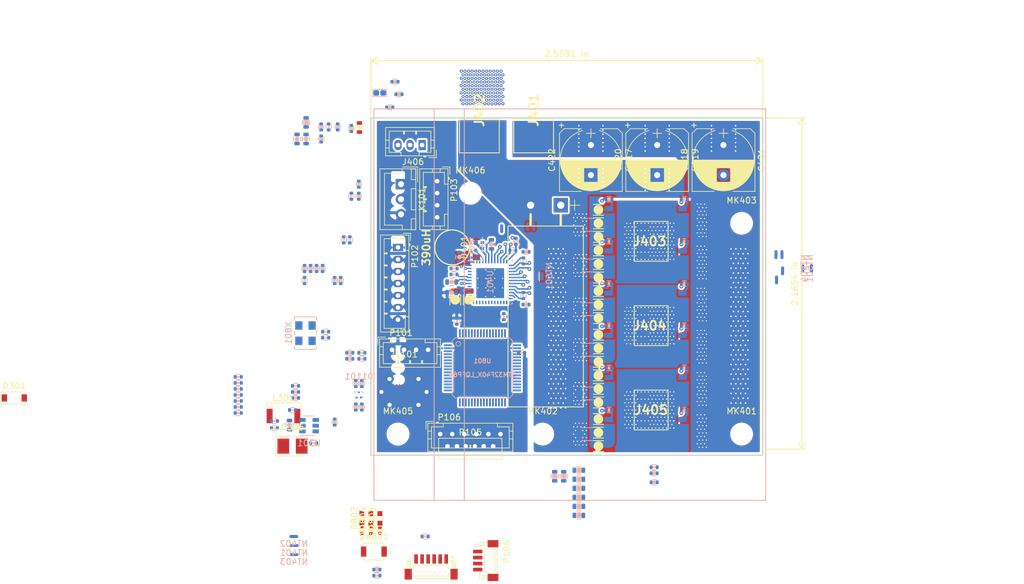
<source format=kicad_pcb>
(kicad_pcb (version 20171130) (host pcbnew "(5.1.4)-1")
  (layers (0 F.Cu signal) (1 In1.Cu power hide) (2 In2.Cu signal hide) (31 B.Cu power) (34 B.Paste user) (35 F.Paste user) (36 B.SilkS user) (37 F.SilkS user) (38 B.Mask user) (39 F.Mask user hide) (44 Edge.Cuts user))
  (net 0 "")
  (net 1 GND)
  (net 2 +3V3)
  (net 3 NRST)
  (net 4 SWDIO)
  (net 5 SWCLK)
  (net 6 "Net-(K101-Pad1)")
  (net 7 GNDD)
  (net 8 +BATT)
  (net 9 /drv_power_stage/buck_rcl)
  (net 10 "Net-(Q701-Pad2)")
  (net 11 "Net-(Q702-Pad2)")
  (net 12 "Net-(Q703-Pad2)")
  (net 13 "Net-(Q704-Pad2)")
  (net 14 GNDA)
  (net 15 /drv_power_stage/ENABLE)
  (net 16 /drv_power_stage/A_VSENSE)
  (net 17 /drv_power_stage/B_VSENSE)
  (net 18 /drv_power_stage/C_VSENSE)
  (net 19 "Net-(C201-Pad1)")
  (net 20 "Net-(C407-Pad2)")
  (net 21 /drv_power_stage/GDRV_VSENSE)
  (net 22 "Net-(K101-Pad2)")
  (net 23 /drv_power_stage/3.3_IREF)
  (net 24 /drv_power_stage/PHASE_B)
  (net 25 /drv_power_stage/PHASE_C)
  (net 26 /drv_power_stage/PHASE_A)
  (net 27 "Net-(Q601-Pad2)")
  (net 28 "Net-(Q602-Pad2)")
  (net 29 "Net-(Q603-Pad2)")
  (net 30 "Net-(Q604-Pad2)")
  (net 31 /drv_power_stage/A_ISENSE)
  (net 32 /drv_power_stage/B_ISENSE)
  (net 33 /drv_power_stage/C_ISENSE)
  (net 34 /Microcontroller/SERVO)
  (net 35 /Microcontroller/ADC_VBUS)
  (net 36 /Microcontroller/ADC_TEMP)
  (net 37 /Microcontroller/TEMP_MOTOR)
  (net 38 /drv_power_stage/power_phase_B/PR_SENSE)
  (net 39 /drv_power_stage/power_phase_B/NR_SENSE)
  (net 40 /drv_power_stage/power_phase_C/PR_SENSE)
  (net 41 /drv_power_stage/power_phase_C/NR_SENSE)
  (net 42 /drv_power_stage/power_phase_A/PR_SENSE)
  (net 43 /drv_power_stage/power_phase_A/NR_SENSE)
  (net 44 /Microcontroller/VCAP2)
  (net 45 /Microcontroller/VCAP1)
  (net 46 /drv_power_stage/power_phase_B/H_SWITCH)
  (net 47 /drv_power_stage/power_phase_C/H_SWITCH)
  (net 48 /drv_power_stage/power_phase_A/H_SWITCH)
  (net 49 /CAN_tranciever/CANH)
  (net 50 /CAN_tranciever/CANL)
  (net 51 /Microcontroller/BRAKE_SW)
  (net 52 /Microcontroller/ADC_BRAKE)
  (net 53 /Microcontroller/ADC_THROTTLE)
  (net 54 /Microcontroller/USART1_RX)
  (net 55 /Microcontroller/USART1_TX)
  (net 56 /Microcontroller/SCL_2)
  (net 57 /Microcontroller/SDA_2)
  (net 58 /Microcontroller/HALL_3)
  (net 59 /Microcontroller/HALL_2)
  (net 60 /Microcontroller/HALL_1)
  (net 61 /drv_power_stage/power_phase_B/PH_GND_LOW)
  (net 62 /drv_power_stage/power_phase_C/PH_GND_LOW)
  (net 63 /drv_power_stage/power_phase_A/PH_GND_LOW)
  (net 64 /Microcontroller/FAULT)
  (net 65 /drv_power_stage/power_phase_B/H_GATE)
  (net 66 /drv_power_stage/power_phase_B/L_GATE)
  (net 67 /drv_power_stage/power_phase_C/H_GATE)
  (net 68 /drv_power_stage/power_phase_C/L_GATE)
  (net 69 /drv_power_stage/power_phase_A/H_GATE)
  (net 70 /drv_power_stage/power_phase_A/L_GATE)
  (net 71 /Microcontroller/LED_GREEN)
  (net 72 /Microcontroller/LED_RED)
  (net 73 /Microcontroller/L3)
  (net 74 /Microcontroller/H3)
  (net 75 /Microcontroller/L2)
  (net 76 /Microcontroller/H2)
  (net 77 /Microcontroller/L1)
  (net 78 /Microcontroller/H1)
  (net 79 "Net-(C303-Pad2)")
  (net 80 "Net-(C303-Pad1)")
  (net 81 "Net-(C307-Pad2)")
  (net 82 "Net-(C407-Pad1)")
  (net 83 "Net-(C806-Pad1)")
  (net 84 "Net-(C808-Pad1)")
  (net 85 "Net-(D802-Pad1)")
  (net 86 "Net-(D803-Pad1)")
  (net 87 "Net-(D804-Pad1)")
  (net 88 "Net-(Q501-Pad2)")
  (net 89 "Net-(Q502-Pad2)")
  (net 90 "Net-(Q503-Pad2)")
  (net 91 "Net-(Q504-Pad2)")
  (net 92 "Net-(R301-Pad1)")
  (net 93 /drv_power_stage/vgls)
  (net 94 /drv_power_stage/dvdd)
  (net 95 /drv_power_stage/vdrain)
  (net 96 /drv_power_stage/vcp)
  (net 97 +15V)
  (net 98 /Microcontroller/BOOT_0)
  (net 99 /drv_power_stage/BK_VCC)
  (net 100 /drv_power_stage/BK_BST_C)
  (net 101 /drv_power_stage/BK_SW)
  (net 102 /drv_power_stage/BK_VOUT_RIPP)
  (net 103 /drv_power_stage/pwr_ctl)
  (net 104 /drv_power_stage/BK_RT_SD)
  (net 105 /drv_power_stage/pwr_ctl_g)
  (net 106 "/USB-C connector/D-")
  (net 107 "/USB-C connector/D+")
  (net 108 "Net-(J1101-PadA4)")
  (net 109 "Net-(J1101-PadA6)")
  (net 110 "Net-(J1101-PadB5)")
  (net 111 "Net-(J1101-PadA7)")
  (net 112 "Net-(J1101-PadA5)")
  (net 113 /drv_power_stage/sw_led)
  (net 114 /drv_power_stage/batt_pwr_ctl)
  (net 115 /drv_power_stage/power_phase_C/NR_SENSE_R)
  (net 116 /drv_power_stage/power_phase_B/NR_SENSE_R)
  (net 117 /drv_power_stage/power_phase_A/NR_SENSE_R)
  (net 118 /DRV_MISO)
  (net 119 /DRV_MOSI)
  (net 120 /DRV_CLK)
  (net 121 /DRV_CS)
  (module Connectors_JST:JST_SH_BM04B-SRSS-TB_04x1.00mm_Straight (layer F.Cu) (at 123.5 177 270)
    (fp_text reference P104 (at -1.5 -3.5 90) (layer F.SilkS))
    (fp_text value I2C)
    (pad 1 smd rect (at -1.5 1.2625 270) (size 0.6 1.55) (layers F.Cu F.Paste F.Mask) (net 56 /Microcontroller/SCL_2))
    (pad 2 smd rect (at -0.5 1.2625 270) (size 0.6 1.55) (layers F.Cu F.Paste F.Mask) (net 57 /Microcontroller/SDA_2))
    (pad 3 smd rect (at 0.5 1.2625 270) (size 0.6 1.55) (layers F.Cu F.Paste F.Mask) (net 2 +3V3))
    (pad 4 smd rect (at 1.5 1.2625 270) (size 0.6 1.55) (layers F.Cu F.Paste F.Mask) (net 1 GND))
    (pad "" smd rect (at -2.8 -1.2625 270) (size 1.2 1.8) (layers F.Cu F.Paste F.Mask))
    (pad "" smd rect (at 2.8 -1.2625 270) (size 1.2 1.8) (layers F.Cu F.Paste F.Mask))
  )
  (module Connectors_JST:JST_SH_BM06B-SRSS-TB_06x1.00mm_Straight (layer F.Cu) (at 114.5 178 180)
    (fp_text reference J801 (at -2.5 -3.5) (layer F.SilkS))
    (fp_text value SWD)
    (pad 1 smd rect (at -2.5 1.2625 180) (size 0.6 1.55) (layers F.Cu F.Paste F.Mask) (net 2 +3V3))
    (pad 2 smd rect (at -1.5 1.2625 180) (size 0.6 1.55) (layers F.Cu F.Paste F.Mask) (net 5 SWCLK))
    (pad 3 smd rect (at -0.5 1.2625 180) (size 0.6 1.55) (layers F.Cu F.Paste F.Mask) (net 1 GND))
    (pad 4 smd rect (at 0.5 1.2625 180) (size 0.6 1.55) (layers F.Cu F.Paste F.Mask) (net 4 SWDIO))
    (pad 5 smd rect (at 1.5 1.2625 180) (size 0.6 1.55) (layers F.Cu F.Paste F.Mask) (net 3 NRST))
    (pad 6 smd rect (at 2.5 1.2625 180) (size 0.6 1.55) (layers F.Cu F.Paste F.Mask))
    (pad "" smd rect (at -3.8 -1.2625 180) (size 1.2 1.8) (layers F.Cu F.Paste F.Mask))
    (pad "" smd rect (at 3.8 -1.2625 180) (size 1.2 1.8) (layers F.Cu F.Paste F.Mask))
  )
  (module Locals:DRV8353RHRGZR (layer B.Cu) (at 124.3 130.75 270)
    (fp_text reference U401 (at 0 0 270) (layer B.SilkS) (effects (justify mirror)))
    (fp_text value DRV8353RSRGZT)
    (fp_text user * (at 0 0 270) (layer B.SilkS) (effects (justify mirror)))
    (pad 1 smd rect (at -3.400001 2.75 180) (size 0.24 0.599999) (layers B.Cu B.Paste B.Mask) (net 7 GNDD))
    (pad 2 smd rect (at -3.400001 2.250001 180) (size 0.24 0.599999) (layers B.Cu B.Paste B.Mask) (net 93 /drv_power_stage/vgls))
    (pad 3 smd rect (at -3.400001 1.749999 180) (size 0.24 0.599999) (layers B.Cu B.Paste B.Mask) (net 20 "Net-(C407-Pad2)"))
    (pad 4 smd rect (at -3.400001 1.25 180) (size 0.24 0.599999) (layers B.Cu B.Paste B.Mask) (net 82 "Net-(C407-Pad1)"))
    (pad 5 smd rect (at -3.400001 0.749998 180) (size 0.24 0.599999) (layers B.Cu B.Paste B.Mask) (net 97 +15V))
    (pad 6 smd rect (at -3.400001 0.25 180) (size 0.24 0.599999) (layers B.Cu B.Paste B.Mask) (net 95 /drv_power_stage/vdrain))
    (pad 7 smd rect (at -3.400001 -0.25 180) (size 0.24 0.599999) (layers B.Cu B.Paste B.Mask) (net 96 /drv_power_stage/vcp))
    (pad 8 smd rect (at -3.400001 -0.750001 180) (size 0.24 0.599999) (layers B.Cu B.Paste B.Mask) (net 69 /drv_power_stage/power_phase_A/H_GATE))
    (pad 9 smd rect (at -3.400001 -1.25 180) (size 0.24 0.599999) (layers B.Cu B.Paste B.Mask) (net 48 /drv_power_stage/power_phase_A/H_SWITCH))
    (pad 10 smd rect (at -3.400001 -1.750002 180) (size 0.24 0.599999) (layers B.Cu B.Paste B.Mask) (net 70 /drv_power_stage/power_phase_A/L_GATE))
    (pad 11 smd rect (at -3.400001 -2.250001 180) (size 0.24 0.599999) (layers B.Cu B.Paste B.Mask) (net 42 /drv_power_stage/power_phase_A/PR_SENSE))
    (pad 12 smd rect (at -3.400001 -2.75 180) (size 0.24 0.599999) (layers B.Cu B.Paste B.Mask) (net 43 /drv_power_stage/power_phase_A/NR_SENSE))
    (pad 13 smd rect (at -2.75 -3.400001 270) (size 0.24 0.599999) (layers B.Cu B.Paste B.Mask) (net 39 /drv_power_stage/power_phase_B/NR_SENSE))
    (pad 14 smd rect (at -2.250001 -3.400001 270) (size 0.24 0.599999) (layers B.Cu B.Paste B.Mask) (net 38 /drv_power_stage/power_phase_B/PR_SENSE))
    (pad 15 smd rect (at -1.749999 -3.400001 270) (size 0.24 0.599999) (layers B.Cu B.Paste B.Mask) (net 66 /drv_power_stage/power_phase_B/L_GATE))
    (pad 16 smd rect (at -1.25 -3.400001 270) (size 0.24 0.599999) (layers B.Cu B.Paste B.Mask) (net 46 /drv_power_stage/power_phase_B/H_SWITCH))
    (pad 17 smd rect (at -0.749998 -3.400001 270) (size 0.24 0.599999) (layers B.Cu B.Paste B.Mask) (net 65 /drv_power_stage/power_phase_B/H_GATE))
    (pad 18 smd rect (at -0.25 -3.400001 270) (size 0.24 0.599999) (layers B.Cu B.Paste B.Mask) (net 67 /drv_power_stage/power_phase_C/H_GATE))
    (pad 19 smd rect (at 0.25 -3.400001 270) (size 0.24 0.599999) (layers B.Cu B.Paste B.Mask) (net 47 /drv_power_stage/power_phase_C/H_SWITCH))
    (pad 20 smd rect (at 0.750001 -3.400001 270) (size 0.24 0.599999) (layers B.Cu B.Paste B.Mask) (net 68 /drv_power_stage/power_phase_C/L_GATE))
    (pad 21 smd rect (at 1.25 -3.400001 270) (size 0.24 0.599999) (layers B.Cu B.Paste B.Mask) (net 40 /drv_power_stage/power_phase_C/PR_SENSE))
    (pad 22 smd rect (at 1.750002 -3.400001 270) (size 0.24 0.599999) (layers B.Cu B.Paste B.Mask) (net 41 /drv_power_stage/power_phase_C/NR_SENSE))
    (pad 23 smd rect (at 2.250001 -3.400001 270) (size 0.24 0.599999) (layers B.Cu B.Paste B.Mask) (net 33 /drv_power_stage/C_ISENSE))
    (pad 24 smd rect (at 2.75 -3.400001 270) (size 0.24 0.599999) (layers B.Cu B.Paste B.Mask) (net 32 /drv_power_stage/B_ISENSE))
    (pad 25 smd rect (at 3.400001 -2.75 180) (size 0.24 0.599999) (layers B.Cu B.Paste B.Mask) (net 31 /drv_power_stage/A_ISENSE))
    (pad 26 smd rect (at 3.400001 -2.250001 180) (size 0.24 0.599999) (layers B.Cu B.Paste B.Mask) (net 23 /drv_power_stage/3.3_IREF))
    (pad 27 smd rect (at 3.400001 -1.750002 180) (size 0.24 0.599999) (layers B.Cu B.Paste B.Mask) (net 14 GNDA))
    (pad 28 smd rect (at 3.400001 -1.25 180) (size 0.24 0.599999) (layers B.Cu B.Paste B.Mask) (net 64 /Microcontroller/FAULT))
    (pad 29 smd rect (at 3.400001 -0.750001 180) (size 0.24 0.599999) (layers B.Cu B.Paste B.Mask) (net 118 /DRV_MISO))
    (pad 30 smd rect (at 3.400001 -0.25 180) (size 0.24 0.599999) (layers B.Cu B.Paste B.Mask) (net 119 /DRV_MOSI))
    (pad 31 smd rect (at 3.400001 0.25 180) (size 0.24 0.599999) (layers B.Cu B.Paste B.Mask) (net 120 /DRV_CLK))
    (pad 32 smd rect (at 3.400001 0.749998 180) (size 0.24 0.599999) (layers B.Cu B.Paste B.Mask) (net 121 /DRV_CS))
    (pad 33 smd rect (at 3.400001 1.25 180) (size 0.24 0.599999) (layers B.Cu B.Paste B.Mask) (net 15 /drv_power_stage/ENABLE))
    (pad 34 smd rect (at 3.400001 1.749999 180) (size 0.24 0.599999) (layers B.Cu B.Paste B.Mask) (net 78 /Microcontroller/H1))
    (pad 35 smd rect (at 3.400001 2.250001 180) (size 0.24 0.599999) (layers B.Cu B.Paste B.Mask) (net 77 /Microcontroller/L1))
    (pad 36 smd rect (at 3.400001 2.75 180) (size 0.24 0.599999) (layers B.Cu B.Paste B.Mask) (net 76 /Microcontroller/H2))
    (pad 37 smd rect (at 2.75 3.400001 270) (size 0.24 0.599999) (layers B.Cu B.Paste B.Mask) (net 75 /Microcontroller/L2))
    (pad 38 smd rect (at 2.250001 3.400001 270) (size 0.24 0.599999) (layers B.Cu B.Paste B.Mask) (net 74 /Microcontroller/H3))
    (pad 39 smd rect (at 1.750002 3.400001 270) (size 0.24 0.599999) (layers B.Cu B.Paste B.Mask) (net 73 /Microcontroller/L3))
    (pad 40 smd rect (at 1.25 3.400001 270) (size 0.24 0.599999) (layers B.Cu B.Paste B.Mask) (net 94 /drv_power_stage/dvdd))
    (pad 41 smd rect (at 0.750001 3.400001 270) (size 0.24 0.599999) (layers B.Cu B.Paste B.Mask) (net 1 GND))
    (pad 42 smd rect (at 0.25 3.400001 270) (size 0.24 0.599999) (layers B.Cu B.Paste B.Mask) (net 101 /drv_power_stage/BK_SW))
    (pad 43 smd rect (at -0.25 3.400001 270) (size 0.24 0.599999) (layers B.Cu B.Paste B.Mask) (net 8 +BATT))
    (pad 44 smd rect (at -0.749998 3.400001 270) (size 0.24 0.599999) (layers B.Cu B.Paste B.Mask) (net 99 /drv_power_stage/BK_VCC))
    (pad 45 smd rect (at -1.25 3.400001 270) (size 0.24 0.599999) (layers B.Cu B.Paste B.Mask) (net 100 /drv_power_stage/BK_BST_C))
    (pad 46 smd rect (at -1.749999 3.400001 270) (size 0.24 0.599999) (layers B.Cu B.Paste B.Mask) (net 9 /drv_power_stage/buck_rcl))
    (pad 47 smd rect (at -2.250001 3.400001 270) (size 0.24 0.599999) (layers B.Cu B.Paste B.Mask) (net 104 /drv_power_stage/BK_RT_SD))
    (pad 48 smd rect (at -2.75 3.400001 270) (size 0.24 0.599999) (layers B.Cu B.Paste B.Mask) (net 21 /drv_power_stage/GDRV_VSENSE))
    (pad 49 smd rect (at 0.188001 0 270) (size 4.974999 4.600001) (layers B.Cu B.Mask) (net 7 GNDD))
    (pad 49 thru_hole circle (at -2.050001 0.740001 270) (size 0.499999 0.499999) (drill 0.2032) (layers *.Cu *.Mask) (net 7 GNDD))
    (pad 49 thru_hole circle (at -2.050001 -0.740001 270) (size 0.499999 0.499999) (drill 0.2032) (layers *.Cu *.Mask) (net 7 GNDD))
    (pad 49 thru_hole circle (at -0.596999 -2.050001 270) (size 0.499999 0.499999) (drill 0.2032) (layers *.Cu *.Mask) (net 7 GNDD))
    (pad 49 thru_hole circle (at -0.596999 -0.740001 270) (size 0.499999 0.499999) (drill 0.2032) (layers *.Cu *.Mask) (net 7 GNDD))
    (pad 49 thru_hole circle (at -0.596999 0.740001 270) (size 0.499999 0.499999) (drill 0.2032) (layers *.Cu *.Mask) (net 7 GNDD))
    (pad 49 thru_hole circle (at 2.426 -0.740001 270) (size 0.499999 0.499999) (drill 0.2032) (layers *.Cu *.Mask) (net 7 GNDD))
    (pad 49 thru_hole circle (at 2.426 0.740001 270) (size 0.499999 0.499999) (drill 0.2032) (layers *.Cu *.Mask) (net 7 GNDD))
    (pad 49 thru_hole circle (at 0.973 -2.050001 270) (size 0.499999 0.499999) (drill 0.2032) (layers *.Cu *.Mask) (net 7 GNDD))
    (pad 49 thru_hole circle (at 0.973 -0.740001 270) (size 0.499999 0.499999) (drill 0.2032) (layers *.Cu *.Mask) (net 7 GNDD))
    (pad 49 thru_hole circle (at 0.973 0.740001 270) (size 0.499999 0.499999) (drill 0.2032) (layers *.Cu *.Mask) (net 7 GNDD))
    (pad 49 thru_hole circle (at -0.596999 2.050001 270) (size 0.499999 0.499999) (drill 0.2032) (layers *.Cu *.Mask) (net 7 GNDD))
    (pad 49 thru_hole circle (at 0.973 2.050001 270) (size 0.499999 0.499999) (drill 0.2032) (layers *.Cu *.Mask) (net 7 GNDD))
  )
  (module pkl_dipol:C_0603 (layer F.Cu) (at 102.6 105.1 90)
    (fp_text reference C416)
    (fp_text value 0.1uF)
    (pad 2 smd roundrect (at 0.75 0 90) (size 0.6 0.9) (layers F.Cu F.Paste F.Mask) (net 7 GNDD))
    (pad 1 smd roundrect (at -0.75 0 90) (size 0.6 0.9) (layers F.Cu F.Paste F.Mask) (net 114 /drv_power_stage/batt_pwr_ctl))
  )
  (module crf1:simple_jst-zh_1.5mm_unfinished (layer F.Cu) (at 121 158 180)
    (fp_text reference P105 (at 0 2.3) (layer F.SilkS))
    (fp_text value HALL/Encoder)
    (pad 6 thru_hole oval (at 3.75 0 180) (size 1 1.6) (drill 0.7) (layers *.Cu *.Mask) (net 2 +3V3))
    (pad 5 thru_hole oval (at 2.25 0 180) (size 1 1.6) (drill 0.7) (layers *.Cu *.Mask) (net 37 /Microcontroller/TEMP_MOTOR))
    (pad 4 thru_hole oval (at 0.75 0 180) (size 1 1.6) (drill 0.7) (layers *.Cu *.Mask) (net 60 /Microcontroller/HALL_1))
    (pad 3 thru_hole oval (at -0.75 0 180) (size 1 1.6) (drill 0.7) (layers *.Cu *.Mask) (net 59 /Microcontroller/HALL_2))
    (pad 2 thru_hole oval (at -2.25 0 180) (size 1 1.6) (drill 0.7) (layers *.Cu *.Mask) (net 58 /Microcontroller/HALL_3))
    (pad 1 thru_hole oval (at -3.75 0 180) (size 1 1.6) (drill 0.7) (layers *.Cu *.Mask) (net 1 GND))
  )
  (module Connectors_JST:JST_XH_B03B-XH-A_03x2.50mm_Straight (layer F.Cu) (at 109.5 114.5 270)
    (fp_text reference K101 (at 2.5 -3.5 90) (layer F.SilkS))
    (fp_text value SERVO)
    (pad 1 thru_hole rect (at 0 0 270) (size 1.75 1.75) (drill 1) (layers *.Cu *.Mask) (net 6 "Net-(K101-Pad1)"))
    (pad 2 thru_hole circle (at 2.5 0 270) (size 1.75 1.75) (drill 1) (layers *.Cu *.Mask) (net 22 "Net-(K101-Pad2)"))
    (pad 3 thru_hole circle (at 5 0 270) (size 1.75 1.75) (drill 1) (layers *.Cu *.Mask) (net 1 GND))
  )
  (module Connectors_JST:JST_PH_B3B-PH-K_03x2.00mm_Straight (layer F.Cu) (at 113 108 180)
    (fp_text reference J406 (at 1.5 -2.8) (layer F.SilkS))
    (fp_text value Conn_01x03)
    (pad 1 thru_hole rect (at 0 0 180) (size 1.2 1.7) (drill 0.75) (layers *.Cu *.Mask) (net 113 /drv_power_stage/sw_led))
    (pad 2 thru_hole oval (at 2 0 180) (size 1.2 1.7) (drill 0.75) (layers *.Cu *.Mask) (net 7 GNDD))
    (pad 3 thru_hole oval (at 4 0 180) (size 1.2 1.7) (drill 0.75) (layers *.Cu *.Mask) (net 103 /drv_power_stage/pwr_ctl))
  )
  (module pkl_dipol:R_0402 (layer B.Cu) (at 103 151.5 90)
    (fp_text reference R1104)
    (fp_text value 5.1k)
    (pad 2 smd roundrect (at 0.5 0 90) (size 0.5 0.6) (layers B.Cu B.Paste B.Mask) (net 1 GND))
    (pad 1 smd roundrect (at -0.5 0 90) (size 0.5 0.6) (layers B.Cu B.Paste B.Mask) (net 112 "Net-(J1101-PadA5)"))
  )
  (module pkl_dipol:R_0402 (layer B.Cu) (at 102 151.5 90)
    (fp_text reference R1103)
    (fp_text value 5.1k)
    (pad 2 smd roundrect (at 0.5 0 90) (size 0.5 0.6) (layers B.Cu B.Paste B.Mask) (net 1 GND))
    (pad 1 smd roundrect (at -0.5 0 90) (size 0.5 0.6) (layers B.Cu B.Paste B.Mask) (net 110 "Net-(J1101-PadB5)"))
  )
  (module pkl_dipol:R_0402 (layer B.Cu) (at 103 147.6 90)
    (fp_text reference R1102)
    (fp_text value 22R)
    (pad 2 smd roundrect (at 0.5 0 90) (size 0.5 0.6) (layers B.Cu B.Paste B.Mask) (net 109 "Net-(J1101-PadA6)"))
    (pad 1 smd roundrect (at -0.5 0 90) (size 0.5 0.6) (layers B.Cu B.Paste B.Mask) (net 107 "/USB-C connector/D+"))
  )
  (module pkl_dipol:R_0402 (layer B.Cu) (at 102 147.6 90)
    (fp_text reference R1101)
    (fp_text value 22R)
    (pad 2 smd roundrect (at 0.5 0 90) (size 0.5 0.6) (layers B.Cu B.Paste B.Mask) (net 111 "Net-(J1101-PadA7)"))
    (pad 1 smd roundrect (at -0.5 0 90) (size 0.5 0.6) (layers B.Cu B.Paste B.Mask) (net 106 "/USB-C connector/D-"))
  )
  (module pkl_connectors:USB_C_receptacle_vertical (layer F.Cu) (at 110 149)
    (fp_text reference J1101 (at 0 -6.25) (layer F.SilkS))
    (fp_text value USB_C_Receptacle)
    (pad "" np_thru_hole circle (at 3.75 0 180) (size 1 1) (drill 0.66) (layers F.Cu))
    (pad "" np_thru_hole circle (at -3.75 0) (size 1 1) (drill 0.66) (layers F.Cu))
    (pad 1 thru_hole circle (at -2.4 2.15) (size 1.4 1.4) (drill 0.7) (layers *.Cu *.Mask))
    (pad 1 thru_hole circle (at 2.4 -2.15) (size 1.4 1.4) (drill 0.7) (layers *.Cu *.Mask))
    (pad 1 thru_hole circle (at 2.4 2.15 180) (size 1.4 1.4) (drill 0.7) (layers *.Cu *.Mask))
    (pad B2 smd rect (at 2.25 0.83 180) (size 0.3 0.85) (layers F.Cu F.Paste F.Mask))
    (pad B3 smd rect (at 1.75 0.83 180) (size 0.3 0.85) (layers F.Cu F.Paste F.Mask))
    (pad B4 smd rect (at 1.25 0.83 180) (size 0.3 0.85) (layers F.Cu F.Paste F.Mask) (net 108 "Net-(J1101-PadA4)"))
    (pad B6 smd rect (at 0.25 0.83 180) (size 0.3 0.85) (layers F.Cu F.Paste F.Mask) (net 109 "Net-(J1101-PadA6)"))
    (pad B5 smd rect (at 0.75 0.83 180) (size 0.3 0.85) (layers F.Cu F.Paste F.Mask) (net 110 "Net-(J1101-PadB5)"))
    (pad B12 smd rect (at -2.75 0.83 180) (size 0.3 0.85) (layers F.Cu F.Paste F.Mask) (net 1 GND))
    (pad B11 smd rect (at -2.25 0.83 180) (size 0.3 0.85) (layers F.Cu F.Paste F.Mask))
    (pad B8 smd rect (at -0.75 0.83 180) (size 0.3 0.85) (layers F.Cu F.Paste F.Mask))
    (pad B10 smd rect (at -1.75 0.83 180) (size 0.3 0.85) (layers F.Cu F.Paste F.Mask))
    (pad B9 smd rect (at -1.25 0.83 180) (size 0.3 0.85) (layers F.Cu F.Paste F.Mask) (net 108 "Net-(J1101-PadA4)"))
    (pad B7 smd rect (at -0.25 0.83 180) (size 0.3 0.85) (layers F.Cu F.Paste F.Mask) (net 111 "Net-(J1101-PadA7)"))
    (pad B1 smd rect (at 2.75 0.83 180) (size 0.3 0.85) (layers F.Cu F.Paste F.Mask) (net 1 GND))
    (pad A8 smd rect (at 0.75 -0.83) (size 0.3 0.85) (layers F.Cu F.Paste F.Mask))
    (pad A9 smd rect (at 1.25 -0.83) (size 0.3 0.85) (layers F.Cu F.Paste F.Mask) (net 108 "Net-(J1101-PadA4)"))
    (pad A10 smd rect (at 1.75 -0.83) (size 0.3 0.85) (layers F.Cu F.Paste F.Mask))
    (pad A12 smd rect (at 2.75 -0.83) (size 0.3 0.85) (layers F.Cu F.Paste F.Mask) (net 1 GND))
    (pad A11 smd rect (at 2.25 -0.83) (size 0.3 0.85) (layers F.Cu F.Paste F.Mask))
    (pad A7 smd rect (at 0.25 -0.83) (size 0.3 0.85) (layers F.Cu F.Paste F.Mask) (net 111 "Net-(J1101-PadA7)"))
    (pad A6 smd rect (at -0.25 -0.83) (size 0.3 0.85) (layers F.Cu F.Paste F.Mask) (net 109 "Net-(J1101-PadA6)"))
    (pad A5 smd rect (at -0.75 -0.83) (size 0.3 0.85) (layers F.Cu F.Paste F.Mask) (net 112 "Net-(J1101-PadA5)"))
    (pad A4 smd rect (at -1.25 -0.83) (size 0.3 0.85) (layers F.Cu F.Paste F.Mask) (net 108 "Net-(J1101-PadA4)"))
    (pad A3 smd rect (at -1.75 -0.83) (size 0.3 0.85) (layers F.Cu F.Paste F.Mask))
    (pad A2 smd rect (at -2.25 -0.83) (size 0.3 0.85) (layers F.Cu F.Paste F.Mask))
    (pad A1 smd rect (at -2.75 -0.83) (size 0.3 0.85) (layers F.Cu F.Paste F.Mask) (net 1 GND))
    (pad 1 thru_hole circle (at -2.4 -2.15) (size 1.4 1.4) (drill 0.7) (layers *.Cu *.Mask))
  )
  (module digikey-footprints:SOT-3 (layer B.Cu) (at 102.5 149.5 180)
    (fp_text reference D1101 (at -0.025 3.075) (layer B.SilkS) (effects (justify mirror)))
    (fp_text value TPD2EUSB30DRTR)
    (pad 2 smd rect (at 0.35 -0.425 180) (size 0.3 0.3) (layers B.Cu B.Paste B.Mask) (net 106 "/USB-C connector/D-"))
    (pad 3 smd rect (at 0 0.425 180) (size 0.3 0.3) (layers B.Cu B.Paste B.Mask) (net 1 GND))
    (pad 1 smd rect (at -0.35 -0.425 180) (size 0.3 0.3) (layers B.Cu B.Paste B.Mask) (net 107 "/USB-C connector/D+"))
  )
  (module moxie-drive-custom:CP_Radial_D12.5mm_P5.00mm_horiz (layer F.Cu) (at 136 118 180)
    (fp_text reference C414)
    (fp_text value 560uF)
    (pad 1 thru_hole rect (at 0 0 180) (size 2.4 2.4) (drill 1.2) (layers *.Cu *.Mask) (net 8 +BATT))
    (pad 2 thru_hole circle (at 5 0 180) (size 2.4 2.4) (drill 1.2) (layers *.Cu *.Mask) (net 7 GNDD))
  )
  (module Buttons_Switches_SMD:SW_SPST_B3U-1000P (layer F.Cu) (at 105 175.5)
    (fp_text reference SW801 (at 0 -2.5) (layer F.SilkS))
    (fp_text value SW_Push)
    (pad 1 smd rect (at -1.7 0) (size 0.9 1.7) (layers F.Cu F.Paste F.Mask) (net 98 /Microcontroller/BOOT_0))
    (pad 2 smd rect (at 1.7 0) (size 0.9 1.7) (layers F.Cu F.Paste F.Mask) (net 2 +3V3))
  )
  (module pkl_dipol:R_0402 (layer B.Cu) (at 105.5 178.5 180)
    (fp_text reference R804)
    (fp_text value 10k)
    (pad 2 smd roundrect (at 0.5 0 180) (size 0.5 0.6) (layers B.Cu B.Paste B.Mask) (net 1 GND))
    (pad 1 smd roundrect (at -0.5 0 180) (size 0.5 0.6) (layers B.Cu B.Paste B.Mask) (net 98 /Microcontroller/BOOT_0))
  )
  (module pkl_dipol:R_0402 (layer B.Cu) (at 107.63 101.75)
    (fp_text reference R420)
    (fp_text value 100)
    (pad 2 smd roundrect (at 0.5 0) (size 0.5 0.6) (layers B.Cu B.Paste B.Mask) (net 97 +15V))
    (pad 1 smd roundrect (at -0.5 0) (size 0.5 0.6) (layers B.Cu B.Paste B.Mask) (net 113 /drv_power_stage/sw_led))
  )
  (module pkl_dipol:C_0402 (layer B.Cu) (at 105.5 179.5)
    (fp_text reference C813)
    (fp_text value 100n)
    (pad 2 smd roundrect (at 0.5 0) (size 0.5 0.6) (layers B.Cu B.Paste B.Mask) (net 98 /Microcontroller/BOOT_0))
    (pad 1 smd roundrect (at -0.5 0) (size 0.5 0.6) (layers B.Cu B.Paste B.Mask) (net 1 GND))
  )
  (module Diodes_SMD:D_SOD-123 (layer F.Cu) (at 45.35 150)
    (fp_text reference D301 (at 0 -2) (layer F.SilkS))
    (fp_text value 1.5KExxA)
    (pad 1 smd rect (at -1.65 0) (size 0.9 1.2) (layers F.Cu F.Paste F.Mask) (net 2 +3V3))
    (pad 2 smd rect (at 1.65 0) (size 0.9 1.2) (layers F.Cu F.Paste F.Mask) (net 1 GND))
  )
  (module Diodes_SMD:D_SOD-123 (layer F.Cu) (at 122 125 90)
    (fp_text reference D401 (at 0 -2 90) (layer F.SilkS))
    (fp_text value DFLS1100-7)
    (pad 1 smd rect (at -1.65 0 90) (size 0.9 1.2) (layers F.Cu F.Paste F.Mask) (net 101 /drv_power_stage/BK_SW))
    (pad 2 smd rect (at 1.65 0 90) (size 0.9 1.2) (layers F.Cu F.Paste F.Mask) (net 7 GNDD))
  )
  (module pkl_dipol:C_0603 (layer B.Cu) (at 92.25 107 270)
    (fp_text reference C413)
    (fp_text value 10uF)
    (pad 2 smd roundrect (at 0.75 0 270) (size 0.6 0.9) (layers B.Cu B.Paste B.Mask) (net 7 GNDD))
    (pad 1 smd roundrect (at -0.75 0 270) (size 0.6 0.9) (layers B.Cu B.Paste B.Mask) (net 97 +15V))
  )
  (module pkl_dipol:C_0402 (layer B.Cu) (at 123 124.7 90)
    (fp_text reference C403)
    (fp_text value 0.1uF)
    (pad 2 smd roundrect (at 0.5 0 90) (size 0.5 0.6) (layers B.Cu B.Paste B.Mask) (net 7 GNDD))
    (pad 1 smd roundrect (at -0.5 0 90) (size 0.5 0.6) (layers B.Cu B.Paste B.Mask) (net 97 +15V))
  )
  (module pkl_dipol:C_0603 (layer B.Cu) (at 93.75 107 270)
    (fp_text reference C402)
    (fp_text value 10uF)
    (pad 2 smd roundrect (at 0.75 0 270) (size 0.6 0.9) (layers B.Cu B.Paste B.Mask) (net 7 GNDD))
    (pad 1 smd roundrect (at -0.75 0 270) (size 0.6 0.9) (layers B.Cu B.Paste B.Mask) (net 97 +15V))
  )
  (module pkl_dipol:C_0603 (layer B.Cu) (at 121.2 124.2 180)
    (fp_text reference C401)
    (fp_text value 10uF)
    (pad 2 smd roundrect (at 0.75 0 180) (size 0.6 0.9) (layers B.Cu B.Paste B.Mask) (net 7 GNDD))
    (pad 1 smd roundrect (at -0.75 0 180) (size 0.6 0.9) (layers B.Cu B.Paste B.Mask) (net 97 +15V))
  )
  (module pkl_dipol:R_0402 (layer B.Cu) (at 109.155 99.575)
    (fp_text reference R419)
    (fp_text value 22k?)
    (pad 2 smd roundrect (at 0.5 0) (size 0.5 0.6) (layers B.Cu B.Paste B.Mask) (net 103 /drv_power_stage/pwr_ctl))
    (pad 1 smd roundrect (at -0.5 0) (size 0.5 0.6) (layers B.Cu B.Paste B.Mask) (net 105 /drv_power_stage/pwr_ctl_g))
  )
  (module pkl_dipol:R_0402 (layer B.Cu) (at 108.5 97.5)
    (fp_text reference R418)
    (fp_text value 10k)
    (pad 2 smd roundrect (at 0.5 0) (size 0.5 0.6) (layers B.Cu B.Paste B.Mask) (net 105 /drv_power_stage/pwr_ctl_g))
    (pad 1 smd roundrect (at -0.5 0) (size 0.5 0.6) (layers B.Cu B.Paste B.Mask) (net 8 +BATT))
  )
  (module pkl_jumpers:J_0603 (layer B.Cu) (at 105.965 99.35)
    (fp_text reference JP401)
    (fp_text value pwr_ctl_byp)
    (pad 2 smd roundrect (at 0.575 0) (size 0.95 0.9) (layers B.Cu B.Mask) (net 114 /drv_power_stage/batt_pwr_ctl))
    (pad 1 smd roundrect (at -0.575 0) (size 0.95 0.9) (layers B.Cu B.Mask) (net 8 +BATT))
  )
  (module pkl_dipol:C_1206 (layer F.Cu) (at 118.5 133.7 270)
    (fp_text reference C425)
    (fp_text value "1uF ")
    (pad 2 smd roundrect (at 1.45 0 270) (size 0.9 1.6) (layers F.Cu F.Paste F.Mask) (net 7 GNDD))
    (pad 1 smd roundrect (at -1.45 0 270) (size 0.9 1.6) (layers F.Cu F.Paste F.Mask) (net 8 +BATT))
  )
  (module pkl_dipol:C_1206 (layer F.Cu) (at 120.75 133.7 270)
    (fp_text reference C424)
    (fp_text value "1uF ")
    (pad 2 smd roundrect (at 1.45 0 270) (size 0.9 1.6) (layers F.Cu F.Paste F.Mask) (net 7 GNDD))
    (pad 1 smd roundrect (at -1.45 0 270) (size 0.9 1.6) (layers F.Cu F.Paste F.Mask) (net 8 +BATT))
  )
  (module pkl_dipol:C_1206 (layer F.Cu) (at 142.25 123.25 180)
    (fp_text reference C707)
    (fp_text value "1uF ")
    (pad 2 smd roundrect (at 1.45 0 180) (size 0.9 1.6) (layers F.Cu F.Paste F.Mask) (net 7 GNDD))
    (pad 1 smd roundrect (at -1.45 0 180) (size 0.9 1.6) (layers F.Cu F.Paste F.Mask) (net 8 +BATT))
  )
  (module pkl_dipol:C_1206 (layer F.Cu) (at 142.25 125.5 180)
    (fp_text reference C705)
    (fp_text value "1uF ")
    (pad 2 smd roundrect (at 1.45 0 180) (size 0.9 1.6) (layers F.Cu F.Paste F.Mask) (net 7 GNDD))
    (pad 1 smd roundrect (at -1.45 0 180) (size 0.9 1.6) (layers F.Cu F.Paste F.Mask) (net 8 +BATT))
  )
  (module pkl_dipol:C_1206 (layer F.Cu) (at 142.25 136.75 180)
    (fp_text reference C607)
    (fp_text value "1uF ")
    (pad 2 smd roundrect (at 1.45 0 180) (size 0.9 1.6) (layers F.Cu F.Paste F.Mask) (net 7 GNDD))
    (pad 1 smd roundrect (at -1.45 0 180) (size 0.9 1.6) (layers F.Cu F.Paste F.Mask) (net 8 +BATT))
  )
  (module pkl_dipol:C_1206 (layer F.Cu) (at 142.25 139.5 180)
    (fp_text reference C605)
    (fp_text value "1uF ")
    (pad 2 smd roundrect (at 1.45 0 180) (size 0.9 1.6) (layers F.Cu F.Paste F.Mask) (net 7 GNDD))
    (pad 1 smd roundrect (at -1.45 0 180) (size 0.9 1.6) (layers F.Cu F.Paste F.Mask) (net 8 +BATT))
  )
  (module pkl_dipol:C_1206 (layer F.Cu) (at 142.25 150.75 180)
    (fp_text reference C507)
    (fp_text value "1uF ")
    (pad 2 smd roundrect (at 1.45 0 180) (size 0.9 1.6) (layers F.Cu F.Paste F.Mask) (net 7 GNDD))
    (pad 1 smd roundrect (at -1.45 0 180) (size 0.9 1.6) (layers F.Cu F.Paste F.Mask) (net 8 +BATT))
  )
  (module pkl_dipol:C_1206 (layer F.Cu) (at 142.25 153.5 180)
    (fp_text reference C505)
    (fp_text value "1uF ")
    (pad 2 smd roundrect (at 1.45 0 180) (size 0.9 1.6) (layers F.Cu F.Paste F.Mask) (net 7 GNDD))
    (pad 1 smd roundrect (at -1.45 0 180) (size 0.9 1.6) (layers F.Cu F.Paste F.Mask) (net 8 +BATT))
  )
  (module Mounting_Holes:MountingHole_3.2mm_M3_DIN965 (layer F.Cu) (at 121 116)
    (fp_text reference MK406 (at 0 -3.8) (layer F.SilkS))
    (fp_text value Mounting_Hole)
    (pad 1 np_thru_hole circle (at 0 0) (size 3.2 3.2) (drill 3.2) (layers *.Cu *.Mask))
  )
  (module Mounting_Holes:MountingHole_3.2mm_M3_DIN965 (layer F.Cu) (at 109 156)
    (fp_text reference MK405 (at 0 -3.8) (layer F.SilkS))
    (fp_text value Mounting_Hole)
    (pad 1 np_thru_hole circle (at 0 0) (size 3.2 3.2) (drill 3.2) (layers *.Cu *.Mask))
  )
  (module Mounting_Holes:MountingHole_3.2mm_M3_DIN965 (layer F.Cu) (at 107 87)
    (fp_text reference MK404 (at 0 -3.8) (layer F.SilkS))
    (fp_text value Mounting_Hole)
    (pad 1 np_thru_hole circle (at 0 0) (size 3.2 3.2) (drill 3.2) (layers *.Cu *.Mask))
  )
  (module Mounting_Holes:MountingHole_3.2mm_M3_DIN965 (layer F.Cu) (at 166 121)
    (fp_text reference MK403 (at 0 -3.8) (layer F.SilkS))
    (fp_text value Mounting_Hole)
    (pad 1 np_thru_hole circle (at 0 0) (size 3.2 3.2) (drill 3.2) (layers *.Cu *.Mask))
  )
  (module Mounting_Holes:MountingHole_3.2mm_M3_DIN965 (layer F.Cu) (at 133 156)
    (fp_text reference MK402 (at 0 -3.8) (layer F.SilkS))
    (fp_text value Mounting_Hole)
    (pad 1 np_thru_hole circle (at 0 0) (size 3.2 3.2) (drill 3.2) (layers *.Cu *.Mask))
  )
  (module Mounting_Holes:MountingHole_3.2mm_M3_DIN965 (layer F.Cu) (at 166 156)
    (fp_text reference MK401 (at 0 -3.8) (layer F.SilkS))
    (fp_text value Mounting_Hole)
    (pad 1 np_thru_hole circle (at 0 0) (size 3.2 3.2) (drill 3.2) (layers *.Cu *.Mask))
  )
  (module Capacitors_THT:CP_Radial_D10.0mm_P5.00mm (layer F.Cu) (at 163 108 270)
    (fp_text reference C421 (at 2.5 -6.31 90) (layer F.SilkS))
    (fp_text value 56uF)
    (pad 1 thru_hole rect (at 0 0 270) (size 2 2) (drill 1) (layers *.Cu *.Mask) (net 8 +BATT))
    (pad 2 thru_hole circle (at 5 0 270) (size 2 2) (drill 1) (layers *.Cu *.Mask) (net 7 GNDD))
  )
  (module Capacitors_THT:CP_Radial_D10.0mm_P5.00mm (layer F.Cu) (at 152 108 270)
    (fp_text reference C419 (at 2.5 -6.31 90) (layer F.SilkS))
    (fp_text value 56uF)
    (pad 1 thru_hole rect (at 0 0 270) (size 2 2) (drill 1) (layers *.Cu *.Mask) (net 8 +BATT))
    (pad 2 thru_hole circle (at 5 0 270) (size 2 2) (drill 1) (layers *.Cu *.Mask) (net 7 GNDD))
  )
  (module Capacitors_THT:CP_Radial_D10.0mm_P5.00mm (layer F.Cu) (at 141 108 270)
    (fp_text reference C417 (at 2.5 -6.31 90) (layer F.SilkS))
    (fp_text value 56uF)
    (pad 1 thru_hole rect (at 0 0 270) (size 2 2) (drill 1) (layers *.Cu *.Mask) (net 8 +BATT))
    (pad 2 thru_hole circle (at 5 0 270) (size 2 2) (drill 1) (layers *.Cu *.Mask) (net 7 GNDD))
  )
  (module NetTie:NetTie-2_SMD_Pad0.5mm (layer B.Cu) (at 177.6 128.5 270)
    (fp_text reference NT404 (at 0 1.2 90) (layer B.SilkS) (effects (justify mirror)))
    (fp_text value Net-Tie_2)
    (fp_poly (pts (xy -0.5 0.25) (xy 0.5 0.25) (xy 0.5 -0.25) (xy -0.5 -0.25)) (layer B.Cu) (width 0))
    (pad 1 smd circle (at -0.5 0 270) (size 0.5 0.5) (layers B.Cu) (net 8 +BATT))
    (pad 2 smd circle (at 0.5 0 270) (size 0.5 0.5) (layers B.Cu) (net 95 /drv_power_stage/vdrain))
  )
  (module crf1:inductor_smd_5.8mmx4.8hmm (layer F.Cu) (at 118 125 90)
    (fp_text reference L401 hide)
    (fp_text value 390uH (at 0 -4.30022 90) (layer F.SilkS) (effects (font (size 1.27 1.27) (thickness 0.254))))
    (pad 1 smd rect (at 1.80086 0 90) (size 2.49936 5.99948) (layers F.Cu F.Paste F.Mask) (net 102 /drv_power_stage/BK_VOUT_RIPP))
    (pad 2 smd rect (at -1.80086 0 90) (size 2.49936 5.99948) (layers F.Cu F.Paste F.Mask) (net 101 /drv_power_stage/BK_SW))
  )
  (module crf1:1PAD_6x5mm (layer F.Cu) (at 151 152 90)
    (fp_text reference J405 (at 0 0 180) (layer F.SilkS) (effects (font (size 1.524 1.524) (thickness 0.3048))))
    (fp_text value C hide)
    (pad 1 smd rect (at 0 0 90) (size 6 5) (layers F.Cu F.Paste F.Mask) (net 25 /drv_power_stage/PHASE_C))
  )
  (module crf1:1PAD_6x5mm (layer F.Cu) (at 151 138 90)
    (fp_text reference J404 (at 0 -0.25 180) (layer F.SilkS) (effects (font (size 1.524 1.524) (thickness 0.3048))))
    (fp_text value B hide)
    (pad 1 smd rect (at 0 0 90) (size 6 5) (layers F.Cu F.Paste F.Mask) (net 24 /drv_power_stage/PHASE_B))
  )
  (module crf1:1PAD_6x5mm (layer F.Cu) (at 151 124 90)
    (fp_text reference J403 (at 0 -0.25 180) (layer F.SilkS) (effects (font (size 1.524 1.524) (thickness 0.3048))))
    (fp_text value A hide)
    (pad 1 smd rect (at 0 0 90) (size 6 5) (layers F.Cu F.Paste F.Mask) (net 26 /drv_power_stage/PHASE_A))
  )
  (module crf1:1PAD_6x5mm (layer F.Cu) (at 122.5 106.5)
    (fp_text reference J402 (at 0 -4.3 270) (layer F.SilkS) (effects (font (size 1.524 1.524) (thickness 0.3048))))
    (fp_text value Gnd hide)
    (pad 1 smd rect (at 0 0) (size 6 5) (layers F.Cu F.Paste F.Mask) (net 7 GNDD))
  )
  (module crf1:1PAD_6x5mm (layer F.Cu) (at 131.5 106.5)
    (fp_text reference J401 (at 0 -4.3 270) (layer F.SilkS) (effects (font (size 1.524 1.524) (thickness 0.3048))))
    (fp_text value +Vbat hide)
    (pad 1 smd rect (at 0 0) (size 6 5) (layers F.Cu F.Paste F.Mask) (net 8 +BATT))
  )
  (module Capacitors_SMD:CP_Elec_10x10.5 (layer F.Cu) (at 163 110.5 270)
    (fp_text reference C418 (at 0 6.46 90) (layer F.SilkS))
    (fp_text value 20uF)
    (fp_text user + (at -5.78 4.97 90) (layer F.SilkS))
    (pad 1 smd rect (at -4 0 90) (size 4 2.5) (layers F.Cu F.Paste F.Mask) (net 8 +BATT))
    (pad 2 smd rect (at 4 0 90) (size 4 2.5) (layers F.Cu F.Paste F.Mask) (net 7 GNDD))
  )
  (module pkl_dipol:C_0402 (layer B.Cu) (at 126.55 136.5 270)
    (fp_text reference C406)
    (fp_text value 0.1uF)
    (pad 1 smd roundrect (at -0.5 0 270) (size 0.5 0.6) (layers B.Cu B.Paste B.Mask) (net 23 /drv_power_stage/3.3_IREF))
    (pad 2 smd roundrect (at 0.5 0 270) (size 0.5 0.6) (layers B.Cu B.Paste B.Mask) (net 14 GNDA))
  )
  (module pkl_dipol:C_0603 (layer B.Cu) (at 117.9 130.75 180)
    (fp_text reference C404)
    (fp_text value 0.1uF)
    (pad 1 smd roundrect (at -0.75 0 180) (size 0.6 0.9) (layers B.Cu B.Paste B.Mask) (net 8 +BATT))
    (pad 2 smd roundrect (at 0.75 0 180) (size 0.6 0.9) (layers B.Cu B.Paste B.Mask) (net 7 GNDD))
  )
  (module Capacitors_SMD:CP_Elec_10x10.5 (layer F.Cu) (at 141 110.5 270)
    (fp_text reference C422 (at 0 6.46 90) (layer F.SilkS))
    (fp_text value 20uF)
    (fp_text user + (at -5.78 4.97 90) (layer F.SilkS))
    (pad 1 smd rect (at -4 0 90) (size 4 2.5) (layers F.Cu F.Paste F.Mask) (net 8 +BATT))
    (pad 2 smd rect (at 4 0 90) (size 4 2.5) (layers F.Cu F.Paste F.Mask) (net 7 GNDD))
  )
  (module Capacitors_SMD:CP_Elec_10x10.5 (layer F.Cu) (at 152 110.5 270)
    (fp_text reference C420 (at 0 6.46 90) (layer F.SilkS))
    (fp_text value 20uF)
    (fp_text user + (at -5.78 4.97 90) (layer F.SilkS))
    (pad 1 smd rect (at -4 0 90) (size 4 2.5) (layers F.Cu F.Paste F.Mask) (net 8 +BATT))
    (pad 2 smd rect (at 4 0 90) (size 4 2.5) (layers F.Cu F.Paste F.Mask) (net 7 GNDD))
  )
  (module pkl_dipol:R_0402 (layer B.Cu) (at 92 150 180)
    (fp_text reference R303)
    (fp_text value "10k 0.1%")
    (pad 2 smd roundrect (at 0.5 0 180) (size 0.5 0.6) (layers B.Cu B.Paste B.Mask) (net 1 GND))
    (pad 1 smd roundrect (at -0.5 0 180) (size 0.5 0.6) (layers B.Cu B.Paste B.Mask) (net 81 "Net-(C307-Pad2)"))
  )
  (module pkl_dipol:R_0402 (layer B.Cu) (at 92 149)
    (fp_text reference R302)
    (fp_text value "R33.2k 0.1%")
    (pad 2 smd roundrect (at 0.5 0) (size 0.5 0.6) (layers B.Cu B.Paste B.Mask) (net 81 "Net-(C307-Pad2)"))
    (pad 1 smd roundrect (at -0.5 0) (size 0.5 0.6) (layers B.Cu B.Paste B.Mask) (net 2 +3V3))
  )
  (module pkl_dipol:R_0402 (layer B.Cu) (at 98.5 154 90)
    (fp_text reference R301)
    (fp_text value 1k)
    (pad 2 smd roundrect (at 0.5 0 90) (size 0.5 0.6) (layers B.Cu B.Paste B.Mask) (net 97 +15V))
    (pad 1 smd roundrect (at -0.5 0 90) (size 0.5 0.6) (layers B.Cu B.Paste B.Mask) (net 92 "Net-(R301-Pad1)"))
  )
  (module Inductors_SMD:L_Neosid_Ms42 (layer F.Cu) (at 90 153)
    (fp_text reference L301 (at 0 -3) (layer F.SilkS))
    (fp_text value 3.3uH)
    (pad 1 smd rect (at -2.3 0) (size 1 2.4) (layers F.Cu F.Paste F.Mask) (net 2 +3V3))
    (pad 2 smd rect (at 2.3 0) (size 1 2.4) (layers F.Cu F.Paste F.Mask) (net 80 "Net-(C303-Pad1)"))
  )
  (module pkl_dipol:C_0402 (layer B.Cu) (at 151.5 161.5)
    (fp_text reference C423)
    (fp_text value 100nf)
    (pad 2 smd roundrect (at 0.5 0) (size 0.5 0.6) (layers B.Cu B.Paste B.Mask) (net 14 GNDA))
    (pad 1 smd roundrect (at -0.5 0) (size 0.5 0.6) (layers B.Cu B.Paste B.Mask) (net 36 /Microcontroller/ADC_TEMP))
  )
  (module pkl_dipol:C_0402 (layer B.Cu) (at 92 148)
    (fp_text reference C307)
    (fp_text value NP)
    (pad 2 smd roundrect (at 0.5 0) (size 0.5 0.6) (layers B.Cu B.Paste B.Mask) (net 81 "Net-(C307-Pad2)"))
    (pad 1 smd roundrect (at -0.5 0) (size 0.5 0.6) (layers B.Cu B.Paste B.Mask) (net 2 +3V3))
  )
  (module pkl_dipol:C_0402 (layer B.Cu) (at 88.5 155)
    (fp_text reference C305)
    (fp_text value 2.2uf)
    (pad 2 smd roundrect (at 0.5 0) (size 0.5 0.6) (layers B.Cu B.Paste B.Mask) (net 1 GND))
    (pad 1 smd roundrect (at -0.5 0) (size 0.5 0.6) (layers B.Cu B.Paste B.Mask) (net 2 +3V3))
  )
  (module pkl_dipol:C_0402 (layer B.Cu) (at 88.5 153.815)
    (fp_text reference C304)
    (fp_text value 100nf)
    (pad 2 smd roundrect (at 0.5 0) (size 0.5 0.6) (layers B.Cu B.Paste B.Mask) (net 1 GND))
    (pad 1 smd roundrect (at -0.5 0) (size 0.5 0.6) (layers B.Cu B.Paste B.Mask) (net 2 +3V3))
  )
  (module pkl_dipol:C_0402 (layer B.Cu) (at 95 157.5)
    (fp_text reference C303)
    (fp_text value 100nf)
    (pad 2 smd roundrect (at 0.5 0) (size 0.5 0.6) (layers B.Cu B.Paste B.Mask) (net 79 "Net-(C303-Pad2)"))
    (pad 1 smd roundrect (at -0.5 0) (size 0.5 0.6) (layers B.Cu B.Paste B.Mask) (net 80 "Net-(C303-Pad1)"))
  )
  (module pkl_dipol:C_0402 (layer B.Cu) (at 91.5 152)
    (fp_text reference C302)
    (fp_text value 100nf)
    (pad 2 smd roundrect (at 0.5 0) (size 0.5 0.6) (layers B.Cu B.Paste B.Mask) (net 1 GND))
    (pad 1 smd roundrect (at -0.5 0) (size 0.5 0.6) (layers B.Cu B.Paste B.Mask) (net 97 +15V))
  )
  (module pkl_dipol:C_0603 (layer B.Cu) (at 91 154.5 270)
    (fp_text reference C301)
    (fp_text value 10uf)
    (pad 2 smd roundrect (at 0.75 0 270) (size 0.6 0.9) (layers B.Cu B.Paste B.Mask) (net 1 GND))
    (pad 1 smd roundrect (at -0.75 0 270) (size 0.6 0.9) (layers B.Cu B.Paste B.Mask) (net 97 +15V))
  )
  (module Resistors_SMD:R_1206 (layer B.Cu) (at 140.5 121.25 180)
    (fp_text reference R707 hide)
    (fp_text value 1mΩ hide)
    (pad 1 smd rect (at -1.45 0 180) (size 0.9 1.7) (layers B.Cu B.Paste B.Mask) (net 63 /drv_power_stage/power_phase_A/PH_GND_LOW))
    (pad 2 smd rect (at 1.45 0 180) (size 0.9 1.7) (layers B.Cu B.Paste B.Mask) (net 7 GNDD))
  )
  (module Resistors_SMD:R_1206 (layer B.Cu) (at 140.5 128 180)
    (fp_text reference R706 hide)
    (fp_text value 1mΩ hide)
    (pad 1 smd rect (at -1.45 0 180) (size 0.9 1.7) (layers B.Cu B.Paste B.Mask) (net 63 /drv_power_stage/power_phase_A/PH_GND_LOW))
    (pad 2 smd rect (at 1.45 0 180) (size 0.9 1.7) (layers B.Cu B.Paste B.Mask) (net 7 GNDD))
  )
  (module Resistors_SMD:R_1206 (layer B.Cu) (at 140.5 135.25 180)
    (fp_text reference R607 hide)
    (fp_text value 1mΩ hide)
    (pad 1 smd rect (at -1.45 0 180) (size 0.9 1.7) (layers B.Cu B.Paste B.Mask) (net 61 /drv_power_stage/power_phase_B/PH_GND_LOW))
    (pad 2 smd rect (at 1.45 0 180) (size 0.9 1.7) (layers B.Cu B.Paste B.Mask) (net 7 GNDD))
  )
  (module Resistors_SMD:R_1206 (layer B.Cu) (at 140.5 142 180)
    (fp_text reference R606 hide)
    (fp_text value 1mΩ hide)
    (pad 1 smd rect (at -1.45 0 180) (size 0.9 1.7) (layers B.Cu B.Paste B.Mask) (net 61 /drv_power_stage/power_phase_B/PH_GND_LOW))
    (pad 2 smd rect (at 1.45 0 180) (size 0.9 1.7) (layers B.Cu B.Paste B.Mask) (net 7 GNDD))
  )
  (module Resistors_SMD:R_1206 (layer B.Cu) (at 140.5 149.25 180)
    (fp_text reference R507 hide)
    (fp_text value 1mΩ hide)
    (pad 1 smd rect (at -1.45 0 180) (size 0.9 1.7) (layers B.Cu B.Paste B.Mask) (net 62 /drv_power_stage/power_phase_C/PH_GND_LOW))
    (pad 2 smd rect (at 1.45 0 180) (size 0.9 1.7) (layers B.Cu B.Paste B.Mask) (net 7 GNDD))
  )
  (module Resistors_SMD:R_1206 (layer B.Cu) (at 140.5 156 180)
    (fp_text reference R506 hide)
    (fp_text value 1mΩ hide)
    (pad 1 smd rect (at -1.45 0 180) (size 0.9 1.7) (layers B.Cu B.Paste B.Mask) (net 62 /drv_power_stage/power_phase_C/PH_GND_LOW))
    (pad 2 smd rect (at 1.45 0 180) (size 0.9 1.7) (layers B.Cu B.Paste B.Mask) (net 7 GNDD))
  )
  (module NetTie:NetTie-2_SMD_Pad0.5mm (layer B.Cu) (at 131.5 121.5 90)
    (fp_text reference NT703 hide)
    (fp_text value Net-Tie_2 hide)
    (fp_poly (pts (xy -0.5 0.25) (xy 0.5 0.25) (xy 0.5 -0.25) (xy -0.5 -0.25)) (layer B.Cu) (width 0))
    (pad 2 smd circle (at 0.5 0 90) (size 0.5 0.5) (layers B.Cu) (net 7 GNDD))
    (pad 1 smd circle (at -0.5 0 90) (size 0.5 0.5) (layers B.Cu) (net 117 /drv_power_stage/power_phase_A/NR_SENSE_R))
  )
  (module NetTie:NetTie-2_SMD_Pad0.5mm (layer B.Cu) (at 130.5 121.5 90)
    (fp_text reference NT702 hide)
    (fp_text value Net-Tie_2 hide)
    (fp_poly (pts (xy -0.5 0.25) (xy 0.5 0.25) (xy 0.5 -0.25) (xy -0.5 -0.25)) (layer B.Cu) (width 0))
    (pad 2 smd circle (at 0.5 0 90) (size 0.5 0.5) (layers B.Cu) (net 63 /drv_power_stage/power_phase_A/PH_GND_LOW))
    (pad 1 smd circle (at -0.5 0 90) (size 0.5 0.5) (layers B.Cu) (net 42 /drv_power_stage/power_phase_A/PR_SENSE))
  )
  (module NetTie:NetTie-2_SMD_Pad0.5mm (layer B.Cu) (at 172.8 128.9 90)
    (fp_text reference NT603 hide)
    (fp_text value Net-Tie_2 hide)
    (fp_poly (pts (xy -0.5 0.25) (xy 0.5 0.25) (xy 0.5 -0.25) (xy -0.5 -0.25)) (layer B.Cu) (width 0))
    (pad 2 smd circle (at 0.5 0 90) (size 0.5 0.5) (layers B.Cu) (net 7 GNDD))
    (pad 1 smd circle (at -0.5 0 90) (size 0.5 0.5) (layers B.Cu) (net 116 /drv_power_stage/power_phase_B/NR_SENSE_R))
  )
  (module NetTie:NetTie-2_SMD_Pad0.5mm (layer B.Cu) (at 171.8 130.4 90)
    (fp_text reference NT602 hide)
    (fp_text value Net-Tie_2 hide)
    (fp_poly (pts (xy -0.5 0.25) (xy 0.5 0.25) (xy 0.5 -0.25) (xy -0.5 -0.25)) (layer B.Cu) (width 0))
    (pad 2 smd circle (at 0.5 0 90) (size 0.5 0.5) (layers B.Cu) (net 61 /drv_power_stage/power_phase_B/PH_GND_LOW))
    (pad 1 smd circle (at -0.5 0 90) (size 0.5 0.5) (layers B.Cu) (net 38 /drv_power_stage/power_phase_B/PR_SENSE))
  )
  (module NetTie:NetTie-2_SMD_Pad0.5mm (layer B.Cu) (at 171.7 126.2 90)
    (fp_text reference NT503 hide)
    (fp_text value Net-Tie_2 hide)
    (fp_poly (pts (xy -0.5 0.25) (xy 0.5 0.25) (xy 0.5 -0.25) (xy -0.5 -0.25)) (layer B.Cu) (width 0))
    (pad 2 smd circle (at 0.5 0 90) (size 0.5 0.5) (layers B.Cu) (net 7 GNDD))
    (pad 1 smd circle (at -0.5 0 90) (size 0.5 0.5) (layers B.Cu) (net 115 /drv_power_stage/power_phase_C/NR_SENSE_R))
  )
  (module NetTie:NetTie-2_SMD_Pad0.5mm (layer B.Cu) (at 172.7 126.2 90)
    (fp_text reference NT502 hide)
    (fp_text value Net-Tie_2 hide)
    (fp_poly (pts (xy -0.5 0.25) (xy 0.5 0.25) (xy 0.5 -0.25) (xy -0.5 -0.25)) (layer B.Cu) (width 0))
    (pad 2 smd circle (at 0.5 0 90) (size 0.5 0.5) (layers B.Cu) (net 62 /drv_power_stage/power_phase_C/PH_GND_LOW))
    (pad 1 smd circle (at -0.5 0 90) (size 0.5 0.5) (layers B.Cu) (net 40 /drv_power_stage/power_phase_C/PR_SENSE))
  )
  (module pkl_dipol:R_0402 (layer B.Cu) (at 144 124 180)
    (fp_text reference R705)
    (fp_text value 5Ω)
    (pad 1 smd roundrect (at -0.5 0 180) (size 0.5 0.6) (layers B.Cu B.Paste B.Mask) (net 13 "Net-(Q704-Pad2)"))
    (pad 2 smd roundrect (at 0.5 0 180) (size 0.5 0.6) (layers B.Cu B.Paste B.Mask) (net 70 /drv_power_stage/power_phase_A/L_GATE))
  )
  (module Oscillators:Oscillator_SMD_EuroQuartz_XO53-4pin_5.0x3.2mm (layer B.Cu) (at 93.65 139.24 270)
    (fp_text reference X801 (at 0 2.8 90) (layer B.SilkS) (effects (justify mirror)))
    (fp_text value "8MHz 10ppm")
    (pad 1 smd rect (at -1.27 -1.1 270) (size 1.4 1.2) (layers B.Cu B.Paste B.Mask) (net 83 "Net-(C806-Pad1)"))
    (pad 2 smd rect (at 1.27 -1.1 270) (size 1.4 1.2) (layers B.Cu B.Paste B.Mask) (net 84 "Net-(C808-Pad1)"))
    (pad 3 smd rect (at 1.27 1.1 270) (size 1.4 1.2) (layers B.Cu B.Paste B.Mask) (net 1 GND))
    (pad 4 smd rect (at -1.27 1.1 270) (size 1.4 1.2) (layers B.Cu B.Paste B.Mask))
  )
  (module crf1:lqfp64_pad_mod (layer B.Cu) (at 123 145)
    (fp_text reference U801 (at 0 -1.143) (layer B.SilkS) (effects (font (size 0.7493 0.7493) (thickness 0.14986)) (justify mirror)))
    (fp_text value STM32F40X_LQFP64 (at 0 1.143) (layer B.SilkS) (effects (font (size 0.7493 0.7493) (thickness 0.14986)) (justify mirror)))
    (pad 64 smd rect (at -5.75056 -3.74904) (size 1.30048 0.3) (layers B.Cu B.Paste B.Mask) (net 2 +3V3))
    (pad 63 smd rect (at -5.75056 -3.2512) (size 1.30048 0.3) (layers B.Cu B.Paste B.Mask) (net 1 GND))
    (pad 62 smd rect (at -5.75056 -2.75082) (size 1.30048 0.3) (layers B.Cu B.Paste B.Mask))
    (pad 61 smd rect (at -5.75056 -2.25044) (size 1.30048 0.3) (layers B.Cu B.Paste B.Mask))
    (pad 60 smd rect (at -5.75056 -1.75006) (size 1.30048 0.3) (layers B.Cu B.Paste B.Mask) (net 98 /Microcontroller/BOOT_0))
    (pad 48 smd rect (at -3.74904 5.75056) (size 0.3 1.30048) (layers B.Cu B.Paste B.Mask) (net 2 +3V3))
    (pad 47 smd rect (at -3.2512 5.75056) (size 0.3 1.30048) (layers B.Cu B.Paste B.Mask) (net 44 /Microcontroller/VCAP2))
    (pad 46 smd rect (at -2.75082 5.75056) (size 0.3 1.30048) (layers B.Cu B.Paste B.Mask) (net 4 SWDIO))
    (pad 45 smd rect (at -2.25044 5.75056) (size 0.3 1.30048) (layers B.Cu B.Paste B.Mask) (net 107 "/USB-C connector/D+"))
    (pad 44 smd rect (at -1.75006 5.75056) (size 0.3 1.30048) (layers B.Cu B.Paste B.Mask) (net 106 "/USB-C connector/D-"))
    (pad 32 smd rect (at 5.75056 3.74904) (size 1.30048 0.3) (layers B.Cu B.Paste B.Mask) (net 2 +3V3))
    (pad 31 smd rect (at 5.75056 3.2512) (size 1.30048 0.3) (layers B.Cu B.Paste B.Mask) (net 45 /Microcontroller/VCAP1))
    (pad 30 smd rect (at 5.75056 2.75082) (size 1.30048 0.3) (layers B.Cu B.Paste B.Mask) (net 57 /Microcontroller/SDA_2))
    (pad 29 smd rect (at 5.75056 2.25044) (size 1.30048 0.3) (layers B.Cu B.Paste B.Mask) (net 56 /Microcontroller/SCL_2))
    (pad 28 smd rect (at 5.75056 1.75006) (size 1.30048 0.3) (layers B.Cu B.Paste B.Mask))
    (pad 16 smd rect (at 3.74904 -5.75056) (size 0.3 1.30048) (layers B.Cu B.Paste B.Mask) (net 18 /drv_power_stage/C_VSENSE))
    (pad 15 smd rect (at 3.2512 -5.75056) (size 0.3 1.30048) (layers B.Cu B.Paste B.Mask) (net 17 /drv_power_stage/B_VSENSE))
    (pad 14 smd rect (at 2.75082 -5.75056) (size 0.3 1.30048) (layers B.Cu B.Paste B.Mask) (net 16 /drv_power_stage/A_VSENSE))
    (pad 13 smd rect (at 2.25044 -5.75056) (size 0.3 1.30048) (layers B.Cu B.Paste B.Mask) (net 2 +3V3))
    (pad 12 smd rect (at 1.75006 -5.75056) (size 0.3 1.30048) (layers B.Cu B.Paste B.Mask) (net 14 GNDA))
    (pad 59 smd rect (at -5.75056 -1.24968) (size 1.30048 0.3) (layers B.Cu B.Paste B.Mask) (net 54 /Microcontroller/USART1_RX))
    (pad 58 smd rect (at -5.75056 -0.7493) (size 1.30048 0.3) (layers B.Cu B.Paste B.Mask) (net 55 /Microcontroller/USART1_TX))
    (pad 57 smd rect (at -5.75056 -0.24892) (size 1.30048 0.3) (layers B.Cu B.Paste B.Mask) (net 51 /Microcontroller/BRAKE_SW))
    (pad 43 smd rect (at -1.24968 5.75056) (size 0.3 1.30048) (layers B.Cu B.Paste B.Mask) (net 74 /Microcontroller/H3))
    (pad 42 smd rect (at -0.7493 5.75056) (size 0.3 1.30048) (layers B.Cu B.Paste B.Mask) (net 76 /Microcontroller/H2))
    (pad 41 smd rect (at -0.24892 5.75056) (size 0.3 1.30048) (layers B.Cu B.Paste B.Mask) (net 78 /Microcontroller/H1))
    (pad 27 smd rect (at 5.75056 1.24968) (size 1.30048 0.3) (layers B.Cu B.Paste B.Mask) (net 52 /Microcontroller/ADC_BRAKE))
    (pad 26 smd rect (at 5.75056 0.7493) (size 1.30048 0.3) (layers B.Cu B.Paste B.Mask) (net 53 /Microcontroller/ADC_THROTTLE))
    (pad 25 smd rect (at 5.75056 0.24892) (size 1.30048 0.3) (layers B.Cu B.Paste B.Mask) (net 37 /Microcontroller/TEMP_MOTOR))
    (pad 11 smd rect (at 1.24968 -5.75056) (size 0.3 1.30048) (layers B.Cu B.Paste B.Mask) (net 35 /Microcontroller/ADC_VBUS))
    (pad 10 smd rect (at 0.7493 -5.75056) (size 0.3 1.30048) (layers B.Cu B.Paste B.Mask) (net 33 /drv_power_stage/C_ISENSE))
    (pad 9 smd rect (at 0.24892 -5.75056) (size 0.3 1.30048) (layers B.Cu B.Paste B.Mask) (net 32 /drv_power_stage/B_ISENSE))
    (pad 56 smd rect (at -5.75056 0.24892) (size 1.30048 0.3) (layers B.Cu B.Paste B.Mask) (net 118 /DRV_MISO))
    (pad 55 smd rect (at -5.75056 0.7493) (size 1.30048 0.3) (layers B.Cu B.Paste B.Mask) (net 120 /DRV_CLK))
    (pad 54 smd rect (at -5.75056 1.24968) (size 1.30048 0.3) (layers B.Cu B.Paste B.Mask))
    (pad 53 smd rect (at -5.75056 1.75006) (size 1.30048 0.3) (layers B.Cu B.Paste B.Mask) (net 119 /DRV_MOSI))
    (pad 52 smd rect (at -5.75056 2.25044) (size 1.30048 0.3) (layers B.Cu B.Paste B.Mask))
    (pad 51 smd rect (at -5.75056 2.75082) (size 1.30048 0.3) (layers B.Cu B.Paste B.Mask))
    (pad 50 smd rect (at -5.75056 3.2512) (size 1.30048 0.3) (layers B.Cu B.Paste B.Mask) (net 121 /DRV_CS))
    (pad 49 smd rect (at -5.75056 3.74904) (size 1.30048 0.3) (layers B.Cu B.Paste B.Mask) (net 5 SWCLK))
    (pad 40 smd rect (at 0.24892 5.75056) (size 0.3 1.30048) (layers B.Cu B.Paste B.Mask) (net 15 /drv_power_stage/ENABLE))
    (pad 39 smd rect (at 0.7493 5.75056) (size 0.3 1.30048) (layers B.Cu B.Paste B.Mask) (net 58 /Microcontroller/HALL_3))
    (pad 38 smd rect (at 1.24968 5.75056) (size 0.3 1.30048) (layers B.Cu B.Paste B.Mask) (net 59 /Microcontroller/HALL_2))
    (pad 37 smd rect (at 1.75006 5.75056) (size 0.3 1.30048) (layers B.Cu B.Paste B.Mask) (net 60 /Microcontroller/HALL_1))
    (pad 36 smd rect (at 2.25044 5.75056) (size 0.3 1.30048) (layers B.Cu B.Paste B.Mask) (net 73 /Microcontroller/L3))
    (pad 35 smd rect (at 2.75082 5.75056) (size 0.3 1.30048) (layers B.Cu B.Paste B.Mask) (net 75 /Microcontroller/L2))
    (pad 34 smd rect (at 3.2512 5.75056) (size 0.3 1.30048) (layers B.Cu B.Paste B.Mask) (net 77 /Microcontroller/L1))
    (pad 33 smd rect (at 3.74904 5.75056) (size 0.3 1.30048) (layers B.Cu B.Paste B.Mask) (net 64 /Microcontroller/FAULT))
    (pad 24 smd rect (at 5.75056 -0.24892) (size 1.30048 0.3) (layers B.Cu B.Paste B.Mask) (net 36 /Microcontroller/ADC_TEMP))
    (pad 23 smd rect (at 5.75056 -0.7493) (size 1.30048 0.3) (layers B.Cu B.Paste B.Mask))
    (pad 22 smd rect (at 5.75056 -1.24968) (size 1.30048 0.3) (layers B.Cu B.Paste B.Mask))
    (pad 21 smd rect (at 5.75056 -1.75006) (size 1.30048 0.3) (layers B.Cu B.Paste B.Mask))
    (pad 20 smd rect (at 5.75056 -2.25044) (size 1.30048 0.3) (layers B.Cu B.Paste B.Mask))
    (pad 19 smd rect (at 5.75056 -2.75082) (size 1.30048 0.3) (layers B.Cu B.Paste B.Mask) (net 2 +3V3))
    (pad 18 smd rect (at 5.75056 -3.2512) (size 1.30048 0.3) (layers B.Cu B.Paste B.Mask) (net 1 GND))
    (pad 17 smd rect (at 5.75056 -3.74904) (size 1.30048 0.3) (layers B.Cu B.Paste B.Mask) (net 34 /Microcontroller/SERVO))
    (pad 3 smd rect (at -2.75082 -5.75056) (size 0.3 1.30048) (layers B.Cu B.Paste B.Mask) (net 71 /Microcontroller/LED_GREEN))
    (pad 2 smd rect (at -3.2512 -5.75056) (size 0.3 1.30048) (layers B.Cu B.Paste B.Mask))
    (pad 1 smd rect (at -3.74904 -5.75056) (size 0.3 1.30048) (layers B.Cu B.Paste B.Mask) (net 2 +3V3))
    (pad 8 smd rect (at -0.24892 -5.75056) (size 0.3 1.30048) (layers B.Cu B.Paste B.Mask) (net 31 /drv_power_stage/A_ISENSE))
    (pad 7 smd rect (at -0.7493 -5.75056) (size 0.3 1.30048) (layers B.Cu B.Paste B.Mask) (net 3 NRST))
    (pad 6 smd rect (at -1.24968 -5.75056) (size 0.3 1.30048) (layers B.Cu B.Paste B.Mask) (net 84 "Net-(C808-Pad1)"))
    (pad 5 smd rect (at -1.75006 -5.75056) (size 0.3 1.30048) (layers B.Cu B.Paste B.Mask) (net 83 "Net-(C806-Pad1)"))
    (pad 4 smd rect (at -2.25044 -5.75056) (size 0.3 1.30048) (layers B.Cu B.Paste B.Mask) (net 72 /Microcontroller/LED_RED))
  )
  (module TO_SOT_Packages_SMD:SOT-23-6 (layer B.Cu) (at 94.25 154.6)
    (fp_text reference U301 (at 0 2.9) (layer B.SilkS) (effects (justify mirror)))
    (fp_text value TPS561201)
    (pad 1 smd rect (at -1.1 0.95) (size 1.06 0.65) (layers B.Cu B.Paste B.Mask) (net 1 GND))
    (pad 2 smd rect (at -1.1 0) (size 1.06 0.65) (layers B.Cu B.Paste B.Mask) (net 80 "Net-(C303-Pad1)"))
    (pad 3 smd rect (at -1.1 -0.95) (size 1.06 0.65) (layers B.Cu B.Paste B.Mask) (net 97 +15V))
    (pad 4 smd rect (at 1.1 -0.95) (size 1.06 0.65) (layers B.Cu B.Paste B.Mask) (net 81 "Net-(C307-Pad2)"))
    (pad 6 smd rect (at 1.1 0.95) (size 1.06 0.65) (layers B.Cu B.Paste B.Mask) (net 79 "Net-(C303-Pad2)"))
    (pad 5 smd rect (at 1.1 0) (size 1.06 0.65) (layers B.Cu B.Paste B.Mask) (net 92 "Net-(R301-Pad1)"))
  )
  (module pkl_dipol:R_0402 (layer B.Cu) (at 144 145 180)
    (fp_text reference R503)
    (fp_text value 5Ω)
    (pad 2 smd roundrect (at 0.5 0 180) (size 0.5 0.6) (layers B.Cu B.Paste B.Mask) (net 68 /drv_power_stage/power_phase_C/L_GATE))
    (pad 1 smd roundrect (at -0.5 0 180) (size 0.5 0.6) (layers B.Cu B.Paste B.Mask) (net 89 "Net-(Q502-Pad2)"))
  )
  (module pkl_dipol:R_0402 (layer B.Cu) (at 156.5 145 180)
    (fp_text reference R502)
    (fp_text value 5Ω)
    (pad 2 smd roundrect (at 0.5 0 180) (size 0.5 0.6) (layers B.Cu B.Paste B.Mask) (net 67 /drv_power_stage/power_phase_C/H_GATE))
    (pad 1 smd roundrect (at -0.5 0 180) (size 0.5 0.6) (layers B.Cu B.Paste B.Mask) (net 88 "Net-(Q501-Pad2)"))
  )
  (module pkl_dipol:R_0402 (layer B.Cu) (at 151.5 164)
    (fp_text reference R417)
    (fp_text value "NTC 10kΩ")
    (pad 2 smd roundrect (at 0.5 0) (size 0.5 0.6) (layers B.Cu B.Paste B.Mask) (net 7 GNDD))
    (pad 1 smd roundrect (at -0.5 0) (size 0.5 0.6) (layers B.Cu B.Paste B.Mask) (net 36 /Microcontroller/ADC_TEMP))
  )
  (module pkl_dipol:R_0402 (layer B.Cu) (at 151.5 162.5 180)
    (fp_text reference R416)
    (fp_text value 10kΩ)
    (pad 2 smd roundrect (at 0.5 0 180) (size 0.5 0.6) (layers B.Cu B.Paste B.Mask) (net 36 /Microcontroller/ADC_TEMP))
    (pad 1 smd roundrect (at -0.5 0 180) (size 0.5 0.6) (layers B.Cu B.Paste B.Mask) (net 2 +3V3))
  )
  (module pkl_dipol:R_0603 (layer B.Cu) (at 135 163 90)
    (fp_text reference R415)
    (fp_text value 2.2kΩ)
    (pad 2 smd roundrect (at 0.75 0 90) (size 0.6 0.9) (layers B.Cu B.Paste B.Mask) (net 7 GNDD))
    (pad 1 smd roundrect (at -0.75 0 90) (size 0.6 0.9) (layers B.Cu B.Paste B.Mask) (net 35 /Microcontroller/ADC_VBUS))
  )
  (module pkl_dipol:R_0603 (layer B.Cu) (at 136.5 163 270)
    (fp_text reference R414)
    (fp_text value 47kΩ)
    (pad 2 smd roundrect (at 0.75 0 270) (size 0.6 0.9) (layers B.Cu B.Paste B.Mask) (net 35 /Microcontroller/ADC_VBUS))
    (pad 1 smd roundrect (at -0.75 0 270) (size 0.6 0.9) (layers B.Cu B.Paste B.Mask) (net 8 +BATT))
  )
  (module pkl_dipol:R_0603 (layer B.Cu) (at 139 163.5 180)
    (fp_text reference R413)
    (fp_text value 2.2kΩ)
    (pad 2 smd roundrect (at 0.75 0 180) (size 0.6 0.9) (layers B.Cu B.Paste B.Mask) (net 7 GNDD))
    (pad 1 smd roundrect (at -0.75 0 180) (size 0.6 0.9) (layers B.Cu B.Paste B.Mask) (net 18 /drv_power_stage/C_VSENSE))
  )
  (module pkl_dipol:R_0603 (layer B.Cu) (at 139 162)
    (fp_text reference R412)
    (fp_text value 47kΩ)
    (pad 2 smd roundrect (at 0.75 0) (size 0.6 0.9) (layers B.Cu B.Paste B.Mask) (net 18 /drv_power_stage/C_VSENSE))
    (pad 1 smd roundrect (at -0.75 0) (size 0.6 0.9) (layers B.Cu B.Paste B.Mask) (net 25 /drv_power_stage/PHASE_C))
  )
  (module pkl_dipol:R_0603 (layer B.Cu) (at 139 166.5 180)
    (fp_text reference R411)
    (fp_text value 2.2kΩ)
    (pad 2 smd roundrect (at 0.75 0 180) (size 0.6 0.9) (layers B.Cu B.Paste B.Mask) (net 7 GNDD))
    (pad 1 smd roundrect (at -0.75 0 180) (size 0.6 0.9) (layers B.Cu B.Paste B.Mask) (net 17 /drv_power_stage/B_VSENSE))
  )
  (module pkl_dipol:R_0603 (layer B.Cu) (at 139 165)
    (fp_text reference R410)
    (fp_text value 47kΩ)
    (pad 2 smd roundrect (at 0.75 0) (size 0.6 0.9) (layers B.Cu B.Paste B.Mask) (net 17 /drv_power_stage/B_VSENSE))
    (pad 1 smd roundrect (at -0.75 0) (size 0.6 0.9) (layers B.Cu B.Paste B.Mask) (net 24 /drv_power_stage/PHASE_B))
  )
  (module pkl_dipol:R_0603 (layer B.Cu) (at 139 169.5 180)
    (fp_text reference R409)
    (fp_text value 2.2kΩ)
    (pad 2 smd roundrect (at 0.75 0 180) (size 0.6 0.9) (layers B.Cu B.Paste B.Mask) (net 7 GNDD))
    (pad 1 smd roundrect (at -0.75 0 180) (size 0.6 0.9) (layers B.Cu B.Paste B.Mask) (net 16 /drv_power_stage/A_VSENSE))
  )
  (module pkl_dipol:R_0603 (layer B.Cu) (at 139 168)
    (fp_text reference R408)
    (fp_text value 47kΩ)
    (pad 2 smd roundrect (at 0.75 0) (size 0.6 0.9) (layers B.Cu B.Paste B.Mask) (net 16 /drv_power_stage/A_VSENSE))
    (pad 1 smd roundrect (at -0.75 0) (size 0.6 0.9) (layers B.Cu B.Paste B.Mask) (net 26 /drv_power_stage/PHASE_A))
  )
  (module pkl_dipol:R_0603 (layer B.Cu) (at 93.75 104.25 270)
    (fp_text reference R407)
    (fp_text value 910mΩ)
    (pad 1 smd roundrect (at -0.75 0 270) (size 0.6 0.9) (layers B.Cu B.Paste B.Mask) (net 102 /drv_power_stage/BK_VOUT_RIPP))
    (pad 2 smd roundrect (at 0.75 0 270) (size 0.6 0.9) (layers B.Cu B.Paste B.Mask) (net 97 +15V))
  )
  (module pkl_dipol:R_0402 (layer B.Cu) (at 96.25 107 270)
    (fp_text reference R406)
    (fp_text value 1.0kΩ)
    (pad 1 smd roundrect (at -0.5 0 270) (size 0.5 0.6) (layers B.Cu B.Paste B.Mask) (net 21 /drv_power_stage/GDRV_VSENSE))
    (pad 2 smd roundrect (at 0.5 0 270) (size 0.5 0.6) (layers B.Cu B.Paste B.Mask) (net 7 GNDD))
  )
  (module pkl_dipol:R_0402 (layer B.Cu) (at 96.25 105 270)
    (fp_text reference R405)
    (fp_text value 5.1kΩ)
    (pad 1 smd roundrect (at -0.5 0 270) (size 0.5 0.6) (layers B.Cu B.Paste B.Mask) (net 102 /drv_power_stage/BK_VOUT_RIPP))
    (pad 2 smd roundrect (at 0.5 0 270) (size 0.5 0.6) (layers B.Cu B.Paste B.Mask) (net 21 /drv_power_stage/GDRV_VSENSE))
  )
  (module pkl_dipol:R_0402 (layer B.Cu) (at 99 105 90)
    (fp_text reference R404)
    (fp_text value 200kΩ)
    (pad 1 smd roundrect (at -0.5 0 90) (size 0.5 0.6) (layers B.Cu B.Paste B.Mask) (net 7 GNDD))
    (pad 2 smd roundrect (at 0.5 0 90) (size 0.5 0.6) (layers B.Cu B.Paste B.Mask) (net 9 /drv_power_stage/buck_rcl))
  )
  (module pkl_dipol:R_0402 (layer B.Cu) (at 101.25 105.25 90)
    (fp_text reference R403)
    (fp_text value 560kΩ)
    (pad 1 smd roundrect (at -0.5 0 90) (size 0.5 0.6) (layers B.Cu B.Paste B.Mask) (net 114 /drv_power_stage/batt_pwr_ctl))
    (pad 2 smd roundrect (at 0.5 0 90) (size 0.5 0.6) (layers B.Cu B.Paste B.Mask) (net 104 /drv_power_stage/BK_RT_SD))
  )
  (module pkl_dipol:C_0402 (layer B.Cu) (at 101 123.75 270)
    (fp_text reference R402)
    (fp_text value 10kΩ)
    (pad 1 smd roundrect (at -0.5 0 270) (size 0.5 0.6) (layers B.Cu B.Paste B.Mask) (net 2 +3V3))
    (pad 2 smd roundrect (at 0.5 0 270) (size 0.5 0.6) (layers B.Cu B.Paste B.Mask) (net 64 /Microcontroller/FAULT))
  )
  (module pkl_dipol:C_0402 (layer B.Cu) (at 100 123.75 270)
    (fp_text reference R401)
    (fp_text value 1kOhm)
    (pad 1 smd roundrect (at -0.5 0 270) (size 0.5 0.6) (layers B.Cu B.Paste B.Mask) (net 2 +3V3))
    (pad 2 smd roundrect (at 0.5 0 270) (size 0.5 0.6) (layers B.Cu B.Paste B.Mask) (net 118 /DRV_MISO))
  )
  (module pkl_dipol:R_0402 (layer B.Cu) (at 101 143.5)
    (fp_text reference R202)
    (fp_text value 120R)
    (pad 1 smd roundrect (at -0.5 0) (size 0.5 0.6) (layers B.Cu B.Paste B.Mask) (net 50 /CAN_tranciever/CANL))
    (pad 2 smd roundrect (at 0.5 0) (size 0.5 0.6) (layers B.Cu B.Paste B.Mask) (net 19 "Net-(C201-Pad1)"))
  )
  (module pkl_dipol:R_0402 (layer B.Cu) (at 101 142.5)
    (fp_text reference R201)
    (fp_text value 120R)
    (pad 1 smd roundrect (at -0.5 0) (size 0.5 0.6) (layers B.Cu B.Paste B.Mask) (net 49 /CAN_tranciever/CANH))
    (pad 2 smd roundrect (at 0.5 0) (size 0.5 0.6) (layers B.Cu B.Paste B.Mask) (net 19 "Net-(C201-Pad1)"))
  )
  (module pkl_dipol:R_0402 (layer B.Cu) (at 93.5 128.5 90)
    (fp_text reference R110)
    (fp_text value 10kΩ)
    (pad 2 smd roundrect (at 0.5 0 90) (size 0.5 0.6) (layers B.Cu B.Paste B.Mask) (net 2 +3V3))
    (pad 1 smd roundrect (at -0.5 0 90) (size 0.5 0.6) (layers B.Cu B.Paste B.Mask) (net 37 /Microcontroller/TEMP_MOTOR))
  )
  (module pkl_dipol:R_0402 (layer B.Cu) (at 96.5 128.5 90)
    (fp_text reference R109)
    (fp_text value 2k2Ω)
    (pad 2 smd roundrect (at 0.5 0 90) (size 0.5 0.6) (layers B.Cu B.Paste B.Mask) (net 2 +3V3))
    (pad 1 smd roundrect (at -0.5 0 90) (size 0.5 0.6) (layers B.Cu B.Paste B.Mask) (net 58 /Microcontroller/HALL_3))
  )
  (module pkl_dipol:R_0402 (layer B.Cu) (at 95.5 128.5 90)
    (fp_text reference R108)
    (fp_text value 2k2Ω)
    (pad 2 smd roundrect (at 0.5 0 90) (size 0.5 0.6) (layers B.Cu B.Paste B.Mask) (net 2 +3V3))
    (pad 1 smd roundrect (at -0.5 0 90) (size 0.5 0.6) (layers B.Cu B.Paste B.Mask) (net 59 /Microcontroller/HALL_2))
  )
  (module pkl_dipol:R_0402 (layer B.Cu) (at 94.5 128.5 90)
    (fp_text reference R107)
    (fp_text value 2k2Ω)
    (pad 2 smd roundrect (at 0.5 0 90) (size 0.5 0.6) (layers B.Cu B.Paste B.Mask) (net 2 +3V3))
    (pad 1 smd roundrect (at -0.5 0 90) (size 0.5 0.6) (layers B.Cu B.Paste B.Mask) (net 60 /Microcontroller/HALL_1))
  )
  (module pkl_dipol:R_0402 (layer B.Cu) (at 98.5 130.5 270)
    (fp_text reference R104)
    (fp_text value 100kΩ)
    (pad 2 smd roundrect (at 0.5 0 270) (size 0.5 0.6) (layers B.Cu B.Paste B.Mask) (net 1 GND))
    (pad 1 smd roundrect (at -0.5 0 270) (size 0.5 0.6) (layers B.Cu B.Paste B.Mask) (net 52 /Microcontroller/ADC_BRAKE))
  )
  (module pkl_dipol:R_0402 (layer B.Cu) (at 99.5 130.5 270)
    (fp_text reference R103)
    (fp_text value 100kΩ)
    (pad 2 smd roundrect (at 0.5 0 270) (size 0.5 0.6) (layers B.Cu B.Paste B.Mask) (net 1 GND))
    (pad 1 smd roundrect (at -0.5 0 270) (size 0.5 0.6) (layers B.Cu B.Paste B.Mask) (net 53 /Microcontroller/ADC_THROTTLE))
  )
  (module pkl_dipol:R_0402 (layer B.Cu) (at 102.5 116.5 90)
    (fp_text reference R102)
    (fp_text value 100Ω)
    (pad 2 smd roundrect (at 0.5 0 90) (size 0.5 0.6) (layers B.Cu B.Paste B.Mask) (net 6 "Net-(K101-Pad1)"))
    (pad 1 smd roundrect (at -0.5 0 90) (size 0.5 0.6) (layers B.Cu B.Paste B.Mask) (net 34 /Microcontroller/SERVO))
  )
  (module pkl_dipol:R_0402 (layer B.Cu) (at 102.5 114.5 90)
    (fp_text reference R101)
    (fp_text value 0Ω)
    (pad 2 smd roundrect (at 0.5 0 90) (size 0.5 0.6) (layers B.Cu B.Paste B.Mask) (net 2 +3V3))
    (pad 1 smd roundrect (at -0.5 0 90) (size 0.5 0.6) (layers B.Cu B.Paste B.Mask) (net 22 "Net-(K101-Pad2)"))
  )
  (module moxie-drive-custom:SOP8_Advance (layer B.Cu) (at 147.25 155.5 90)
    (fp_text reference Q504)
    (fp_text value "TPH2R608NH,L1Q ")
    (pad 1 smd rect (at 0 0 180) (size 3.75 4.7) (layers B.Cu B.Paste B.Mask) (net 25 /drv_power_stage/PHASE_C))
    (pad 3 smd rect (at -1.905 -3.3 180) (size 1.45 0.85) (layers B.Cu B.Paste B.Mask) (net 62 /drv_power_stage/power_phase_C/PH_GND_LOW))
    (pad 3 smd rect (at -0.635 -3.3 180) (size 1.45 0.85) (layers B.Cu B.Paste B.Mask) (net 62 /drv_power_stage/power_phase_C/PH_GND_LOW))
    (pad 3 smd rect (at 0.635 -3.3 180) (size 1.45 0.85) (layers B.Cu B.Paste B.Mask) (net 62 /drv_power_stage/power_phase_C/PH_GND_LOW))
    (pad 2 smd rect (at 1.905 -3.3 180) (size 1.45 0.85) (layers B.Cu B.Paste B.Mask) (net 91 "Net-(Q504-Pad2)"))
    (pad 1 smd rect (at 1.905 2.4 180) (size 1.05 0.89) (layers B.Cu B.Paste B.Mask) (net 25 /drv_power_stage/PHASE_C))
    (pad 1 smd rect (at 0.635 2.4 180) (size 1.05 0.85) (layers B.Cu B.Paste B.Mask) (net 25 /drv_power_stage/PHASE_C))
    (pad 1 smd rect (at -0.635 2.4 180) (size 1.05 0.85) (layers B.Cu B.Paste B.Mask) (net 25 /drv_power_stage/PHASE_C))
    (pad 1 smd rect (at -1.905 2.4 180) (size 1.05 0.89) (layers B.Cu B.Paste B.Mask) (net 25 /drv_power_stage/PHASE_C))
  )
  (module moxie-drive-custom:SOP8_Advance (layer B.Cu) (at 159.5 155.5 90)
    (fp_text reference Q503)
    (fp_text value "TPH2R608NH,L1Q ")
    (pad 1 smd rect (at 0 0 180) (size 3.75 4.7) (layers B.Cu B.Paste B.Mask) (net 8 +BATT))
    (pad 3 smd rect (at -1.905 -3.3 180) (size 1.45 0.85) (layers B.Cu B.Paste B.Mask) (net 25 /drv_power_stage/PHASE_C))
    (pad 3 smd rect (at -0.635 -3.3 180) (size 1.45 0.85) (layers B.Cu B.Paste B.Mask) (net 25 /drv_power_stage/PHASE_C))
    (pad 3 smd rect (at 0.635 -3.3 180) (size 1.45 0.85) (layers B.Cu B.Paste B.Mask) (net 25 /drv_power_stage/PHASE_C))
    (pad 2 smd rect (at 1.905 -3.3 180) (size 1.45 0.85) (layers B.Cu B.Paste B.Mask) (net 90 "Net-(Q503-Pad2)"))
    (pad 1 smd rect (at 1.905 2.4 180) (size 1.05 0.89) (layers B.Cu B.Paste B.Mask) (net 8 +BATT))
    (pad 1 smd rect (at 0.635 2.4 180) (size 1.05 0.85) (layers B.Cu B.Paste B.Mask) (net 8 +BATT))
    (pad 1 smd rect (at -0.635 2.4 180) (size 1.05 0.85) (layers B.Cu B.Paste B.Mask) (net 8 +BATT))
    (pad 1 smd rect (at -1.905 2.4 180) (size 1.05 0.89) (layers B.Cu B.Paste B.Mask) (net 8 +BATT))
  )
  (module moxie-drive-custom:SOP8_Advance (layer B.Cu) (at 147.25 148.5 90)
    (fp_text reference Q502)
    (fp_text value "TPH2R608NH,L1Q ")
    (pad 1 smd rect (at 0 0 180) (size 3.75 4.7) (layers B.Cu B.Paste B.Mask) (net 25 /drv_power_stage/PHASE_C))
    (pad 3 smd rect (at -1.905 -3.3 180) (size 1.45 0.85) (layers B.Cu B.Paste B.Mask) (net 62 /drv_power_stage/power_phase_C/PH_GND_LOW))
    (pad 3 smd rect (at -0.635 -3.3 180) (size 1.45 0.85) (layers B.Cu B.Paste B.Mask) (net 62 /drv_power_stage/power_phase_C/PH_GND_LOW))
    (pad 3 smd rect (at 0.635 -3.3 180) (size 1.45 0.85) (layers B.Cu B.Paste B.Mask) (net 62 /drv_power_stage/power_phase_C/PH_GND_LOW))
    (pad 2 smd rect (at 1.905 -3.3 180) (size 1.45 0.85) (layers B.Cu B.Paste B.Mask) (net 89 "Net-(Q502-Pad2)"))
    (pad 1 smd rect (at 1.905 2.4 180) (size 1.05 0.89) (layers B.Cu B.Paste B.Mask) (net 25 /drv_power_stage/PHASE_C))
    (pad 1 smd rect (at 0.635 2.4 180) (size 1.05 0.85) (layers B.Cu B.Paste B.Mask) (net 25 /drv_power_stage/PHASE_C))
    (pad 1 smd rect (at -0.635 2.4 180) (size 1.05 0.85) (layers B.Cu B.Paste B.Mask) (net 25 /drv_power_stage/PHASE_C))
    (pad 1 smd rect (at -1.905 2.4 180) (size 1.05 0.89) (layers B.Cu B.Paste B.Mask) (net 25 /drv_power_stage/PHASE_C))
  )
  (module moxie-drive-custom:SOP8_Advance (layer B.Cu) (at 159.5 148.5 90)
    (fp_text reference Q501)
    (fp_text value "TPH2R608NH,L1Q ")
    (pad 1 smd rect (at 0 0 180) (size 3.75 4.7) (layers B.Cu B.Paste B.Mask) (net 8 +BATT))
    (pad 3 smd rect (at -1.905 -3.3 180) (size 1.45 0.85) (layers B.Cu B.Paste B.Mask) (net 25 /drv_power_stage/PHASE_C))
    (pad 3 smd rect (at -0.635 -3.3 180) (size 1.45 0.85) (layers B.Cu B.Paste B.Mask) (net 25 /drv_power_stage/PHASE_C))
    (pad 3 smd rect (at 0.635 -3.3 180) (size 1.45 0.85) (layers B.Cu B.Paste B.Mask) (net 25 /drv_power_stage/PHASE_C))
    (pad 2 smd rect (at 1.905 -3.3 180) (size 1.45 0.85) (layers B.Cu B.Paste B.Mask) (net 88 "Net-(Q501-Pad2)"))
    (pad 1 smd rect (at 1.905 2.4 180) (size 1.05 0.89) (layers B.Cu B.Paste B.Mask) (net 8 +BATT))
    (pad 1 smd rect (at 0.635 2.4 180) (size 1.05 0.85) (layers B.Cu B.Paste B.Mask) (net 8 +BATT))
    (pad 1 smd rect (at -0.635 2.4 180) (size 1.05 0.85) (layers B.Cu B.Paste B.Mask) (net 8 +BATT))
    (pad 1 smd rect (at -1.905 2.4 180) (size 1.05 0.89) (layers B.Cu B.Paste B.Mask) (net 8 +BATT))
  )
  (module Connectors_JST:JST_PH_B4B-PH-K_04x2.00mm_Straight (layer F.Cu) (at 115.5 114 270)
    (fp_text reference P103 (at 1.5 -2.8 90) (layer F.SilkS))
    (fp_text value Serial1/tim4)
    (pad 1 thru_hole rect (at 0 0 270) (size 1.2 1.7) (drill 0.75) (layers *.Cu *.Mask) (net 54 /Microcontroller/USART1_RX))
    (pad 2 thru_hole oval (at 2 0 270) (size 1.2 1.7) (drill 0.75) (layers *.Cu *.Mask) (net 55 /Microcontroller/USART1_TX))
    (pad 3 thru_hole oval (at 4 0 270) (size 1.2 1.7) (drill 0.75) (layers *.Cu *.Mask) (net 2 +3V3))
    (pad 4 thru_hole oval (at 6 0 270) (size 1.2 1.7) (drill 0.75) (layers *.Cu *.Mask) (net 1 GND))
  )
  (module NetTie:NetTie-2_SMD_Pad0.5mm (layer B.Cu) (at 91.75 176)
    (fp_text reference NT403 (at 0 1.2) (layer B.SilkS) (effects (justify mirror)))
    (fp_text value Net-Tie_2)
    (fp_poly (pts (xy -0.5 0.25) (xy 0.5 0.25) (xy 0.5 -0.25) (xy -0.5 -0.25)) (layer B.Cu) (width 0))
    (pad 1 smd circle (at -0.5 0) (size 0.5 0.5) (layers B.Cu) (net 23 /drv_power_stage/3.3_IREF))
    (pad 2 smd circle (at 0.5 0) (size 0.5 0.5) (layers B.Cu) (net 2 +3V3))
  )
  (module NetTie:NetTie-2_SMD_Pad0.5mm (layer B.Cu) (at 91.72 173)
    (fp_text reference NT402 (at 0 1.2) (layer B.SilkS) (effects (justify mirror)))
    (fp_text value Net-Tie_2)
    (fp_poly (pts (xy -0.5 0.25) (xy 0.5 0.25) (xy 0.5 -0.25) (xy -0.5 -0.25)) (layer B.Cu) (width 0))
    (pad 1 smd circle (at -0.5 0) (size 0.5 0.5) (layers B.Cu) (net 7 GNDD))
    (pad 2 smd circle (at 0.5 0) (size 0.5 0.5) (layers B.Cu) (net 1 GND))
  )
  (module NetTie:NetTie-2_SMD_Pad0.5mm (layer B.Cu) (at 91.75 174.5)
    (fp_text reference NT401 (at 0 1.2) (layer B.SilkS) (effects (justify mirror)))
    (fp_text value Net-Tie_2)
    (fp_poly (pts (xy -0.5 0.25) (xy 0.5 0.25) (xy 0.5 -0.25) (xy -0.5 -0.25)) (layer B.Cu) (width 0))
    (pad 1 smd circle (at -0.5 0) (size 0.5 0.5) (layers B.Cu) (net 14 GNDA))
    (pad 2 smd circle (at 0.5 0) (size 0.5 0.5) (layers B.Cu) (net 1 GND))
  )
  (module LEDs:LED_0603 (layer F.Cu) (at 104.5 170 90)
    (fp_text reference D804 (at 0 -1.25 90) (layer F.SilkS))
    (fp_text value RED)
    (pad 2 smd rect (at 0.8 0 270) (size 0.8 0.8) (layers F.Cu F.Paste F.Mask) (net 1 GND))
    (pad 1 smd rect (at -0.8 0 270) (size 0.8 0.8) (layers F.Cu F.Paste F.Mask) (net 87 "Net-(D804-Pad1)"))
  )
  (module LEDs:LED_0603 (layer F.Cu) (at 106 170 90)
    (fp_text reference D803 (at 0 -1.25 90) (layer F.SilkS))
    (fp_text value GREEN)
    (pad 2 smd rect (at 0.8 0 270) (size 0.8 0.8) (layers F.Cu F.Paste F.Mask) (net 1 GND))
    (pad 1 smd rect (at -0.8 0 270) (size 0.8 0.8) (layers F.Cu F.Paste F.Mask) (net 86 "Net-(D803-Pad1)"))
  )
  (module LEDs:LED_0603 (layer F.Cu) (at 103 169.96 90)
    (fp_text reference D802 (at 0 -1.25 90) (layer F.SilkS))
    (fp_text value BLUE)
    (pad 2 smd rect (at 0.8 0 270) (size 0.8 0.8) (layers F.Cu F.Paste F.Mask) (net 1 GND))
    (pad 1 smd rect (at -0.8 0 270) (size 0.8 0.8) (layers F.Cu F.Paste F.Mask) (net 85 "Net-(D802-Pad1)"))
  )
  (module pkl_dipol:C_0402 (layer B.Cu) (at 82.5 147.5 180)
    (fp_text reference C812)
    (fp_text value 2.2u)
    (pad 2 smd roundrect (at 0.5 0 180) (size 0.5 0.6) (layers B.Cu B.Paste B.Mask) (net 2 +3V3))
    (pad 1 smd roundrect (at -0.5 0 180) (size 0.5 0.6) (layers B.Cu B.Paste B.Mask) (net 1 GND))
  )
  (module pkl_dipol:C_0402 (layer B.Cu) (at 82.5 146.5 180)
    (fp_text reference C811)
    (fp_text value 2.2u)
    (pad 2 smd roundrect (at 0.5 0 180) (size 0.5 0.6) (layers B.Cu B.Paste B.Mask) (net 2 +3V3))
    (pad 1 smd roundrect (at -0.5 0 180) (size 0.5 0.6) (layers B.Cu B.Paste B.Mask) (net 1 GND))
  )
  (module pkl_dipol:C_0402 (layer B.Cu) (at 82.5 148.5 180)
    (fp_text reference C810)
    (fp_text value 2.2u)
    (pad 2 smd roundrect (at 0.5 0 180) (size 0.5 0.6) (layers B.Cu B.Paste B.Mask) (net 2 +3V3))
    (pad 1 smd roundrect (at -0.5 0 180) (size 0.5 0.6) (layers B.Cu B.Paste B.Mask) (net 1 GND))
  )
  (module pkl_dipol:C_0402 (layer B.Cu) (at 82.5 150.5 180)
    (fp_text reference C809)
    (fp_text value 2.2u)
    (pad 2 smd roundrect (at 0.5 0 180) (size 0.5 0.6) (layers B.Cu B.Paste B.Mask) (net 2 +3V3))
    (pad 1 smd roundrect (at -0.5 0 180) (size 0.5 0.6) (layers B.Cu B.Paste B.Mask) (net 1 GND))
  )
  (module pkl_dipol:C_0402 (layer B.Cu) (at 97 140 180)
    (fp_text reference C808)
    (fp_text value 15p)
    (pad 2 smd roundrect (at 0.5 0 180) (size 0.5 0.6) (layers B.Cu B.Paste B.Mask) (net 1 GND))
    (pad 1 smd roundrect (at -0.5 0 180) (size 0.5 0.6) (layers B.Cu B.Paste B.Mask) (net 84 "Net-(C808-Pad1)"))
  )
  (module pkl_dipol:C_0402 (layer B.Cu) (at 82.5 149.5 180)
    (fp_text reference C807)
    (fp_text value 2.2u)
    (pad 2 smd roundrect (at 0.5 0 180) (size 0.5 0.6) (layers B.Cu B.Paste B.Mask) (net 2 +3V3))
    (pad 1 smd roundrect (at -0.5 0 180) (size 0.5 0.6) (layers B.Cu B.Paste B.Mask) (net 1 GND))
  )
  (module pkl_dipol:C_0402 (layer B.Cu) (at 97 139 180)
    (fp_text reference C806)
    (fp_text value 15p)
    (pad 2 smd roundrect (at 0.5 0 180) (size 0.5 0.6) (layers B.Cu B.Paste B.Mask) (net 1 GND))
    (pad 1 smd roundrect (at -0.5 0 180) (size 0.5 0.6) (layers B.Cu B.Paste B.Mask) (net 83 "Net-(C806-Pad1)"))
  )
  (module pkl_dipol:C_0402 (layer B.Cu) (at 82.5 152.5 180)
    (fp_text reference C805)
    (fp_text value 2.2u)
    (pad 1 smd roundrect (at -0.5 0 180) (size 0.5 0.6) (layers B.Cu B.Paste B.Mask) (net 14 GNDA))
    (pad 2 smd roundrect (at 0.5 0 180) (size 0.5 0.6) (layers B.Cu B.Paste B.Mask) (net 2 +3V3))
  )
  (module pkl_dipol:C_0402 (layer B.Cu) (at 113.5 173)
    (fp_text reference C804)
    (fp_text value 100n)
    (pad 1 smd roundrect (at -0.5 0) (size 0.5 0.6) (layers B.Cu B.Paste B.Mask) (net 1 GND))
    (pad 2 smd roundrect (at 0.5 0) (size 0.5 0.6) (layers B.Cu B.Paste B.Mask) (net 3 NRST))
  )
  (module pkl_dipol:C_0402 (layer B.Cu) (at 118.75 137.25 270)
    (fp_text reference C803)
    (fp_text value 2.2u)
    (pad 1 smd roundrect (at -0.5 0 270) (size 0.5 0.6) (layers B.Cu B.Paste B.Mask) (net 1 GND))
    (pad 2 smd roundrect (at 0.5 0 270) (size 0.5 0.6) (layers B.Cu B.Paste B.Mask) (net 45 /Microcontroller/VCAP1))
  )
  (module pkl_dipol:C_0402 (layer B.Cu) (at 82.5 151.5 180)
    (fp_text reference C802)
    (fp_text value 2.2u)
    (pad 1 smd roundrect (at -0.5 0 180) (size 0.5 0.6) (layers B.Cu B.Paste B.Mask) (net 14 GNDA))
    (pad 2 smd roundrect (at 0.5 0 180) (size 0.5 0.6) (layers B.Cu B.Paste B.Mask) (net 2 +3V3))
  )
  (module pkl_dipol:C_0402 (layer B.Cu) (at 129.5 142.5 180)
    (fp_text reference C801)
    (fp_text value 2.2u)
    (pad 2 smd roundrect (at 0.5 0 180) (size 0.5 0.6) (layers B.Cu B.Paste B.Mask) (net 44 /Microcontroller/VCAP2))
    (pad 1 smd roundrect (at -0.5 0 180) (size 0.5 0.6) (layers B.Cu B.Paste B.Mask) (net 1 GND))
  )
  (module pkl_dipol:C_1206 (layer F.Cu) (at 142.25 121 180)
    (fp_text reference C706)
    (fp_text value "1uF ")
    (pad 2 smd roundrect (at 1.45 0 180) (size 0.9 1.6) (layers F.Cu F.Paste F.Mask) (net 7 GNDD))
    (pad 1 smd roundrect (at -1.45 0 180) (size 0.9 1.6) (layers F.Cu F.Paste F.Mask) (net 8 +BATT))
  )
  (module pkl_dipol:C_0402 (layer B.Cu) (at 128.05 125.5 180)
    (fp_text reference C701)
    (fp_text value 2.2nF)
    (pad 1 smd roundrect (at -0.5 0 180) (size 0.5 0.6) (layers B.Cu B.Paste B.Mask) (net 43 /drv_power_stage/power_phase_A/NR_SENSE))
    (pad 2 smd roundrect (at 0.5 0 180) (size 0.5 0.6) (layers B.Cu B.Paste B.Mask) (net 42 /drv_power_stage/power_phase_A/PR_SENSE))
  )
  (module pkl_dipol:C_1206 (layer F.Cu) (at 142.25 134.5 180)
    (fp_text reference C606)
    (fp_text value "1uF ")
    (pad 2 smd roundrect (at 1.45 0 180) (size 0.9 1.6) (layers F.Cu F.Paste F.Mask) (net 7 GNDD))
    (pad 1 smd roundrect (at -1.45 0 180) (size 0.9 1.6) (layers F.Cu F.Paste F.Mask) (net 8 +BATT))
  )
  (module pkl_dipol:C_0402 (layer B.Cu) (at 129.8 127.25 270)
    (fp_text reference C601)
    (fp_text value 2.2nF)
    (pad 1 smd roundrect (at -0.5 0 270) (size 0.5 0.6) (layers B.Cu B.Paste B.Mask) (net 39 /drv_power_stage/power_phase_B/NR_SENSE))
    (pad 2 smd roundrect (at 0.5 0 270) (size 0.5 0.6) (layers B.Cu B.Paste B.Mask) (net 38 /drv_power_stage/power_phase_B/PR_SENSE))
  )
  (module pkl_dipol:C_1206 (layer F.Cu) (at 142.25 148.5 180)
    (fp_text reference C506)
    (fp_text value "1uF ")
    (pad 2 smd roundrect (at 1.45 0 180) (size 0.9 1.6) (layers F.Cu F.Paste F.Mask) (net 7 GNDD))
    (pad 1 smd roundrect (at -1.45 0 180) (size 0.9 1.6) (layers F.Cu F.Paste F.Mask) (net 8 +BATT))
  )
  (module pkl_dipol:C_1206 (layer F.Cu) (at 142.25 158 180)
    (fp_text reference C504)
    (fp_text value "1uF ")
    (pad 2 smd roundrect (at 1.45 0 180) (size 0.9 1.6) (layers F.Cu F.Paste F.Mask) (net 7 GNDD))
    (pad 1 smd roundrect (at -1.45 0 180) (size 0.9 1.6) (layers F.Cu F.Paste F.Mask) (net 8 +BATT))
  )
  (module pkl_dipol:C_1206 (layer F.Cu) (at 142.25 155.75 180)
    (fp_text reference C503)
    (fp_text value "1uF ")
    (pad 2 smd roundrect (at 1.45 0 180) (size 0.9 1.6) (layers F.Cu F.Paste F.Mask) (net 7 GNDD))
    (pad 1 smd roundrect (at -1.45 0 180) (size 0.9 1.6) (layers F.Cu F.Paste F.Mask) (net 8 +BATT))
  )
  (module pkl_dipol:C_1206 (layer F.Cu) (at 142.25 146.25 180)
    (fp_text reference C502)
    (fp_text value "1uF ")
    (pad 2 smd roundrect (at 1.45 0 180) (size 0.9 1.6) (layers F.Cu F.Paste F.Mask) (net 7 GNDD))
    (pad 1 smd roundrect (at -1.45 0 180) (size 0.9 1.6) (layers F.Cu F.Paste F.Mask) (net 8 +BATT))
  )
  (module pkl_dipol:C_0402 (layer B.Cu) (at 129.8 133 90)
    (fp_text reference C501)
    (fp_text value 2.2nF)
    (pad 1 smd roundrect (at -0.5 0 90) (size 0.5 0.6) (layers B.Cu B.Paste B.Mask) (net 41 /drv_power_stage/power_phase_C/NR_SENSE))
    (pad 2 smd roundrect (at 0.5 0 90) (size 0.5 0.6) (layers B.Cu B.Paste B.Mask) (net 40 /drv_power_stage/power_phase_C/PR_SENSE))
  )
  (module pkl_dipol:C_0402 (layer B.Cu) (at 97.5 105 90)
    (fp_text reference C412)
    (fp_text value 18nF)
    (pad 1 smd roundrect (at -0.5 0 90) (size 0.5 0.6) (layers B.Cu B.Paste B.Mask) (net 21 /drv_power_stage/GDRV_VSENSE))
    (pad 2 smd roundrect (at 0.5 0 90) (size 0.5 0.6) (layers B.Cu B.Paste B.Mask) (net 102 /drv_power_stage/BK_VOUT_RIPP))
  )
  (module pkl_dipol:C_0603 (layer B.Cu) (at 124.5 124.5 270)
    (fp_text reference C411)
    (fp_text value 1uF)
    (pad 1 smd roundrect (at -0.75 0 270) (size 0.6 0.9) (layers B.Cu B.Paste B.Mask) (net 95 /drv_power_stage/vdrain))
    (pad 2 smd roundrect (at 0.75 0 270) (size 0.6 0.9) (layers B.Cu B.Paste B.Mask) (net 96 /drv_power_stage/vcp))
  )
  (module pkl_dipol:C_0402 (layer B.Cu) (at 118.3 128.5 180)
    (fp_text reference C410)
    (fp_text value 0.01uF)
    (pad 1 smd roundrect (at -0.5 0 180) (size 0.5 0.6) (layers B.Cu B.Paste B.Mask) (net 100 /drv_power_stage/BK_BST_C))
    (pad 2 smd roundrect (at 0.5 0 180) (size 0.5 0.6) (layers B.Cu B.Paste B.Mask) (net 101 /drv_power_stage/BK_SW))
  )
  (module pkl_dipol:C_0603 (layer B.Cu) (at 117.9 132.5 180)
    (fp_text reference C409)
    (fp_text value 1uF)
    (pad 1 smd roundrect (at -0.75 0 180) (size 0.6 0.9) (layers B.Cu B.Paste B.Mask) (net 94 /drv_power_stage/dvdd))
    (pad 2 smd roundrect (at 0.75 0 180) (size 0.6 0.9) (layers B.Cu B.Paste B.Mask) (net 1 GND))
  )
  (module pkl_dipol:C_0603 (layer B.Cu) (at 119.2 126.6 90)
    (fp_text reference C408)
    (fp_text value 1uF)
    (pad 1 smd roundrect (at -0.75 0 90) (size 0.6 0.9) (layers B.Cu B.Paste B.Mask) (net 7 GNDD))
    (pad 2 smd roundrect (at 0.75 0 90) (size 0.6 0.9) (layers B.Cu B.Paste B.Mask) (net 93 /drv_power_stage/vgls))
  )
  (module pkl_dipol:C_0402 (layer B.Cu) (at 121.4 125.5 180)
    (fp_text reference C407)
    (fp_text value 0.047uF)
    (pad 1 smd roundrect (at -0.5 0 180) (size 0.5 0.6) (layers B.Cu B.Paste B.Mask) (net 82 "Net-(C407-Pad1)"))
    (pad 2 smd roundrect (at 0.5 0 180) (size 0.5 0.6) (layers B.Cu B.Paste B.Mask) (net 20 "Net-(C407-Pad2)"))
  )
  (module pkl_dipol:C_0402 (layer B.Cu) (at 118.3 129.5 180)
    (fp_text reference C405)
    (fp_text value 0.47uF)
    (pad 1 smd roundrect (at -0.5 0 180) (size 0.5 0.6) (layers B.Cu B.Paste B.Mask) (net 99 /drv_power_stage/BK_VCC))
    (pad 2 smd roundrect (at 0.5 0 180) (size 0.5 0.6) (layers B.Cu B.Paste B.Mask) (net 7 GNDD))
  )
  (module Capacitors_Tantalum_SMD:CP_Tantalum_Case-B_EIA-3528-21_Reflow (layer F.Cu) (at 91.5 158)
    (fp_text reference C306 (at 0 -3.15) (layer F.SilkS))
    (fp_text value 100uf)
    (pad 1 smd rect (at -1.525 0) (size 1.95 2.5) (layers F.Cu F.Paste F.Mask) (net 2 +3V3))
    (pad 2 smd rect (at 1.525 0) (size 1.95 2.5) (layers F.Cu F.Paste F.Mask) (net 1 GND))
  )
  (module pkl_dipol:C_0402 (layer B.Cu) (at 103 143.5)
    (fp_text reference C202)
    (fp_text value 2.2u)
    (pad 1 smd roundrect (at -0.5 0) (size 0.5 0.6) (layers B.Cu B.Paste B.Mask) (net 2 +3V3))
    (pad 2 smd roundrect (at 0.5 0) (size 0.5 0.6) (layers B.Cu B.Paste B.Mask) (net 1 GND))
  )
  (module pkl_dipol:C_0402 (layer B.Cu) (at 103 142.5)
    (fp_text reference C201)
    (fp_text value 4.7nf)
    (pad 1 smd roundrect (at -0.5 0) (size 0.5 0.6) (layers B.Cu B.Paste B.Mask) (net 19 "Net-(C201-Pad1)"))
    (pad 2 smd roundrect (at 0.5 0) (size 0.5 0.6) (layers B.Cu B.Paste B.Mask) (net 1 GND))
  )
  (module pkl_dipol:C_0402 (layer B.Cu) (at 93.5 130.5 90)
    (fp_text reference C102)
    (fp_text value 100n)
    (pad 2 smd roundrect (at 0.5 0 90) (size 0.5 0.6) (layers B.Cu B.Paste B.Mask) (net 37 /Microcontroller/TEMP_MOTOR))
    (pad 1 smd roundrect (at -0.5 0 90) (size 0.5 0.6) (layers B.Cu B.Paste B.Mask) (net 1 GND))
  )
  (module pkl_dipol:C_0402 (layer B.Cu) (at 101.26 116.5 90)
    (fp_text reference C101)
    (fp_text value 100n)
    (pad 2 smd roundrect (at 0.5 0 90) (size 0.5 0.6) (layers B.Cu B.Paste B.Mask) (net 34 /Microcontroller/SERVO))
    (pad 1 smd roundrect (at -0.5 0 90) (size 0.5 0.6) (layers B.Cu B.Paste B.Mask) (net 1 GND))
  )
  (module moxie-drive-custom:SOP8_Advance (layer B.Cu) (at 147.25 127.5 90)
    (fp_text reference Q704)
    (fp_text value "TPH2R608NH,L1Q ")
    (pad 1 smd rect (at 0 0 180) (size 3.75 4.7) (layers B.Cu B.Paste B.Mask) (net 26 /drv_power_stage/PHASE_A))
    (pad 3 smd rect (at -1.905 -3.3 180) (size 1.45 0.85) (layers B.Cu B.Paste B.Mask) (net 63 /drv_power_stage/power_phase_A/PH_GND_LOW))
    (pad 3 smd rect (at -0.635 -3.3 180) (size 1.45 0.85) (layers B.Cu B.Paste B.Mask) (net 63 /drv_power_stage/power_phase_A/PH_GND_LOW))
    (pad 3 smd rect (at 0.635 -3.3 180) (size 1.45 0.85) (layers B.Cu B.Paste B.Mask) (net 63 /drv_power_stage/power_phase_A/PH_GND_LOW))
    (pad 2 smd rect (at 1.905 -3.3 180) (size 1.45 0.85) (layers B.Cu B.Paste B.Mask) (net 13 "Net-(Q704-Pad2)"))
    (pad 1 smd rect (at 1.905 2.4 180) (size 1.05 0.89) (layers B.Cu B.Paste B.Mask) (net 26 /drv_power_stage/PHASE_A))
    (pad 1 smd rect (at 0.635 2.4 180) (size 1.05 0.85) (layers B.Cu B.Paste B.Mask) (net 26 /drv_power_stage/PHASE_A))
    (pad 1 smd rect (at -0.635 2.4 180) (size 1.05 0.85) (layers B.Cu B.Paste B.Mask) (net 26 /drv_power_stage/PHASE_A))
    (pad 1 smd rect (at -1.905 2.4 180) (size 1.05 0.89) (layers B.Cu B.Paste B.Mask) (net 26 /drv_power_stage/PHASE_A))
  )
  (module moxie-drive-custom:SOP8_Advance (layer B.Cu) (at 159.5 127.5 90)
    (fp_text reference Q703)
    (fp_text value "TPH2R608NH,L1Q ")
    (pad 1 smd rect (at 0 0 180) (size 3.75 4.7) (layers B.Cu B.Paste B.Mask) (net 8 +BATT))
    (pad 3 smd rect (at -1.905 -3.3 180) (size 1.45 0.85) (layers B.Cu B.Paste B.Mask) (net 26 /drv_power_stage/PHASE_A))
    (pad 3 smd rect (at -0.635 -3.3 180) (size 1.45 0.85) (layers B.Cu B.Paste B.Mask) (net 26 /drv_power_stage/PHASE_A))
    (pad 3 smd rect (at 0.635 -3.3 180) (size 1.45 0.85) (layers B.Cu B.Paste B.Mask) (net 26 /drv_power_stage/PHASE_A))
    (pad 2 smd rect (at 1.905 -3.3 180) (size 1.45 0.85) (layers B.Cu B.Paste B.Mask) (net 12 "Net-(Q703-Pad2)"))
    (pad 1 smd rect (at 1.905 2.4 180) (size 1.05 0.89) (layers B.Cu B.Paste B.Mask) (net 8 +BATT))
    (pad 1 smd rect (at 0.635 2.4 180) (size 1.05 0.85) (layers B.Cu B.Paste B.Mask) (net 8 +BATT))
    (pad 1 smd rect (at -0.635 2.4 180) (size 1.05 0.85) (layers B.Cu B.Paste B.Mask) (net 8 +BATT))
    (pad 1 smd rect (at -1.905 2.4 180) (size 1.05 0.89) (layers B.Cu B.Paste B.Mask) (net 8 +BATT))
  )
  (module moxie-drive-custom:SOP8_Advance (layer B.Cu) (at 147.25 120.5 90)
    (fp_text reference Q702)
    (fp_text value "TPH2R608NH,L1Q ")
    (pad 1 smd rect (at 0 0 180) (size 3.75 4.7) (layers B.Cu B.Paste B.Mask) (net 26 /drv_power_stage/PHASE_A))
    (pad 3 smd rect (at -1.905 -3.3 180) (size 1.45 0.85) (layers B.Cu B.Paste B.Mask) (net 63 /drv_power_stage/power_phase_A/PH_GND_LOW))
    (pad 3 smd rect (at -0.635 -3.3 180) (size 1.45 0.85) (layers B.Cu B.Paste B.Mask) (net 63 /drv_power_stage/power_phase_A/PH_GND_LOW))
    (pad 3 smd rect (at 0.635 -3.3 180) (size 1.45 0.85) (layers B.Cu B.Paste B.Mask) (net 63 /drv_power_stage/power_phase_A/PH_GND_LOW))
    (pad 2 smd rect (at 1.905 -3.3 180) (size 1.45 0.85) (layers B.Cu B.Paste B.Mask) (net 11 "Net-(Q702-Pad2)"))
    (pad 1 smd rect (at 1.905 2.4 180) (size 1.05 0.89) (layers B.Cu B.Paste B.Mask) (net 26 /drv_power_stage/PHASE_A))
    (pad 1 smd rect (at 0.635 2.4 180) (size 1.05 0.85) (layers B.Cu B.Paste B.Mask) (net 26 /drv_power_stage/PHASE_A))
    (pad 1 smd rect (at -0.635 2.4 180) (size 1.05 0.85) (layers B.Cu B.Paste B.Mask) (net 26 /drv_power_stage/PHASE_A))
    (pad 1 smd rect (at -1.905 2.4 180) (size 1.05 0.89) (layers B.Cu B.Paste B.Mask) (net 26 /drv_power_stage/PHASE_A))
  )
  (module moxie-drive-custom:SOP8_Advance (layer B.Cu) (at 159.5 120.5 90)
    (fp_text reference Q701)
    (fp_text value "TPH2R608NH,L1Q ")
    (pad 1 smd rect (at 0 0 180) (size 3.75 4.7) (layers B.Cu B.Paste B.Mask) (net 8 +BATT))
    (pad 3 smd rect (at -1.905 -3.3 180) (size 1.45 0.85) (layers B.Cu B.Paste B.Mask) (net 26 /drv_power_stage/PHASE_A))
    (pad 3 smd rect (at -0.635 -3.3 180) (size 1.45 0.85) (layers B.Cu B.Paste B.Mask) (net 26 /drv_power_stage/PHASE_A))
    (pad 3 smd rect (at 0.635 -3.3 180) (size 1.45 0.85) (layers B.Cu B.Paste B.Mask) (net 26 /drv_power_stage/PHASE_A))
    (pad 2 smd rect (at 1.905 -3.3 180) (size 1.45 0.85) (layers B.Cu B.Paste B.Mask) (net 10 "Net-(Q701-Pad2)"))
    (pad 1 smd rect (at 1.905 2.4 180) (size 1.05 0.89) (layers B.Cu B.Paste B.Mask) (net 8 +BATT))
    (pad 1 smd rect (at 0.635 2.4 180) (size 1.05 0.85) (layers B.Cu B.Paste B.Mask) (net 8 +BATT))
    (pad 1 smd rect (at -0.635 2.4 180) (size 1.05 0.85) (layers B.Cu B.Paste B.Mask) (net 8 +BATT))
    (pad 1 smd rect (at -1.905 2.4 180) (size 1.05 0.89) (layers B.Cu B.Paste B.Mask) (net 8 +BATT))
  )
  (module moxie-drive-custom:SOP8_Advance (layer B.Cu) (at 147.25 141.5 90)
    (fp_text reference Q604)
    (fp_text value "TPH2R608NH,L1Q ")
    (pad 1 smd rect (at 0 0 180) (size 3.75 4.7) (layers B.Cu B.Paste B.Mask) (net 24 /drv_power_stage/PHASE_B))
    (pad 3 smd rect (at -1.905 -3.3 180) (size 1.45 0.85) (layers B.Cu B.Paste B.Mask) (net 61 /drv_power_stage/power_phase_B/PH_GND_LOW))
    (pad 3 smd rect (at -0.635 -3.3 180) (size 1.45 0.85) (layers B.Cu B.Paste B.Mask) (net 61 /drv_power_stage/power_phase_B/PH_GND_LOW))
    (pad 3 smd rect (at 0.635 -3.3 180) (size 1.45 0.85) (layers B.Cu B.Paste B.Mask) (net 61 /drv_power_stage/power_phase_B/PH_GND_LOW))
    (pad 2 smd rect (at 1.905 -3.3 180) (size 1.45 0.85) (layers B.Cu B.Paste B.Mask) (net 30 "Net-(Q604-Pad2)"))
    (pad 1 smd rect (at 1.905 2.4 180) (size 1.05 0.89) (layers B.Cu B.Paste B.Mask) (net 24 /drv_power_stage/PHASE_B))
    (pad 1 smd rect (at 0.635 2.4 180) (size 1.05 0.85) (layers B.Cu B.Paste B.Mask) (net 24 /drv_power_stage/PHASE_B))
    (pad 1 smd rect (at -0.635 2.4 180) (size 1.05 0.85) (layers B.Cu B.Paste B.Mask) (net 24 /drv_power_stage/PHASE_B))
    (pad 1 smd rect (at -1.905 2.4 180) (size 1.05 0.89) (layers B.Cu B.Paste B.Mask) (net 24 /drv_power_stage/PHASE_B))
  )
  (module moxie-drive-custom:SOP8_Advance (layer B.Cu) (at 159.5 141.5 90)
    (fp_text reference Q603)
    (fp_text value "TPH2R608NH,L1Q ")
    (pad 1 smd rect (at 0 0 180) (size 3.75 4.7) (layers B.Cu B.Paste B.Mask) (net 8 +BATT))
    (pad 3 smd rect (at -1.905 -3.3 180) (size 1.45 0.85) (layers B.Cu B.Paste B.Mask) (net 24 /drv_power_stage/PHASE_B))
    (pad 3 smd rect (at -0.635 -3.3 180) (size 1.45 0.85) (layers B.Cu B.Paste B.Mask) (net 24 /drv_power_stage/PHASE_B))
    (pad 3 smd rect (at 0.635 -3.3 180) (size 1.45 0.85) (layers B.Cu B.Paste B.Mask) (net 24 /drv_power_stage/PHASE_B))
    (pad 2 smd rect (at 1.905 -3.3 180) (size 1.45 0.85) (layers B.Cu B.Paste B.Mask) (net 29 "Net-(Q603-Pad2)"))
    (pad 1 smd rect (at 1.905 2.4 180) (size 1.05 0.89) (layers B.Cu B.Paste B.Mask) (net 8 +BATT))
    (pad 1 smd rect (at 0.635 2.4 180) (size 1.05 0.85) (layers B.Cu B.Paste B.Mask) (net 8 +BATT))
    (pad 1 smd rect (at -0.635 2.4 180) (size 1.05 0.85) (layers B.Cu B.Paste B.Mask) (net 8 +BATT))
    (pad 1 smd rect (at -1.905 2.4 180) (size 1.05 0.89) (layers B.Cu B.Paste B.Mask) (net 8 +BATT))
  )
  (module moxie-drive-custom:SOP8_Advance (layer B.Cu) (at 147.25 134.5 90)
    (fp_text reference Q602)
    (fp_text value "TPH2R608NH,L1Q ")
    (pad 1 smd rect (at 0 0 180) (size 3.75 4.7) (layers B.Cu B.Paste B.Mask) (net 24 /drv_power_stage/PHASE_B))
    (pad 3 smd rect (at -1.905 -3.3 180) (size 1.45 0.85) (layers B.Cu B.Paste B.Mask) (net 61 /drv_power_stage/power_phase_B/PH_GND_LOW))
    (pad 3 smd rect (at -0.635 -3.3 180) (size 1.45 0.85) (layers B.Cu B.Paste B.Mask) (net 61 /drv_power_stage/power_phase_B/PH_GND_LOW))
    (pad 3 smd rect (at 0.635 -3.3 180) (size 1.45 0.85) (layers B.Cu B.Paste B.Mask) (net 61 /drv_power_stage/power_phase_B/PH_GND_LOW))
    (pad 2 smd rect (at 1.905 -3.3 180) (size 1.45 0.85) (layers B.Cu B.Paste B.Mask) (net 28 "Net-(Q602-Pad2)"))
    (pad 1 smd rect (at 1.905 2.4 180) (size 1.05 0.89) (layers B.Cu B.Paste B.Mask) (net 24 /drv_power_stage/PHASE_B))
    (pad 1 smd rect (at 0.635 2.4 180) (size 1.05 0.85) (layers B.Cu B.Paste B.Mask) (net 24 /drv_power_stage/PHASE_B))
    (pad 1 smd rect (at -0.635 2.4 180) (size 1.05 0.85) (layers B.Cu B.Paste B.Mask) (net 24 /drv_power_stage/PHASE_B))
    (pad 1 smd rect (at -1.905 2.4 180) (size 1.05 0.89) (layers B.Cu B.Paste B.Mask) (net 24 /drv_power_stage/PHASE_B))
  )
  (module moxie-drive-custom:SOP8_Advance (layer B.Cu) (at 159.5 134.5 90)
    (fp_text reference Q601)
    (fp_text value "TPH2R608NH,L1Q ")
    (pad 1 smd rect (at 0 0 180) (size 3.75 4.7) (layers B.Cu B.Paste B.Mask) (net 8 +BATT))
    (pad 3 smd rect (at -1.905 -3.3 180) (size 1.45 0.85) (layers B.Cu B.Paste B.Mask) (net 24 /drv_power_stage/PHASE_B))
    (pad 3 smd rect (at -0.635 -3.3 180) (size 1.45 0.85) (layers B.Cu B.Paste B.Mask) (net 24 /drv_power_stage/PHASE_B))
    (pad 3 smd rect (at 0.635 -3.3 180) (size 1.45 0.85) (layers B.Cu B.Paste B.Mask) (net 24 /drv_power_stage/PHASE_B))
    (pad 2 smd rect (at 1.905 -3.3 180) (size 1.45 0.85) (layers B.Cu B.Paste B.Mask) (net 27 "Net-(Q601-Pad2)"))
    (pad 1 smd rect (at 1.905 2.4 180) (size 1.05 0.89) (layers B.Cu B.Paste B.Mask) (net 8 +BATT))
    (pad 1 smd rect (at 0.635 2.4 180) (size 1.05 0.85) (layers B.Cu B.Paste B.Mask) (net 8 +BATT))
    (pad 1 smd rect (at -0.635 2.4 180) (size 1.05 0.85) (layers B.Cu B.Paste B.Mask) (net 8 +BATT))
    (pad 1 smd rect (at -1.905 2.4 180) (size 1.05 0.89) (layers B.Cu B.Paste B.Mask) (net 8 +BATT))
  )
  (module Connectors_JST:JST_PH_B4B-PH-K_04x2.00mm_Straight (layer F.Cu) (at 108 142)
    (fp_text reference P101 (at 1.5 -2.8 180) (layer F.SilkS))
    (fp_text value CANBUS)
    (pad 4 thru_hole oval (at 6 0) (size 1.2 1.7) (drill 0.75) (layers *.Cu *.Mask))
    (pad 3 thru_hole oval (at 4 0) (size 1.2 1.7) (drill 0.75) (layers *.Cu *.Mask) (net 49 /CAN_tranciever/CANH))
    (pad 2 thru_hole oval (at 2 0) (size 1.2 1.7) (drill 0.75) (layers *.Cu *.Mask) (net 50 /CAN_tranciever/CANL))
    (pad 1 thru_hole rect (at 0 0) (size 1.2 1.7) (drill 0.75) (layers *.Cu *.Mask) (net 1 GND))
  )
  (module Connectors_JST:JST_PH_B6B-PH-K_06x2.00mm_Straight (layer F.Cu) (at 116 156)
    (fp_text reference P106 (at 1.5 -2.8) (layer F.SilkS))
    (fp_text value HALL/Encoder)
    (pad 6 thru_hole oval (at 10 0) (size 1.2 1.7) (drill 0.75) (layers *.Cu *.Mask) (net 1 GND))
    (pad 5 thru_hole oval (at 8 0) (size 1.2 1.7) (drill 0.75) (layers *.Cu *.Mask) (net 58 /Microcontroller/HALL_3))
    (pad 4 thru_hole oval (at 6 0) (size 1.2 1.7) (drill 0.75) (layers *.Cu *.Mask) (net 59 /Microcontroller/HALL_2))
    (pad 3 thru_hole oval (at 4 0) (size 1.2 1.7) (drill 0.75) (layers *.Cu *.Mask) (net 60 /Microcontroller/HALL_1))
    (pad 2 thru_hole oval (at 2 0) (size 1.2 1.7) (drill 0.75) (layers *.Cu *.Mask) (net 37 /Microcontroller/TEMP_MOTOR))
    (pad 1 thru_hole rect (at 0 0) (size 1.2 1.7) (drill 0.75) (layers *.Cu *.Mask) (net 2 +3V3))
  )
  (module Connectors_JST:JST_PH_B7B-PH-K_07x2.00mm_Straight (layer F.Cu) (at 109 125 270)
    (fp_text reference P102 (at 1.5 -2.8 90) (layer F.SilkS))
    (fp_text value CTRL_SIGNALS)
    (pad 7 thru_hole oval (at 12 0 270) (size 1.2 1.7) (drill 0.75) (layers *.Cu *.Mask) (net 1 GND))
    (pad 6 thru_hole oval (at 10 0 270) (size 1.2 1.7) (drill 0.75) (layers *.Cu *.Mask) (net 51 /Microcontroller/BRAKE_SW))
    (pad 5 thru_hole oval (at 8 0 270) (size 1.2 1.7) (drill 0.75) (layers *.Cu *.Mask))
    (pad 4 thru_hole oval (at 6 0 270) (size 1.2 1.7) (drill 0.75) (layers *.Cu *.Mask) (net 52 /Microcontroller/ADC_BRAKE))
    (pad 3 thru_hole oval (at 4 0 270) (size 1.2 1.7) (drill 0.75) (layers *.Cu *.Mask) (net 53 /Microcontroller/ADC_THROTTLE))
    (pad 2 thru_hole oval (at 2 0 270) (size 1.2 1.7) (drill 0.75) (layers *.Cu *.Mask) (net 1 GND))
    (pad 1 thru_hole rect (at 0 0 270) (size 1.2 1.7) (drill 0.75) (layers *.Cu *.Mask) (net 2 +3V3))
  )
  (module pkl_dipol:C_1206 (layer F.Cu) (at 142.25 132.25 180)
    (fp_text reference C602)
    (fp_text value "1uF ")
    (pad 1 smd roundrect (at -1.45 0 180) (size 0.9 1.6) (layers F.Cu F.Paste F.Mask) (net 8 +BATT))
    (pad 2 smd roundrect (at 1.45 0 180) (size 0.9 1.6) (layers F.Cu F.Paste F.Mask) (net 7 GNDD))
  )
  (module pkl_dipol:C_1206 (layer F.Cu) (at 142.25 141.75 180)
    (fp_text reference C603)
    (fp_text value "1uF ")
    (pad 2 smd roundrect (at 1.45 0 180) (size 0.9 1.6) (layers F.Cu F.Paste F.Mask) (net 7 GNDD))
    (pad 1 smd roundrect (at -1.45 0 180) (size 0.9 1.6) (layers F.Cu F.Paste F.Mask) (net 8 +BATT))
  )
  (module pkl_dipol:C_1206 (layer F.Cu) (at 142.25 144 180)
    (fp_text reference C604)
    (fp_text value "1uF ")
    (pad 1 smd roundrect (at -1.45 0 180) (size 0.9 1.6) (layers F.Cu F.Paste F.Mask) (net 8 +BATT))
    (pad 2 smd roundrect (at 1.45 0 180) (size 0.9 1.6) (layers F.Cu F.Paste F.Mask) (net 7 GNDD))
  )
  (module pkl_dipol:C_1206 (layer F.Cu) (at 142.25 118.75 180)
    (fp_text reference C702)
    (fp_text value "1uF ")
    (pad 2 smd roundrect (at 1.45 0 180) (size 0.9 1.6) (layers F.Cu F.Paste F.Mask) (net 7 GNDD))
    (pad 1 smd roundrect (at -1.45 0 180) (size 0.9 1.6) (layers F.Cu F.Paste F.Mask) (net 8 +BATT))
  )
  (module pkl_dipol:C_1206 (layer F.Cu) (at 142.25 127.75 180)
    (fp_text reference C703)
    (fp_text value "1uF ")
    (pad 2 smd roundrect (at 1.45 0 180) (size 0.9 1.6) (layers F.Cu F.Paste F.Mask) (net 7 GNDD))
    (pad 1 smd roundrect (at -1.45 0 180) (size 0.9 1.6) (layers F.Cu F.Paste F.Mask) (net 8 +BATT))
  )
  (module pkl_dipol:C_1206 (layer F.Cu) (at 142.25 130 180)
    (fp_text reference C704)
    (fp_text value "1uF ")
    (pad 1 smd roundrect (at -1.45 0 180) (size 0.9 1.6) (layers F.Cu F.Paste F.Mask) (net 8 +BATT))
    (pad 2 smd roundrect (at 1.45 0 180) (size 0.9 1.6) (layers F.Cu F.Paste F.Mask) (net 7 GNDD))
  )
  (module NetTie:NetTie-2_SMD_Pad0.5mm (layer B.Cu) (at 176.1 128.5 90)
    (fp_text reference NT501 (at 0 1.2 90) (layer B.SilkS) (effects (justify mirror)))
    (fp_text value Net-Tie_2)
    (fp_poly (pts (xy -0.5 0.25) (xy 0.5 0.25) (xy 0.5 -0.25) (xy -0.5 -0.25)) (layer B.Cu) (width 0))
    (pad 1 smd circle (at -0.5 0 90) (size 0.5 0.5) (layers B.Cu) (net 47 /drv_power_stage/power_phase_C/H_SWITCH))
    (pad 2 smd circle (at 0.5 0 90) (size 0.5 0.5) (layers B.Cu) (net 25 /drv_power_stage/PHASE_C))
  )
  (module NetTie:NetTie-2_SMD_Pad0.5mm (layer B.Cu) (at 132.9 129.8 90)
    (fp_text reference NT601 (at 0 1.2 90) (layer B.SilkS) (effects (justify mirror)))
    (fp_text value Net-Tie_2)
    (fp_poly (pts (xy -0.5 0.25) (xy 0.5 0.25) (xy 0.5 -0.25) (xy -0.5 -0.25)) (layer B.Cu) (width 0))
    (pad 1 smd circle (at -0.5 0 90) (size 0.5 0.5) (layers B.Cu) (net 46 /drv_power_stage/power_phase_B/H_SWITCH))
    (pad 2 smd circle (at 0.5 0 90) (size 0.5 0.5) (layers B.Cu) (net 24 /drv_power_stage/PHASE_B))
  )
  (module NetTie:NetTie-2_SMD_Pad0.5mm (layer B.Cu) (at 126.2 121.9 90)
    (fp_text reference NT701 hide)
    (fp_text value Net-Tie_2)
    (fp_poly (pts (xy -0.5 0.25) (xy 0.5 0.25) (xy 0.5 -0.25) (xy -0.5 -0.25)) (layer B.Cu) (width 0))
    (pad 2 smd circle (at 0.5 0 90) (size 0.5 0.5) (layers B.Cu) (net 26 /drv_power_stage/PHASE_A))
    (pad 1 smd circle (at -0.5 0 90) (size 0.5 0.5) (layers B.Cu) (net 48 /drv_power_stage/power_phase_A/H_SWITCH))
  )
  (module pkl_dipol:R_0402 (layer B.Cu) (at 130.25 134.5)
    (fp_text reference R501)
    (fp_text value 100Ω)
    (pad 2 smd roundrect (at 0.5 0) (size 0.5 0.6) (layers B.Cu B.Paste B.Mask) (net 115 /drv_power_stage/power_phase_C/NR_SENSE_R))
    (pad 1 smd roundrect (at -0.5 0) (size 0.5 0.6) (layers B.Cu B.Paste B.Mask) (net 41 /drv_power_stage/power_phase_C/NR_SENSE))
  )
  (module pkl_dipol:R_0402 (layer B.Cu) (at 156.5 152 180)
    (fp_text reference R504)
    (fp_text value 5Ω)
    (pad 1 smd roundrect (at -0.5 0 180) (size 0.5 0.6) (layers B.Cu B.Paste B.Mask) (net 90 "Net-(Q503-Pad2)"))
    (pad 2 smd roundrect (at 0.5 0 180) (size 0.5 0.6) (layers B.Cu B.Paste B.Mask) (net 67 /drv_power_stage/power_phase_C/H_GATE))
  )
  (module pkl_dipol:R_0402 (layer B.Cu) (at 144 152 180)
    (fp_text reference R505)
    (fp_text value 5Ω)
    (pad 2 smd roundrect (at 0.5 0 180) (size 0.5 0.6) (layers B.Cu B.Paste B.Mask) (net 68 /drv_power_stage/power_phase_C/L_GATE))
    (pad 1 smd roundrect (at -0.5 0 180) (size 0.5 0.6) (layers B.Cu B.Paste B.Mask) (net 91 "Net-(Q504-Pad2)"))
  )
  (module pkl_dipol:R_0402 (layer B.Cu) (at 156.5 131 180)
    (fp_text reference R602)
    (fp_text value 5Ω)
    (pad 2 smd roundrect (at 0.5 0 180) (size 0.5 0.6) (layers B.Cu B.Paste B.Mask) (net 65 /drv_power_stage/power_phase_B/H_GATE))
    (pad 1 smd roundrect (at -0.5 0 180) (size 0.5 0.6) (layers B.Cu B.Paste B.Mask) (net 27 "Net-(Q601-Pad2)"))
  )
  (module pkl_dipol:R_0402 (layer B.Cu) (at 144 131 180)
    (fp_text reference R603)
    (fp_text value 5Ω)
    (pad 2 smd roundrect (at 0.5 0 180) (size 0.5 0.6) (layers B.Cu B.Paste B.Mask) (net 66 /drv_power_stage/power_phase_B/L_GATE))
    (pad 1 smd roundrect (at -0.5 0 180) (size 0.5 0.6) (layers B.Cu B.Paste B.Mask) (net 28 "Net-(Q602-Pad2)"))
  )
  (module pkl_dipol:R_0402 (layer B.Cu) (at 130.25 125.75)
    (fp_text reference R601)
    (fp_text value 100Ω)
    (pad 1 smd roundrect (at -0.5 0) (size 0.5 0.6) (layers B.Cu B.Paste B.Mask) (net 39 /drv_power_stage/power_phase_B/NR_SENSE))
    (pad 2 smd roundrect (at 0.5 0) (size 0.5 0.6) (layers B.Cu B.Paste B.Mask) (net 116 /drv_power_stage/power_phase_B/NR_SENSE_R))
  )
  (module pkl_dipol:R_0402 (layer B.Cu) (at 156.5 138 180)
    (fp_text reference R604)
    (fp_text value 5Ω)
    (pad 1 smd roundrect (at -0.5 0 180) (size 0.5 0.6) (layers B.Cu B.Paste B.Mask) (net 29 "Net-(Q603-Pad2)"))
    (pad 2 smd roundrect (at 0.5 0 180) (size 0.5 0.6) (layers B.Cu B.Paste B.Mask) (net 65 /drv_power_stage/power_phase_B/H_GATE))
  )
  (module pkl_dipol:R_0402 (layer B.Cu) (at 144 138 180)
    (fp_text reference R605)
    (fp_text value 5Ω)
    (pad 1 smd roundrect (at -0.5 0 180) (size 0.5 0.6) (layers B.Cu B.Paste B.Mask) (net 30 "Net-(Q604-Pad2)"))
    (pad 2 smd roundrect (at 0.5 0 180) (size 0.5 0.6) (layers B.Cu B.Paste B.Mask) (net 66 /drv_power_stage/power_phase_B/L_GATE))
  )
  (module pkl_dipol:R_0402 (layer B.Cu) (at 156.5 117 180)
    (fp_text reference R702)
    (fp_text value 5Ω)
    (pad 2 smd roundrect (at 0.5 0 180) (size 0.5 0.6) (layers B.Cu B.Paste B.Mask) (net 69 /drv_power_stage/power_phase_A/H_GATE))
    (pad 1 smd roundrect (at -0.5 0 180) (size 0.5 0.6) (layers B.Cu B.Paste B.Mask) (net 10 "Net-(Q701-Pad2)"))
  )
  (module pkl_dipol:R_0402 (layer B.Cu) (at 144 117 180)
    (fp_text reference R703)
    (fp_text value 5Ω)
    (pad 2 smd roundrect (at 0.5 0 180) (size 0.5 0.6) (layers B.Cu B.Paste B.Mask) (net 70 /drv_power_stage/power_phase_A/L_GATE))
    (pad 1 smd roundrect (at -0.5 0 180) (size 0.5 0.6) (layers B.Cu B.Paste B.Mask) (net 11 "Net-(Q702-Pad2)"))
  )
  (module pkl_dipol:R_0402 (layer B.Cu) (at 128.55 124 90)
    (fp_text reference R701)
    (fp_text value 100Ω)
    (pad 1 smd roundrect (at -0.5 0 90) (size 0.5 0.6) (layers B.Cu B.Paste B.Mask) (net 43 /drv_power_stage/power_phase_A/NR_SENSE))
    (pad 2 smd roundrect (at 0.5 0 90) (size 0.5 0.6) (layers B.Cu B.Paste B.Mask) (net 117 /drv_power_stage/power_phase_A/NR_SENSE_R))
  )
  (module pkl_dipol:R_0402 (layer B.Cu) (at 156.5 124 180)
    (fp_text reference R704)
    (fp_text value 5Ω)
    (pad 1 smd roundrect (at -0.5 0 180) (size 0.5 0.6) (layers B.Cu B.Paste B.Mask) (net 12 "Net-(Q703-Pad2)"))
    (pad 2 smd roundrect (at 0.5 0 180) (size 0.5 0.6) (layers B.Cu B.Paste B.Mask) (net 69 /drv_power_stage/power_phase_A/H_GATE))
  )
  (module pkl_dipol:R_0402 (layer F.Cu) (at 103 172 270)
    (fp_text reference R801)
    (fp_text value 1k)
    (pad 1 smd roundrect (at -0.5 0 270) (size 0.5 0.6) (layers F.Cu F.Paste F.Mask) (net 85 "Net-(D802-Pad1)"))
    (pad 2 smd roundrect (at 0.5 0 270) (size 0.5 0.6) (layers F.Cu F.Paste F.Mask) (net 2 +3V3))
  )
  (module pkl_dipol:R_0402 (layer F.Cu) (at 106 172 270)
    (fp_text reference R802)
    (fp_text value 1k)
    (pad 1 smd roundrect (at -0.5 0 270) (size 0.5 0.6) (layers F.Cu F.Paste F.Mask) (net 86 "Net-(D803-Pad1)"))
    (pad 2 smd roundrect (at 0.5 0 270) (size 0.5 0.6) (layers F.Cu F.Paste F.Mask) (net 71 /Microcontroller/LED_GREEN))
  )
  (module pkl_dipol:R_0402 (layer F.Cu) (at 104.5 172 270)
    (fp_text reference R803)
    (fp_text value 1k)
    (pad 1 smd roundrect (at -0.5 0 270) (size 0.5 0.6) (layers F.Cu F.Paste F.Mask) (net 87 "Net-(D804-Pad1)"))
    (pad 2 smd roundrect (at 0.5 0 270) (size 0.5 0.6) (layers F.Cu F.Paste F.Mask) (net 72 /Microcontroller/LED_RED))
  )
  (dimension 65 (width 0.15) (layer F.SilkS) (gr_text "65.000 mm" (at 137 92.7) (layer F.SilkS) (effects (font (size 1 1) (thickness 0.15)))) (feature1 (pts (xy 104.5 103.5) (xy 104.5 93.413579))) (feature2 (pts (xy 169.5 103.5) (xy 169.5 93.413579))) (crossbar (pts (xy 169.5 94) (xy 104.5 94))) (arrow1a (pts (xy 104.5 94) (xy 105.626504 93.413579))) (arrow1b (pts (xy 104.5 94) (xy 105.626504 94.586421))) (arrow2a (pts (xy 169.5 94) (xy 168.373496 93.413579))) (arrow2b (pts (xy 169.5 94) (xy 168.373496 94.586421))))
  (dimension 55 (width 0.15) (layer F.SilkS) (gr_text "55.000 mm" (at 177.3 131 270) (layer F.SilkS) (effects (font (size 1 1) (thickness 0.15)))) (feature1 (pts (xy 170 158.5) (xy 176.586421 158.5))) (feature2 (pts (xy 170 103.5) (xy 176.586421 103.5))) (crossbar (pts (xy 176 103.5) (xy 176 158.5))) (arrow1a (pts (xy 176 158.5) (xy 175.413579 157.373496))) (arrow1b (pts (xy 176 158.5) (xy 176.586421 157.373496))) (arrow2a (pts (xy 176 103.5) (xy 175.413579 104.626504))) (arrow2b (pts (xy 176 103.5) (xy 176.586421 104.626504))))
  (gr_line (start 115 167) (end 115 102) (layer B.SilkS) (width 0.15))
  (gr_line (start 120 102) (end 120 167) (layer B.SilkS) (width 0.15))
  (gr_line (start 105 102) (end 170 102) (layer B.SilkS) (width 0.15))
  (gr_line (start 105 167) (end 105 102) (layer B.SilkS) (width 0.15))
  (gr_line (start 170 167) (end 105 167) (layer B.SilkS) (width 0.15))
  (gr_line (start 170 102) (end 170 167) (layer B.SilkS) (width 0.15))
  (gr_line (start 104.5 103.5) (end 104.5 159.5) (layer Edge.Cuts) (width 0.2))
  (gr_line (start 104.5 159.5) (end 169.5 159.5) (layer Edge.Cuts) (width 0.2))
  (gr_line (start 169.5 103.5) (end 169.5 159.5) (layer Edge.Cuts) (width 0.2))
  (gr_line (start 104.5 103.5) (end 169.5 103.5) (layer Edge.Cuts) (width 0.2))
  (segment (start 154.885 154.865) (end 154.75 155) (width 0.7) (layer B.Cu) (net 25))
  (segment (start 156.2 154.865) (end 154.885 154.865) (width 0.7) (layer B.Cu) (net 25))
  (via (at 154.75 153.8) (size 0.508) (drill 0.2032) (layers F.Cu B.Cu) (net 25))
  (via (at 154.75 155) (size 0.508) (drill 0.2032) (layers F.Cu B.Cu) (net 25))
  (via (at 156 145.5) (size 0.6096) (drill 0.254) (layers F.Cu B.Cu) (net 67))
  (via (at 156 152.5) (size 0.6096) (drill 0.254) (layers F.Cu B.Cu) (net 67))
  (segment (start 156 152) (end 156 152.5) (width 0.4) (layer B.Cu) (net 67))
  (segment (start 156 145.5) (end 156 145) (width 0.4) (layer B.Cu) (net 67))
  (segment (start 154.885 140.865) (end 154.75 141) (width 0.7) (layer B.Cu) (net 24))
  (segment (start 156.2 140.865) (end 154.885 140.865) (width 0.7) (layer B.Cu) (net 24))
  (via (at 154.75 139.8) (size 0.508) (drill 0.2032) (layers F.Cu B.Cu) (net 24))
  (via (at 154.75 141) (size 0.508) (drill 0.2032) (layers F.Cu B.Cu) (net 24))
  (via (at 156 131.5) (size 0.6096) (drill 0.254) (layers F.Cu B.Cu) (net 65))
  (via (at 156 138.5) (size 0.6096) (drill 0.254) (layers F.Cu B.Cu) (net 65))
  (segment (start 156 138) (end 156 138.5) (width 0.4) (layer B.Cu) (net 65))
  (segment (start 156 131.5) (end 156 131) (width 0.4) (layer B.Cu) (net 65))
  (via (at 154.75 127) (size 0.508) (drill 0.2032) (layers F.Cu B.Cu) (net 26))
  (via (at 141.9 136.6) (size 0.6096) (drill 0.254) (layers F.Cu B.Cu) (net 61))
  (via (at 141.9 150.6) (size 0.6096) (drill 0.254) (layers F.Cu B.Cu) (net 62))
  (via (at 142.85 152.1) (size 0.6096) (drill 0.254) (layers F.Cu B.Cu) (net 68))
  (via (at 142.85 145) (size 0.6096) (drill 0.254) (layers F.Cu B.Cu) (net 68))
  (segment (start 143.5 145) (end 142.85 145) (width 0.4) (layer B.Cu) (net 68))
  (segment (start 143.4 152.1) (end 143.5 152) (width 0.4) (layer B.Cu) (net 68))
  (segment (start 142.85 152.1) (end 143.4 152.1) (width 0.4) (layer B.Cu) (net 68))
  (via (at 142.85 138.1) (size 0.6096) (drill 0.254) (layers F.Cu B.Cu) (net 66))
  (via (at 142.85 131) (size 0.6096) (drill 0.254) (layers F.Cu B.Cu) (net 66))
  (segment (start 143.5 131) (end 142.85 131) (width 0.4) (layer B.Cu) (net 66))
  (segment (start 143.4 138.1) (end 143.5 138) (width 0.4) (layer B.Cu) (net 66))
  (segment (start 142.85 138.1) (end 143.4 138.1) (width 0.4) (layer B.Cu) (net 66))
  (segment (start 117.55 132.25) (end 117.85 132.25) (width 0.24) (layer B.Cu) (net 1))
  (via (at 140.25 119.45) (size 0.508) (drill 0.2032) (layers F.Cu B.Cu) (net 7))
  (via (at 140.25 121.85) (size 0.508) (drill 0.2032) (layers F.Cu B.Cu) (net 7))
  (via (at 138.15 120.05) (size 0.508) (drill 0.2032) (layers F.Cu B.Cu) (net 7))
  (via (at 139.65 123.05) (size 0.508) (drill 0.2032) (layers F.Cu B.Cu) (net 7))
  (via (at 138.45 123.05) (size 0.508) (drill 0.2032) (layers F.Cu B.Cu) (net 7))
  (via (at 139.95 122.45) (size 0.508) (drill 0.2032) (layers F.Cu B.Cu) (net 7))
  (via (at 139.35 122.45) (size 0.508) (drill 0.2032) (layers F.Cu B.Cu) (net 7))
  (via (at 140.25 120.65) (size 0.508) (drill 0.2032) (layers F.Cu B.Cu) (net 7))
  (via (at 138.45 120.65) (size 0.508) (drill 0.2032) (layers F.Cu B.Cu) (net 7))
  (via (at 139.65 121.85) (size 0.508) (drill 0.2032) (layers F.Cu B.Cu) (net 7))
  (via (at 138.15 121.25) (size 0.508) (drill 0.2032) (layers F.Cu B.Cu) (net 7))
  (via (at 139.95 120.05) (size 0.508) (drill 0.2032) (layers F.Cu B.Cu) (net 7))
  (via (at 139.95 121.25) (size 0.508) (drill 0.2032) (layers F.Cu B.Cu) (net 7))
  (via (at 139.35 120.05) (size 0.508) (drill 0.2032) (layers F.Cu B.Cu) (net 7))
  (via (at 138.75 120.05) (size 0.508) (drill 0.2032) (layers F.Cu B.Cu) (net 7))
  (via (at 138.15 122.45) (size 0.508) (drill 0.2032) (layers F.Cu B.Cu) (net 7))
  (via (at 139.65 120.65) (size 0.508) (drill 0.2032) (layers F.Cu B.Cu) (net 7))
  (via (at 139.65 119.45) (size 0.508) (drill 0.2032) (layers F.Cu B.Cu) (net 7))
  (via (at 138.45 119.45) (size 0.508) (drill 0.2032) (layers F.Cu B.Cu) (net 7))
  (via (at 140.25 123.05) (size 0.508) (drill 0.2032) (layers F.Cu B.Cu) (net 7))
  (via (at 139.05 119.45) (size 0.508) (drill 0.2032) (layers F.Cu B.Cu) (net 7))
  (via (at 138.75 122.45) (size 0.508) (drill 0.2032) (layers F.Cu B.Cu) (net 7))
  (via (at 139.05 123.05) (size 0.508) (drill 0.2032) (layers F.Cu B.Cu) (net 7))
  (via (at 138.45 121.85) (size 0.508) (drill 0.2032) (layers F.Cu B.Cu) (net 7))
  (via (at 140.25 133.45) (size 0.508) (drill 0.2032) (layers F.Cu B.Cu) (net 7))
  (via (at 140.25 135.85) (size 0.508) (drill 0.2032) (layers F.Cu B.Cu) (net 7))
  (via (at 138.15 134.05) (size 0.508) (drill 0.2032) (layers F.Cu B.Cu) (net 7))
  (via (at 139.65 137.05) (size 0.508) (drill 0.2032) (layers F.Cu B.Cu) (net 7))
  (via (at 138.45 137.05) (size 0.508) (drill 0.2032) (layers F.Cu B.Cu) (net 7))
  (via (at 139.95 136.45) (size 0.508) (drill 0.2032) (layers F.Cu B.Cu) (net 7))
  (via (at 139.35 136.45) (size 0.508) (drill 0.2032) (layers F.Cu B.Cu) (net 7))
  (via (at 140.25 134.65) (size 0.508) (drill 0.2032) (layers F.Cu B.Cu) (net 7))
  (via (at 138.45 134.65) (size 0.508) (drill 0.2032) (layers F.Cu B.Cu) (net 7))
  (via (at 139.65 135.85) (size 0.508) (drill 0.2032) (layers F.Cu B.Cu) (net 7))
  (via (at 138.15 135.25) (size 0.508) (drill 0.2032) (layers F.Cu B.Cu) (net 7))
  (via (at 139.95 134.05) (size 0.508) (drill 0.2032) (layers F.Cu B.Cu) (net 7))
  (via (at 139.95 135.25) (size 0.508) (drill 0.2032) (layers F.Cu B.Cu) (net 7))
  (via (at 139.35 134.05) (size 0.508) (drill 0.2032) (layers F.Cu B.Cu) (net 7))
  (via (at 138.75 134.05) (size 0.508) (drill 0.2032) (layers F.Cu B.Cu) (net 7))
  (via (at 138.15 136.45) (size 0.508) (drill 0.2032) (layers F.Cu B.Cu) (net 7))
  (via (at 139.65 134.65) (size 0.508) (drill 0.2032) (layers F.Cu B.Cu) (net 7))
  (via (at 139.65 133.45) (size 0.508) (drill 0.2032) (layers F.Cu B.Cu) (net 7))
  (via (at 138.45 133.45) (size 0.508) (drill 0.2032) (layers F.Cu B.Cu) (net 7))
  (via (at 140.25 137.05) (size 0.508) (drill 0.2032) (layers F.Cu B.Cu) (net 7))
  (via (at 139.05 133.45) (size 0.508) (drill 0.2032) (layers F.Cu B.Cu) (net 7))
  (via (at 138.75 136.45) (size 0.508) (drill 0.2032) (layers F.Cu B.Cu) (net 7))
  (via (at 139.05 137.05) (size 0.508) (drill 0.2032) (layers F.Cu B.Cu) (net 7))
  (via (at 138.45 135.85) (size 0.508) (drill 0.2032) (layers F.Cu B.Cu) (net 7))
  (via (at 140.25 140.2) (size 0.508) (drill 0.2032) (layers F.Cu B.Cu) (net 7))
  (via (at 140.25 142.6) (size 0.508) (drill 0.2032) (layers F.Cu B.Cu) (net 7))
  (via (at 138.15 140.8) (size 0.508) (drill 0.2032) (layers F.Cu B.Cu) (net 7))
  (via (at 139.65 143.8) (size 0.508) (drill 0.2032) (layers F.Cu B.Cu) (net 7))
  (via (at 138.45 143.8) (size 0.508) (drill 0.2032) (layers F.Cu B.Cu) (net 7))
  (via (at 139.95 143.2) (size 0.508) (drill 0.2032) (layers F.Cu B.Cu) (net 7))
  (via (at 139.35 143.2) (size 0.508) (drill 0.2032) (layers F.Cu B.Cu) (net 7))
  (via (at 140.25 141.4) (size 0.508) (drill 0.2032) (layers F.Cu B.Cu) (net 7))
  (via (at 138.45 141.4) (size 0.508) (drill 0.2032) (layers F.Cu B.Cu) (net 7))
  (via (at 139.65 142.6) (size 0.508) (drill 0.2032) (layers F.Cu B.Cu) (net 7))
  (via (at 138.15 142) (size 0.508) (drill 0.2032) (layers F.Cu B.Cu) (net 7))
  (via (at 139.95 140.8) (size 0.508) (drill 0.2032) (layers F.Cu B.Cu) (net 7))
  (via (at 139.95 142) (size 0.508) (drill 0.2032) (layers F.Cu B.Cu) (net 7))
  (via (at 139.35 140.8) (size 0.508) (drill 0.2032) (layers F.Cu B.Cu) (net 7))
  (via (at 138.75 140.8) (size 0.508) (drill 0.2032) (layers F.Cu B.Cu) (net 7))
  (via (at 138.15 143.2) (size 0.508) (drill 0.2032) (layers F.Cu B.Cu) (net 7))
  (via (at 139.65 141.4) (size 0.508) (drill 0.2032) (layers F.Cu B.Cu) (net 7))
  (via (at 139.65 140.2) (size 0.508) (drill 0.2032) (layers F.Cu B.Cu) (net 7))
  (via (at 138.45 140.2) (size 0.508) (drill 0.2032) (layers F.Cu B.Cu) (net 7))
  (via (at 140.25 143.8) (size 0.508) (drill 0.2032) (layers F.Cu B.Cu) (net 7))
  (via (at 139.05 140.2) (size 0.508) (drill 0.2032) (layers F.Cu B.Cu) (net 7))
  (via (at 138.75 143.2) (size 0.508) (drill 0.2032) (layers F.Cu B.Cu) (net 7))
  (via (at 139.05 143.8) (size 0.508) (drill 0.2032) (layers F.Cu B.Cu) (net 7))
  (via (at 138.45 142.6) (size 0.508) (drill 0.2032) (layers F.Cu B.Cu) (net 7))
  (via (at 140.25 147.45) (size 0.508) (drill 0.2032) (layers F.Cu B.Cu) (net 7))
  (via (at 140.25 149.85) (size 0.508) (drill 0.2032) (layers F.Cu B.Cu) (net 7))
  (via (at 138.15 148.05) (size 0.508) (drill 0.2032) (layers F.Cu B.Cu) (net 7))
  (via (at 139.65 151.05) (size 0.508) (drill 0.2032) (layers F.Cu B.Cu) (net 7))
  (via (at 138.45 151.05) (size 0.508) (drill 0.2032) (layers F.Cu B.Cu) (net 7))
  (via (at 139.95 150.45) (size 0.508) (drill 0.2032) (layers F.Cu B.Cu) (net 7))
  (via (at 139.35 150.45) (size 0.508) (drill 0.2032) (layers F.Cu B.Cu) (net 7))
  (via (at 140.25 148.65) (size 0.508) (drill 0.2032) (layers F.Cu B.Cu) (net 7))
  (via (at 138.45 148.65) (size 0.508) (drill 0.2032) (layers F.Cu B.Cu) (net 7))
  (via (at 139.65 149.85) (size 0.508) (drill 0.2032) (layers F.Cu B.Cu) (net 7))
  (via (at 138.15 149.25) (size 0.508) (drill 0.2032) (layers F.Cu B.Cu) (net 7))
  (via (at 139.95 148.05) (size 0.508) (drill 0.2032) (layers F.Cu B.Cu) (net 7))
  (via (at 139.95 149.25) (size 0.508) (drill 0.2032) (layers F.Cu B.Cu) (net 7))
  (via (at 139.35 148.05) (size 0.508) (drill 0.2032) (layers F.Cu B.Cu) (net 7))
  (via (at 138.75 148.05) (size 0.508) (drill 0.2032) (layers F.Cu B.Cu) (net 7))
  (via (at 138.15 150.45) (size 0.508) (drill 0.2032) (layers F.Cu B.Cu) (net 7))
  (via (at 139.65 148.65) (size 0.508) (drill 0.2032) (layers F.Cu B.Cu) (net 7))
  (via (at 139.65 147.45) (size 0.508) (drill 0.2032) (layers F.Cu B.Cu) (net 7))
  (via (at 138.45 147.45) (size 0.508) (drill 0.2032) (layers F.Cu B.Cu) (net 7))
  (via (at 140.25 151.05) (size 0.508) (drill 0.2032) (layers F.Cu B.Cu) (net 7))
  (via (at 139.05 147.45) (size 0.508) (drill 0.2032) (layers F.Cu B.Cu) (net 7))
  (via (at 138.75 150.45) (size 0.508) (drill 0.2032) (layers F.Cu B.Cu) (net 7))
  (via (at 139.05 151.05) (size 0.508) (drill 0.2032) (layers F.Cu B.Cu) (net 7))
  (via (at 138.45 149.85) (size 0.508) (drill 0.2032) (layers F.Cu B.Cu) (net 7))
  (via (at 140.25 154.2) (size 0.508) (drill 0.2032) (layers F.Cu B.Cu) (net 7))
  (via (at 140.25 156.6) (size 0.508) (drill 0.2032) (layers F.Cu B.Cu) (net 7))
  (via (at 138.15 154.8) (size 0.508) (drill 0.2032) (layers F.Cu B.Cu) (net 7))
  (via (at 139.65 157.8) (size 0.508) (drill 0.2032) (layers F.Cu B.Cu) (net 7))
  (via (at 138.45 157.8) (size 0.508) (drill 0.2032) (layers F.Cu B.Cu) (net 7))
  (via (at 139.95 157.2) (size 0.508) (drill 0.2032) (layers F.Cu B.Cu) (net 7))
  (via (at 139.35 157.2) (size 0.508) (drill 0.2032) (layers F.Cu B.Cu) (net 7))
  (via (at 140.25 155.4) (size 0.508) (drill 0.2032) (layers F.Cu B.Cu) (net 7))
  (via (at 138.45 155.4) (size 0.508) (drill 0.2032) (layers F.Cu B.Cu) (net 7))
  (via (at 139.65 156.6) (size 0.508) (drill 0.2032) (layers F.Cu B.Cu) (net 7))
  (via (at 138.15 156) (size 0.508) (drill 0.2032) (layers F.Cu B.Cu) (net 7))
  (via (at 139.95 154.8) (size 0.508) (drill 0.2032) (layers F.Cu B.Cu) (net 7))
  (via (at 139.95 156) (size 0.508) (drill 0.2032) (layers F.Cu B.Cu) (net 7))
  (via (at 139.35 154.8) (size 0.508) (drill 0.2032) (layers F.Cu B.Cu) (net 7))
  (via (at 138.75 154.8) (size 0.508) (drill 0.2032) (layers F.Cu B.Cu) (net 7))
  (via (at 138.15 157.2) (size 0.508) (drill 0.2032) (layers F.Cu B.Cu) (net 7))
  (via (at 139.65 155.4) (size 0.508) (drill 0.2032) (layers F.Cu B.Cu) (net 7))
  (via (at 139.65 154.2) (size 0.508) (drill 0.2032) (layers F.Cu B.Cu) (net 7))
  (via (at 138.45 154.2) (size 0.508) (drill 0.2032) (layers F.Cu B.Cu) (net 7))
  (via (at 140.25 157.8) (size 0.508) (drill 0.2032) (layers F.Cu B.Cu) (net 7))
  (via (at 139.05 154.2) (size 0.508) (drill 0.2032) (layers F.Cu B.Cu) (net 7))
  (via (at 138.75 157.2) (size 0.508) (drill 0.2032) (layers F.Cu B.Cu) (net 7))
  (via (at 139.05 157.8) (size 0.508) (drill 0.2032) (layers F.Cu B.Cu) (net 7))
  (via (at 138.45 156.6) (size 0.508) (drill 0.2032) (layers F.Cu B.Cu) (net 7))
  (via (at 134 142.85) (size 0.6096) (drill 0.254) (layers F.Cu B.Cu) (net 7))
  (via (at 136.8 142.05) (size 0.6096) (drill 0.254) (layers F.Cu B.Cu) (net 7))
  (via (at 134.8 142.85) (size 0.6096) (drill 0.254) (layers F.Cu B.Cu) (net 7))
  (via (at 134 144.45) (size 0.6096) (drill 0.254) (layers F.Cu B.Cu) (net 7))
  (via (at 136.8 148.45) (size 0.6096) (drill 0.254) (layers F.Cu B.Cu) (net 7))
  (via (at 136 151.65) (size 0.6096) (drill 0.254) (layers F.Cu B.Cu) (net 7))
  (via (at 135.6 146.05) (size 0.6096) (drill 0.254) (layers F.Cu B.Cu) (net 7))
  (via (at 134.4 146.85) (size 0.6096) (drill 0.254) (layers F.Cu B.Cu) (net 7))
  (via (at 134.8 147.65) (size 0.6096) (drill 0.254) (layers F.Cu B.Cu) (net 7))
  (via (at 135.2 143.65) (size 0.6096) (drill 0.254) (layers F.Cu B.Cu) (net 7))
  (via (at 136.4 142.85) (size 0.6096) (drill 0.254) (layers F.Cu B.Cu) (net 7))
  (via (at 136 143.65) (size 0.6096) (drill 0.254) (layers F.Cu B.Cu) (net 7))
  (via (at 134.4 145.25) (size 0.6096) (drill 0.254) (layers F.Cu B.Cu) (net 7))
  (via (at 134 149.25) (size 0.6096) (drill 0.254) (layers F.Cu B.Cu) (net 7))
  (via (at 134.4 143.65) (size 0.6096) (drill 0.254) (layers F.Cu B.Cu) (net 7))
  (via (at 135.6 142.85) (size 0.6096) (drill 0.254) (layers F.Cu B.Cu) (net 7))
  (via (at 136.8 145.25) (size 0.6096) (drill 0.254) (layers F.Cu B.Cu) (net 7))
  (via (at 135.6 149.25) (size 0.6096) (drill 0.254) (layers F.Cu B.Cu) (net 7))
  (via (at 136 150.05) (size 0.6096) (drill 0.254) (layers F.Cu B.Cu) (net 7))
  (via (at 136 148.45) (size 0.6096) (drill 0.254) (layers F.Cu B.Cu) (net 7))
  (via (at 134.8 149.25) (size 0.6096) (drill 0.254) (layers F.Cu B.Cu) (net 7))
  (via (at 136.8 146.85) (size 0.6096) (drill 0.254) (layers F.Cu B.Cu) (net 7))
  (via (at 136.4 150.85) (size 0.6096) (drill 0.254) (layers F.Cu B.Cu) (net 7))
  (via (at 135.6 144.45) (size 0.6096) (drill 0.254) (layers F.Cu B.Cu) (net 7))
  (via (at 134 146.05) (size 0.6096) (drill 0.254) (layers F.Cu B.Cu) (net 7))
  (via (at 135.2 146.85) (size 0.6096) (drill 0.254) (layers F.Cu B.Cu) (net 7))
  (via (at 134.4 148.45) (size 0.6096) (drill 0.254) (layers F.Cu B.Cu) (net 7))
  (via (at 136.4 146.05) (size 0.6096) (drill 0.254) (layers F.Cu B.Cu) (net 7))
  (via (at 134 150.85) (size 0.6096) (drill 0.254) (layers F.Cu B.Cu) (net 7))
  (via (at 134.8 150.85) (size 0.6096) (drill 0.254) (layers F.Cu B.Cu) (net 7))
  (via (at 135.6 150.85) (size 0.6096) (drill 0.254) (layers F.Cu B.Cu) (net 7))
  (via (at 136 145.25) (size 0.6096) (drill 0.254) (layers F.Cu B.Cu) (net 7))
  (via (at 134.8 146.05) (size 0.6096) (drill 0.254) (layers F.Cu B.Cu) (net 7))
  (via (at 135.2 145.25) (size 0.6096) (drill 0.254) (layers F.Cu B.Cu) (net 7))
  (via (at 136.8 143.65) (size 0.6096) (drill 0.254) (layers F.Cu B.Cu) (net 7))
  (via (at 134.4 150.05) (size 0.6096) (drill 0.254) (layers F.Cu B.Cu) (net 7))
  (via (at 136.4 147.65) (size 0.6096) (drill 0.254) (layers F.Cu B.Cu) (net 7))
  (via (at 135.2 150.05) (size 0.6096) (drill 0.254) (layers F.Cu B.Cu) (net 7))
  (via (at 136.8 150.05) (size 0.6096) (drill 0.254) (layers F.Cu B.Cu) (net 7))
  (via (at 136.8 151.65) (size 0.6096) (drill 0.254) (layers F.Cu B.Cu) (net 7))
  (via (at 135.6 147.65) (size 0.6096) (drill 0.254) (layers F.Cu B.Cu) (net 7))
  (via (at 136.4 144.45) (size 0.6096) (drill 0.254) (layers F.Cu B.Cu) (net 7))
  (via (at 134.8 144.45) (size 0.6096) (drill 0.254) (layers F.Cu B.Cu) (net 7))
  (via (at 134.4 151.65) (size 0.6096) (drill 0.254) (layers F.Cu B.Cu) (net 7))
  (via (at 136 146.85) (size 0.6096) (drill 0.254) (layers F.Cu B.Cu) (net 7))
  (via (at 134 147.65) (size 0.6096) (drill 0.254) (layers F.Cu B.Cu) (net 7))
  (via (at 135.2 148.45) (size 0.6096) (drill 0.254) (layers F.Cu B.Cu) (net 7))
  (via (at 135.2 151.65) (size 0.6096) (drill 0.254) (layers F.Cu B.Cu) (net 7))
  (via (at 136.4 149.25) (size 0.6096) (drill 0.254) (layers F.Cu B.Cu) (net 7))
  (via (at 134.8 131.65) (size 0.6096) (drill 0.254) (layers F.Cu B.Cu) (net 7))
  (via (at 136.8 129.25) (size 0.6096) (drill 0.254) (layers F.Cu B.Cu) (net 7))
  (via (at 135.6 133.25) (size 0.6096) (drill 0.254) (layers F.Cu B.Cu) (net 7))
  (via (at 136 127.65) (size 0.6096) (drill 0.254) (layers F.Cu B.Cu) (net 7))
  (via (at 135.2 127.65) (size 0.6096) (drill 0.254) (layers F.Cu B.Cu) (net 7))
  (via (at 136.4 133.25) (size 0.6096) (drill 0.254) (layers F.Cu B.Cu) (net 7))
  (via (at 134.4 134.05) (size 0.6096) (drill 0.254) (layers F.Cu B.Cu) (net 7))
  (via (at 135.2 134.05) (size 0.6096) (drill 0.254) (layers F.Cu B.Cu) (net 7))
  (via (at 134 134.85) (size 0.6096) (drill 0.254) (layers F.Cu B.Cu) (net 7))
  (via (at 134 130.05) (size 0.6096) (drill 0.254) (layers F.Cu B.Cu) (net 7))
  (via (at 136 134.05) (size 0.6096) (drill 0.254) (layers F.Cu B.Cu) (net 7))
  (via (at 134.8 134.85) (size 0.6096) (drill 0.254) (layers F.Cu B.Cu) (net 7))
  (via (at 136.8 134.05) (size 0.6096) (drill 0.254) (layers F.Cu B.Cu) (net 7))
  (via (at 135.6 134.85) (size 0.6096) (drill 0.254) (layers F.Cu B.Cu) (net 7))
  (via (at 134.4 135.65) (size 0.6096) (drill 0.254) (layers F.Cu B.Cu) (net 7))
  (via (at 135.2 135.65) (size 0.6096) (drill 0.254) (layers F.Cu B.Cu) (net 7))
  (via (at 134 131.65) (size 0.6096) (drill 0.254) (layers F.Cu B.Cu) (net 7))
  (via (at 136.4 126.85) (size 0.6096) (drill 0.254) (layers F.Cu B.Cu) (net 7))
  (via (at 136.4 134.85) (size 0.6096) (drill 0.254) (layers F.Cu B.Cu) (net 7))
  (via (at 136.8 126.05) (size 0.6096) (drill 0.254) (layers F.Cu B.Cu) (net 7))
  (via (at 135.6 131.65) (size 0.6096) (drill 0.254) (layers F.Cu B.Cu) (net 7))
  (via (at 134.4 132.45) (size 0.6096) (drill 0.254) (layers F.Cu B.Cu) (net 7))
  (via (at 135.2 130.85) (size 0.6096) (drill 0.254) (layers F.Cu B.Cu) (net 7))
  (via (at 136 132.45) (size 0.6096) (drill 0.254) (layers F.Cu B.Cu) (net 7))
  (via (at 136.4 125.25) (size 0.6096) (drill 0.254) (layers F.Cu B.Cu) (net 7))
  (via (at 134.8 125.25) (size 0.6096) (drill 0.254) (layers F.Cu B.Cu) (net 7))
  (via (at 135.6 126.85) (size 0.6096) (drill 0.254) (layers F.Cu B.Cu) (net 7))
  (via (at 136.8 127.65) (size 0.6096) (drill 0.254) (layers F.Cu B.Cu) (net 7))
  (via (at 135.6 128.45) (size 0.6096) (drill 0.254) (layers F.Cu B.Cu) (net 7))
  (via (at 134.4 126.05) (size 0.6096) (drill 0.254) (layers F.Cu B.Cu) (net 7))
  (via (at 136 129.25) (size 0.6096) (drill 0.254) (layers F.Cu B.Cu) (net 7))
  (via (at 135.6 125.25) (size 0.6096) (drill 0.254) (layers F.Cu B.Cu) (net 7))
  (via (at 134 128.45) (size 0.6096) (drill 0.254) (layers F.Cu B.Cu) (net 7))
  (via (at 135.2 126.05) (size 0.6096) (drill 0.254) (layers F.Cu B.Cu) (net 7))
  (via (at 136.4 128.45) (size 0.6096) (drill 0.254) (layers F.Cu B.Cu) (net 7))
  (via (at 136.4 130.05) (size 0.6096) (drill 0.254) (layers F.Cu B.Cu) (net 7))
  (via (at 134.8 126.85) (size 0.6096) (drill 0.254) (layers F.Cu B.Cu) (net 7))
  (via (at 135.6 130.05) (size 0.6096) (drill 0.254) (layers F.Cu B.Cu) (net 7))
  (via (at 134.4 130.85) (size 0.6096) (drill 0.254) (layers F.Cu B.Cu) (net 7))
  (via (at 136.8 130.85) (size 0.6096) (drill 0.254) (layers F.Cu B.Cu) (net 7))
  (via (at 134.4 127.65) (size 0.6096) (drill 0.254) (layers F.Cu B.Cu) (net 7))
  (via (at 136.4 131.65) (size 0.6096) (drill 0.254) (layers F.Cu B.Cu) (net 7))
  (via (at 135.2 129.25) (size 0.6096) (drill 0.254) (layers F.Cu B.Cu) (net 7))
  (via (at 134.8 130.05) (size 0.6096) (drill 0.254) (layers F.Cu B.Cu) (net 7))
  (via (at 134 126.85) (size 0.6096) (drill 0.254) (layers F.Cu B.Cu) (net 7))
  (via (at 135.2 132.45) (size 0.6096) (drill 0.254) (layers F.Cu B.Cu) (net 7))
  (via (at 136 126.05) (size 0.6096) (drill 0.254) (layers F.Cu B.Cu) (net 7))
  (via (at 136.8 132.45) (size 0.6096) (drill 0.254) (layers F.Cu B.Cu) (net 7))
  (via (at 134 133.25) (size 0.6096) (drill 0.254) (layers F.Cu B.Cu) (net 7))
  (via (at 134.8 128.45) (size 0.6096) (drill 0.254) (layers F.Cu B.Cu) (net 7))
  (via (at 134.8 133.25) (size 0.6096) (drill 0.254) (layers F.Cu B.Cu) (net 7))
  (via (at 136 130.85) (size 0.6096) (drill 0.254) (layers F.Cu B.Cu) (net 7))
  (via (at 134.4 129.25) (size 0.6096) (drill 0.254) (layers F.Cu B.Cu) (net 7))
  (via (at 134 136.45) (size 0.6096) (drill 0.254) (layers F.Cu B.Cu) (net 7))
  (via (at 136.4 138.05) (size 0.6096) (drill 0.254) (layers F.Cu B.Cu) (net 7))
  (via (at 135.2 138.85) (size 0.6096) (drill 0.254) (layers F.Cu B.Cu) (net 7))
  (via (at 134.8 139.65) (size 0.6096) (drill 0.254) (layers F.Cu B.Cu) (net 7))
  (via (at 135.2 137.25) (size 0.6096) (drill 0.254) (layers F.Cu B.Cu) (net 7))
  (via (at 135.6 138.05) (size 0.6096) (drill 0.254) (layers F.Cu B.Cu) (net 7))
  (via (at 135.6 136.45) (size 0.6096) (drill 0.254) (layers F.Cu B.Cu) (net 7))
  (via (at 136.4 139.65) (size 0.6096) (drill 0.254) (layers F.Cu B.Cu) (net 7))
  (via (at 136.8 135.65) (size 0.6096) (drill 0.254) (layers F.Cu B.Cu) (net 7))
  (via (at 134.4 138.85) (size 0.6096) (drill 0.254) (layers F.Cu B.Cu) (net 7))
  (via (at 136.8 138.85) (size 0.6096) (drill 0.254) (layers F.Cu B.Cu) (net 7))
  (via (at 134 139.65) (size 0.6096) (drill 0.254) (layers F.Cu B.Cu) (net 7))
  (via (at 134 138.05) (size 0.6096) (drill 0.254) (layers F.Cu B.Cu) (net 7))
  (via (at 134.4 140.45) (size 0.6096) (drill 0.254) (layers F.Cu B.Cu) (net 7))
  (via (at 135.6 139.65) (size 0.6096) (drill 0.254) (layers F.Cu B.Cu) (net 7))
  (via (at 136.4 136.45) (size 0.6096) (drill 0.254) (layers F.Cu B.Cu) (net 7))
  (via (at 134.8 136.45) (size 0.6096) (drill 0.254) (layers F.Cu B.Cu) (net 7))
  (via (at 136.8 137.25) (size 0.6096) (drill 0.254) (layers F.Cu B.Cu) (net 7))
  (via (at 136 137.25) (size 0.6096) (drill 0.254) (layers F.Cu B.Cu) (net 7))
  (via (at 134.4 137.25) (size 0.6096) (drill 0.254) (layers F.Cu B.Cu) (net 7))
  (via (at 134.8 138.05) (size 0.6096) (drill 0.254) (layers F.Cu B.Cu) (net 7))
  (via (at 136 138.85) (size 0.6096) (drill 0.254) (layers F.Cu B.Cu) (net 7))
  (via (at 136 135.65) (size 0.6096) (drill 0.254) (layers F.Cu B.Cu) (net 7))
  (via (at 134.8 141.25) (size 0.6096) (drill 0.254) (layers F.Cu B.Cu) (net 7))
  (via (at 135.6 141.25) (size 0.6096) (drill 0.254) (layers F.Cu B.Cu) (net 7))
  (via (at 136 140.45) (size 0.6096) (drill 0.254) (layers F.Cu B.Cu) (net 7))
  (via (at 134 141.25) (size 0.6096) (drill 0.254) (layers F.Cu B.Cu) (net 7))
  (via (at 136.4 141.25) (size 0.6096) (drill 0.254) (layers F.Cu B.Cu) (net 7))
  (via (at 134.4 142.05) (size 0.6096) (drill 0.254) (layers F.Cu B.Cu) (net 7))
  (via (at 135.2 142.05) (size 0.6096) (drill 0.254) (layers F.Cu B.Cu) (net 7))
  (via (at 136 142.05) (size 0.6096) (drill 0.254) (layers F.Cu B.Cu) (net 7))
  (via (at 136.8 140.45) (size 0.6096) (drill 0.254) (layers F.Cu B.Cu) (net 7))
  (via (at 135.2 140.45) (size 0.6096) (drill 0.254) (layers F.Cu B.Cu) (net 7))
  (via (at 134 125.25) (size 0.6096) (drill 0.254) (layers F.Cu B.Cu) (net 7))
  (via (at 119.5 95.75) (size 0.508) (drill 0.2032) (layers F.Cu B.Cu) (net 7))
  (via (at 120.1 95.75) (size 0.508) (drill 0.2032) (layers F.Cu B.Cu) (net 7))
  (via (at 120.7 95.75) (size 0.508) (drill 0.2032) (layers F.Cu B.Cu) (net 7))
  (via (at 121.3 95.75) (size 0.508) (drill 0.2032) (layers F.Cu B.Cu) (net 7))
  (via (at 121.9 95.75) (size 0.508) (drill 0.2032) (layers F.Cu B.Cu) (net 7))
  (via (at 122.5 95.75) (size 0.508) (drill 0.2032) (layers F.Cu B.Cu) (net 7))
  (via (at 123.1 95.75) (size 0.508) (drill 0.2032) (layers F.Cu B.Cu) (net 7))
  (via (at 123.7 95.75) (size 0.508) (drill 0.2032) (layers F.Cu B.Cu) (net 7))
  (via (at 124.3 95.75) (size 0.508) (drill 0.2032) (layers F.Cu B.Cu) (net 7))
  (via (at 124.9 95.75) (size 0.508) (drill 0.2032) (layers F.Cu B.Cu) (net 7))
  (via (at 125.5 95.75) (size 0.508) (drill 0.2032) (layers F.Cu B.Cu) (net 7))
  (via (at 126.1 95.75) (size 0.508) (drill 0.2032) (layers F.Cu B.Cu) (net 7))
  (via (at 119.8 96.35) (size 0.508) (drill 0.2032) (layers F.Cu B.Cu) (net 7))
  (via (at 120.4 96.35) (size 0.508) (drill 0.2032) (layers F.Cu B.Cu) (net 7))
  (via (at 121 96.35) (size 0.508) (drill 0.2032) (layers F.Cu B.Cu) (net 7))
  (via (at 121.6 96.35) (size 0.508) (drill 0.2032) (layers F.Cu B.Cu) (net 7))
  (via (at 122.2 96.35) (size 0.508) (drill 0.2032) (layers F.Cu B.Cu) (net 7))
  (via (at 122.8 96.35) (size 0.508) (drill 0.2032) (layers F.Cu B.Cu) (net 7))
  (via (at 123.4 96.35) (size 0.508) (drill 0.2032) (layers F.Cu B.Cu) (net 7))
  (via (at 124 96.35) (size 0.508) (drill 0.2032) (layers F.Cu B.Cu) (net 7))
  (via (at 124.6 96.35) (size 0.508) (drill 0.2032) (layers F.Cu B.Cu) (net 7))
  (via (at 125.2 96.35) (size 0.508) (drill 0.2032) (layers F.Cu B.Cu) (net 7))
  (via (at 125.8 96.35) (size 0.508) (drill 0.2032) (layers F.Cu B.Cu) (net 7))
  (via (at 126.4 96.35) (size 0.508) (drill 0.2032) (layers F.Cu B.Cu) (net 7))
  (via (at 119.5 96.95) (size 0.508) (drill 0.2032) (layers F.Cu B.Cu) (net 7))
  (via (at 120.1 96.95) (size 0.508) (drill 0.2032) (layers F.Cu B.Cu) (net 7))
  (via (at 120.7 96.95) (size 0.508) (drill 0.2032) (layers F.Cu B.Cu) (net 7))
  (via (at 121.3 96.95) (size 0.508) (drill 0.2032) (layers F.Cu B.Cu) (net 7))
  (via (at 121.9 96.95) (size 0.508) (drill 0.2032) (layers F.Cu B.Cu) (net 7))
  (via (at 122.5 96.95) (size 0.508) (drill 0.2032) (layers F.Cu B.Cu) (net 7))
  (via (at 123.1 96.95) (size 0.508) (drill 0.2032) (layers F.Cu B.Cu) (net 7))
  (via (at 123.7 96.95) (size 0.508) (drill 0.2032) (layers F.Cu B.Cu) (net 7))
  (via (at 124.3 96.95) (size 0.508) (drill 0.2032) (layers F.Cu B.Cu) (net 7))
  (via (at 124.9 96.95) (size 0.508) (drill 0.2032) (layers F.Cu B.Cu) (net 7))
  (via (at 125.5 96.95) (size 0.508) (drill 0.2032) (layers F.Cu B.Cu) (net 7))
  (via (at 126.1 96.95) (size 0.508) (drill 0.2032) (layers F.Cu B.Cu) (net 7))
  (via (at 119.8 97.55) (size 0.508) (drill 0.2032) (layers F.Cu B.Cu) (net 7))
  (via (at 120.4 97.55) (size 0.508) (drill 0.2032) (layers F.Cu B.Cu) (net 7))
  (via (at 121 97.55) (size 0.508) (drill 0.2032) (layers F.Cu B.Cu) (net 7))
  (via (at 121.6 97.55) (size 0.508) (drill 0.2032) (layers F.Cu B.Cu) (net 7))
  (via (at 122.2 97.55) (size 0.508) (drill 0.2032) (layers F.Cu B.Cu) (net 7))
  (via (at 122.8 97.55) (size 0.508) (drill 0.2032) (layers F.Cu B.Cu) (net 7))
  (via (at 123.4 97.55) (size 0.508) (drill 0.2032) (layers F.Cu B.Cu) (net 7))
  (via (at 124 97.55) (size 0.508) (drill 0.2032) (layers F.Cu B.Cu) (net 7))
  (via (at 124.6 97.55) (size 0.508) (drill 0.2032) (layers F.Cu B.Cu) (net 7))
  (via (at 125.2 97.55) (size 0.508) (drill 0.2032) (layers F.Cu B.Cu) (net 7))
  (via (at 125.8 97.55) (size 0.508) (drill 0.2032) (layers F.Cu B.Cu) (net 7))
  (via (at 126.4 97.55) (size 0.508) (drill 0.2032) (layers F.Cu B.Cu) (net 7))
  (via (at 119.5 98.15) (size 0.508) (drill 0.2032) (layers F.Cu B.Cu) (net 7))
  (via (at 120.1 98.15) (size 0.508) (drill 0.2032) (layers F.Cu B.Cu) (net 7))
  (via (at 120.7 98.15) (size 0.508) (drill 0.2032) (layers F.Cu B.Cu) (net 7))
  (via (at 121.3 98.15) (size 0.508) (drill 0.2032) (layers F.Cu B.Cu) (net 7))
  (via (at 121.9 98.15) (size 0.508) (drill 0.2032) (layers F.Cu B.Cu) (net 7))
  (via (at 122.5 98.15) (size 0.508) (drill 0.2032) (layers F.Cu B.Cu) (net 7))
  (via (at 123.1 98.15) (size 0.508) (drill 0.2032) (layers F.Cu B.Cu) (net 7))
  (via (at 123.7 98.15) (size 0.508) (drill 0.2032) (layers F.Cu B.Cu) (net 7))
  (via (at 124.3 98.15) (size 0.508) (drill 0.2032) (layers F.Cu B.Cu) (net 7))
  (via (at 124.9 98.15) (size 0.508) (drill 0.2032) (layers F.Cu B.Cu) (net 7))
  (via (at 125.5 98.15) (size 0.508) (drill 0.2032) (layers F.Cu B.Cu) (net 7))
  (via (at 126.1 98.15) (size 0.508) (drill 0.2032) (layers F.Cu B.Cu) (net 7))
  (via (at 119.8 98.75) (size 0.508) (drill 0.2032) (layers F.Cu B.Cu) (net 7))
  (via (at 120.4 98.75) (size 0.508) (drill 0.2032) (layers F.Cu B.Cu) (net 7))
  (via (at 121 98.75) (size 0.508) (drill 0.2032) (layers F.Cu B.Cu) (net 7))
  (via (at 121.6 98.75) (size 0.508) (drill 0.2032) (layers F.Cu B.Cu) (net 7))
  (via (at 122.2 98.75) (size 0.508) (drill 0.2032) (layers F.Cu B.Cu) (net 7))
  (via (at 122.8 98.75) (size 0.508) (drill 0.2032) (layers F.Cu B.Cu) (net 7))
  (via (at 123.4 98.75) (size 0.508) (drill 0.2032) (layers F.Cu B.Cu) (net 7))
  (via (at 124 98.75) (size 0.508) (drill 0.2032) (layers F.Cu B.Cu) (net 7))
  (via (at 124.6 98.75) (size 0.508) (drill 0.2032) (layers F.Cu B.Cu) (net 7))
  (via (at 125.2 98.75) (size 0.508) (drill 0.2032) (layers F.Cu B.Cu) (net 7))
  (via (at 125.8 98.75) (size 0.508) (drill 0.2032) (layers F.Cu B.Cu) (net 7))
  (via (at 126.4 98.75) (size 0.508) (drill 0.2032) (layers F.Cu B.Cu) (net 7))
  (via (at 119.5 99.35) (size 0.508) (drill 0.2032) (layers F.Cu B.Cu) (net 7))
  (via (at 120.1 99.35) (size 0.508) (drill 0.2032) (layers F.Cu B.Cu) (net 7))
  (via (at 120.7 99.35) (size 0.508) (drill 0.2032) (layers F.Cu B.Cu) (net 7))
  (via (at 121.3 99.35) (size 0.508) (drill 0.2032) (layers F.Cu B.Cu) (net 7))
  (via (at 121.9 99.35) (size 0.508) (drill 0.2032) (layers F.Cu B.Cu) (net 7))
  (via (at 122.5 99.35) (size 0.508) (drill 0.2032) (layers F.Cu B.Cu) (net 7))
  (via (at 123.1 99.35) (size 0.508) (drill 0.2032) (layers F.Cu B.Cu) (net 7))
  (via (at 123.7 99.35) (size 0.508) (drill 0.2032) (layers F.Cu B.Cu) (net 7))
  (via (at 124.3 99.35) (size 0.508) (drill 0.2032) (layers F.Cu B.Cu) (net 7))
  (via (at 124.9 99.35) (size 0.508) (drill 0.2032) (layers F.Cu B.Cu) (net 7))
  (via (at 125.5 99.35) (size 0.508) (drill 0.2032) (layers F.Cu B.Cu) (net 7))
  (via (at 126.1 99.35) (size 0.508) (drill 0.2032) (layers F.Cu B.Cu) (net 7))
  (via (at 119.8 99.95) (size 0.508) (drill 0.2032) (layers F.Cu B.Cu) (net 7))
  (via (at 120.4 99.95) (size 0.508) (drill 0.2032) (layers F.Cu B.Cu) (net 7))
  (via (at 121 99.95) (size 0.508) (drill 0.2032) (layers F.Cu B.Cu) (net 7))
  (via (at 121.6 99.95) (size 0.508) (drill 0.2032) (layers F.Cu B.Cu) (net 7))
  (via (at 122.2 99.95) (size 0.508) (drill 0.2032) (layers F.Cu B.Cu) (net 7))
  (via (at 122.8 99.95) (size 0.508) (drill 0.2032) (layers F.Cu B.Cu) (net 7))
  (via (at 123.4 99.95) (size 0.508) (drill 0.2032) (layers F.Cu B.Cu) (net 7))
  (via (at 124 99.95) (size 0.508) (drill 0.2032) (layers F.Cu B.Cu) (net 7))
  (via (at 124.6 99.95) (size 0.508) (drill 0.2032) (layers F.Cu B.Cu) (net 7))
  (via (at 125.2 99.95) (size 0.508) (drill 0.2032) (layers F.Cu B.Cu) (net 7))
  (via (at 125.8 99.95) (size 0.508) (drill 0.2032) (layers F.Cu B.Cu) (net 7))
  (via (at 126.4 99.95) (size 0.508) (drill 0.2032) (layers F.Cu B.Cu) (net 7))
  (via (at 119.5 100.55) (size 0.508) (drill 0.2032) (layers F.Cu B.Cu) (net 7))
  (via (at 120.1 100.55) (size 0.508) (drill 0.2032) (layers F.Cu B.Cu) (net 7))
  (via (at 120.7 100.55) (size 0.508) (drill 0.2032) (layers F.Cu B.Cu) (net 7))
  (via (at 121.3 100.55) (size 0.508) (drill 0.2032) (layers F.Cu B.Cu) (net 7))
  (via (at 121.9 100.55) (size 0.508) (drill 0.2032) (layers F.Cu B.Cu) (net 7))
  (via (at 122.5 100.55) (size 0.508) (drill 0.2032) (layers F.Cu B.Cu) (net 7))
  (via (at 123.1 100.55) (size 0.508) (drill 0.2032) (layers F.Cu B.Cu) (net 7))
  (via (at 123.7 100.55) (size 0.508) (drill 0.2032) (layers F.Cu B.Cu) (net 7))
  (via (at 124.3 100.55) (size 0.508) (drill 0.2032) (layers F.Cu B.Cu) (net 7))
  (via (at 124.9 100.55) (size 0.508) (drill 0.2032) (layers F.Cu B.Cu) (net 7))
  (via (at 125.5 100.55) (size 0.508) (drill 0.2032) (layers F.Cu B.Cu) (net 7))
  (via (at 126.1 100.55) (size 0.508) (drill 0.2032) (layers F.Cu B.Cu) (net 7))
  (via (at 119.8 101.15) (size 0.508) (drill 0.2032) (layers F.Cu B.Cu) (net 7))
  (via (at 120.4 101.15) (size 0.508) (drill 0.2032) (layers F.Cu B.Cu) (net 7))
  (via (at 121 101.15) (size 0.508) (drill 0.2032) (layers F.Cu B.Cu) (net 7))
  (via (at 121.6 101.15) (size 0.508) (drill 0.2032) (layers F.Cu B.Cu) (net 7))
  (via (at 122.2 101.15) (size 0.508) (drill 0.2032) (layers F.Cu B.Cu) (net 7))
  (via (at 122.8 101.15) (size 0.508) (drill 0.2032) (layers F.Cu B.Cu) (net 7))
  (via (at 123.4 101.15) (size 0.508) (drill 0.2032) (layers F.Cu B.Cu) (net 7))
  (via (at 124 101.15) (size 0.508) (drill 0.2032) (layers F.Cu B.Cu) (net 7))
  (via (at 124.6 101.15) (size 0.508) (drill 0.2032) (layers F.Cu B.Cu) (net 7))
  (via (at 125.2 101.15) (size 0.508) (drill 0.2032) (layers F.Cu B.Cu) (net 7))
  (via (at 125.8 101.15) (size 0.508) (drill 0.2032) (layers F.Cu B.Cu) (net 7))
  (via (at 126.4 101.15) (size 0.508) (drill 0.2032) (layers F.Cu B.Cu) (net 7))
  (via (at 143 114.8) (size 0.6096) (drill 0.254) (layers F.Cu B.Cu) (net 7))
  (via (at 143 114.1) (size 0.6096) (drill 0.254) (layers F.Cu B.Cu) (net 7))
  (via (at 143 113.4) (size 0.6096) (drill 0.254) (layers F.Cu B.Cu) (net 7))
  (via (at 143 112.7) (size 0.6096) (drill 0.254) (layers F.Cu B.Cu) (net 7))
  (via (at 143 112) (size 0.6096) (drill 0.254) (layers F.Cu B.Cu) (net 7))
  (via (at 150 114.8) (size 0.6096) (drill 0.254) (layers F.Cu B.Cu) (net 7))
  (via (at 150 115.5) (size 0.6096) (drill 0.254) (layers F.Cu B.Cu) (net 7))
  (via (at 150 114.1) (size 0.6096) (drill 0.254) (layers F.Cu B.Cu) (net 7))
  (via (at 150 113.4) (size 0.6096) (drill 0.254) (layers F.Cu B.Cu) (net 7))
  (via (at 150 112.7) (size 0.6096) (drill 0.254) (layers F.Cu B.Cu) (net 7))
  (via (at 150 112) (size 0.6096) (drill 0.254) (layers F.Cu B.Cu) (net 7))
  (via (at 154 114.8) (size 0.6096) (drill 0.254) (layers F.Cu B.Cu) (net 7))
  (via (at 154 115.5) (size 0.6096) (drill 0.254) (layers F.Cu B.Cu) (net 7))
  (via (at 154 114.1) (size 0.6096) (drill 0.254) (layers F.Cu B.Cu) (net 7))
  (via (at 154 113.4) (size 0.6096) (drill 0.254) (layers F.Cu B.Cu) (net 7))
  (via (at 154 112.7) (size 0.6096) (drill 0.254) (layers F.Cu B.Cu) (net 7))
  (via (at 154 112) (size 0.6096) (drill 0.254) (layers F.Cu B.Cu) (net 7))
  (via (at 139 112) (size 0.6096) (drill 0.254) (layers F.Cu B.Cu) (net 7))
  (via (at 139 112.7) (size 0.6096) (drill 0.254) (layers F.Cu B.Cu) (net 7))
  (via (at 139 113.4) (size 0.6096) (drill 0.254) (layers F.Cu B.Cu) (net 7))
  (via (at 139 114.1) (size 0.6096) (drill 0.254) (layers F.Cu B.Cu) (net 7))
  (via (at 140.25 129.8) (size 0.508) (drill 0.2032) (layers F.Cu B.Cu) (net 7))
  (via (at 139.65 129.8) (size 0.508) (drill 0.2032) (layers F.Cu B.Cu) (net 7))
  (via (at 139.05 129.8) (size 0.508) (drill 0.2032) (layers F.Cu B.Cu) (net 7))
  (via (at 138.45 129.8) (size 0.508) (drill 0.2032) (layers F.Cu B.Cu) (net 7))
  (via (at 139.95 129.2) (size 0.508) (drill 0.2032) (layers F.Cu B.Cu) (net 7))
  (via (at 139.35 129.2) (size 0.508) (drill 0.2032) (layers F.Cu B.Cu) (net 7))
  (via (at 138.75 129.2) (size 0.508) (drill 0.2032) (layers F.Cu B.Cu) (net 7))
  (via (at 138.15 129.2) (size 0.508) (drill 0.2032) (layers F.Cu B.Cu) (net 7))
  (via (at 140.25 128.6) (size 0.508) (drill 0.2032) (layers F.Cu B.Cu) (net 7))
  (via (at 139.65 128.6) (size 0.508) (drill 0.2032) (layers F.Cu B.Cu) (net 7))
  (via (at 138.45 128.6) (size 0.508) (drill 0.2032) (layers F.Cu B.Cu) (net 7))
  (via (at 139.95 128) (size 0.508) (drill 0.2032) (layers F.Cu B.Cu) (net 7))
  (via (at 138.15 128) (size 0.508) (drill 0.2032) (layers F.Cu B.Cu) (net 7))
  (via (at 140.25 127.4) (size 0.508) (drill 0.2032) (layers F.Cu B.Cu) (net 7))
  (via (at 139.65 127.4) (size 0.508) (drill 0.2032) (layers F.Cu B.Cu) (net 7))
  (via (at 138.45 127.4) (size 0.508) (drill 0.2032) (layers F.Cu B.Cu) (net 7))
  (via (at 139.95 126.8) (size 0.508) (drill 0.2032) (layers F.Cu B.Cu) (net 7))
  (via (at 139.35 126.8) (size 0.508) (drill 0.2032) (layers F.Cu B.Cu) (net 7))
  (via (at 138.75 126.8) (size 0.508) (drill 0.2032) (layers F.Cu B.Cu) (net 7))
  (via (at 138.15 126.8) (size 0.508) (drill 0.2032) (layers F.Cu B.Cu) (net 7))
  (via (at 140.25 126.2) (size 0.508) (drill 0.2032) (layers F.Cu B.Cu) (net 7))
  (via (at 139.65 126.2) (size 0.508) (drill 0.2032) (layers F.Cu B.Cu) (net 7))
  (via (at 139.05 126.2) (size 0.508) (drill 0.2032) (layers F.Cu B.Cu) (net 7))
  (via (at 138.45 126.2) (size 0.508) (drill 0.2032) (layers F.Cu B.Cu) (net 7))
  (segment (start 121.55 127.349999) (end 121.450001 127.349999) (width 0.24) (layer B.Cu) (net 7))
  (segment (start 121.45 127.35) (end 121.450001 127.349999) (width 0.4) (layer B.Cu) (net 7))
  (segment (start 119.2 127.35) (end 121.45 127.35) (width 0.4) (layer B.Cu) (net 7))
  (via (at 158.65 126) (size 0.508) (drill 0.2032) (layers F.Cu B.Cu) (net 8))
  (via (at 159.85 128.4) (size 0.508) (drill 0.2032) (layers F.Cu B.Cu) (net 8))
  (via (at 159.85 129.6) (size 0.508) (drill 0.2032) (layers F.Cu B.Cu) (net 8))
  (via (at 159.85 126) (size 0.508) (drill 0.2032) (layers F.Cu B.Cu) (net 8))
  (via (at 160.15 129) (size 0.508) (drill 0.2032) (layers F.Cu B.Cu) (net 8))
  (via (at 159.55 126.6) (size 0.508) (drill 0.2032) (layers F.Cu B.Cu) (net 8))
  (via (at 160.15 126.6) (size 0.508) (drill 0.2032) (layers F.Cu B.Cu) (net 8))
  (via (at 158.65 127.2) (size 0.508) (drill 0.2032) (layers F.Cu B.Cu) (net 8))
  (via (at 159.25 129.6) (size 0.508) (drill 0.2032) (layers F.Cu B.Cu) (net 8))
  (via (at 158.95 127.8) (size 0.508) (drill 0.2032) (layers F.Cu B.Cu) (net 8))
  (via (at 159.55 127.8) (size 0.508) (drill 0.2032) (layers F.Cu B.Cu) (net 8))
  (via (at 159.85 124.8) (size 0.508) (drill 0.2032) (layers F.Cu B.Cu) (net 8))
  (via (at 158.95 130.2) (size 0.508) (drill 0.2032) (layers F.Cu B.Cu) (net 8))
  (via (at 158.95 126.6) (size 0.508) (drill 0.2032) (layers F.Cu B.Cu) (net 8))
  (via (at 158.65 129.6) (size 0.508) (drill 0.2032) (layers F.Cu B.Cu) (net 8))
  (via (at 159.25 127.2) (size 0.508) (drill 0.2032) (layers F.Cu B.Cu) (net 8))
  (via (at 159.85 127.2) (size 0.508) (drill 0.2032) (layers F.Cu B.Cu) (net 8))
  (via (at 159.55 125.4) (size 0.508) (drill 0.2032) (layers F.Cu B.Cu) (net 8))
  (via (at 159.25 128.4) (size 0.508) (drill 0.2032) (layers F.Cu B.Cu) (net 8))
  (via (at 159.55 129) (size 0.508) (drill 0.2032) (layers F.Cu B.Cu) (net 8))
  (via (at 158.95 125.4) (size 0.508) (drill 0.2032) (layers F.Cu B.Cu) (net 8))
  (via (at 160.15 125.4) (size 0.508) (drill 0.2032) (layers F.Cu B.Cu) (net 8))
  (via (at 159.55 130.2) (size 0.508) (drill 0.2032) (layers F.Cu B.Cu) (net 8))
  (via (at 160.15 127.8) (size 0.508) (drill 0.2032) (layers F.Cu B.Cu) (net 8))
  (via (at 159.25 126) (size 0.508) (drill 0.2032) (layers F.Cu B.Cu) (net 8))
  (via (at 160.15 130.2) (size 0.508) (drill 0.2032) (layers F.Cu B.Cu) (net 8))
  (via (at 158.95 129) (size 0.508) (drill 0.2032) (layers F.Cu B.Cu) (net 8))
  (via (at 159.25 124.8) (size 0.508) (drill 0.2032) (layers F.Cu B.Cu) (net 8))
  (via (at 158.65 128.4) (size 0.508) (drill 0.2032) (layers F.Cu B.Cu) (net 8))
  (via (at 158.65 124.8) (size 0.508) (drill 0.2032) (layers F.Cu B.Cu) (net 8))
  (via (at 158.65 133) (size 0.508) (drill 0.2032) (layers F.Cu B.Cu) (net 8))
  (via (at 159.85 135.4) (size 0.508) (drill 0.2032) (layers F.Cu B.Cu) (net 8))
  (via (at 159.85 136.6) (size 0.508) (drill 0.2032) (layers F.Cu B.Cu) (net 8))
  (via (at 159.85 133) (size 0.508) (drill 0.2032) (layers F.Cu B.Cu) (net 8))
  (via (at 160.15 136) (size 0.508) (drill 0.2032) (layers F.Cu B.Cu) (net 8))
  (via (at 159.55 133.6) (size 0.508) (drill 0.2032) (layers F.Cu B.Cu) (net 8))
  (via (at 160.15 133.6) (size 0.508) (drill 0.2032) (layers F.Cu B.Cu) (net 8))
  (via (at 158.65 134.2) (size 0.508) (drill 0.2032) (layers F.Cu B.Cu) (net 8))
  (via (at 159.25 136.6) (size 0.508) (drill 0.2032) (layers F.Cu B.Cu) (net 8))
  (via (at 158.95 134.8) (size 0.508) (drill 0.2032) (layers F.Cu B.Cu) (net 8))
  (via (at 159.55 134.8) (size 0.508) (drill 0.2032) (layers F.Cu B.Cu) (net 8))
  (via (at 159.85 131.8) (size 0.508) (drill 0.2032) (layers F.Cu B.Cu) (net 8))
  (via (at 158.95 137.2) (size 0.508) (drill 0.2032) (layers F.Cu B.Cu) (net 8))
  (via (at 158.95 133.6) (size 0.508) (drill 0.2032) (layers F.Cu B.Cu) (net 8))
  (via (at 158.65 136.6) (size 0.508) (drill 0.2032) (layers F.Cu B.Cu) (net 8))
  (via (at 159.25 134.2) (size 0.508) (drill 0.2032) (layers F.Cu B.Cu) (net 8))
  (via (at 159.85 134.2) (size 0.508) (drill 0.2032) (layers F.Cu B.Cu) (net 8))
  (via (at 159.55 132.4) (size 0.508) (drill 0.2032) (layers F.Cu B.Cu) (net 8))
  (via (at 159.25 135.4) (size 0.508) (drill 0.2032) (layers F.Cu B.Cu) (net 8))
  (via (at 159.55 136) (size 0.508) (drill 0.2032) (layers F.Cu B.Cu) (net 8))
  (via (at 158.95 132.4) (size 0.508) (drill 0.2032) (layers F.Cu B.Cu) (net 8))
  (via (at 160.15 132.4) (size 0.508) (drill 0.2032) (layers F.Cu B.Cu) (net 8))
  (via (at 159.55 137.2) (size 0.508) (drill 0.2032) (layers F.Cu B.Cu) (net 8))
  (via (at 160.15 134.8) (size 0.508) (drill 0.2032) (layers F.Cu B.Cu) (net 8))
  (via (at 159.25 133) (size 0.508) (drill 0.2032) (layers F.Cu B.Cu) (net 8))
  (via (at 160.15 137.2) (size 0.508) (drill 0.2032) (layers F.Cu B.Cu) (net 8))
  (via (at 158.95 136) (size 0.508) (drill 0.2032) (layers F.Cu B.Cu) (net 8))
  (via (at 159.25 131.8) (size 0.508) (drill 0.2032) (layers F.Cu B.Cu) (net 8))
  (via (at 158.65 135.4) (size 0.508) (drill 0.2032) (layers F.Cu B.Cu) (net 8))
  (via (at 158.65 131.8) (size 0.508) (drill 0.2032) (layers F.Cu B.Cu) (net 8))
  (via (at 158.65 140) (size 0.508) (drill 0.2032) (layers F.Cu B.Cu) (net 8))
  (via (at 159.85 142.4) (size 0.508) (drill 0.2032) (layers F.Cu B.Cu) (net 8))
  (via (at 159.85 143.6) (size 0.508) (drill 0.2032) (layers F.Cu B.Cu) (net 8))
  (via (at 159.85 140) (size 0.508) (drill 0.2032) (layers F.Cu B.Cu) (net 8))
  (via (at 160.15 143) (size 0.508) (drill 0.2032) (layers F.Cu B.Cu) (net 8))
  (via (at 159.55 140.6) (size 0.508) (drill 0.2032) (layers F.Cu B.Cu) (net 8))
  (via (at 160.15 140.6) (size 0.508) (drill 0.2032) (layers F.Cu B.Cu) (net 8))
  (via (at 158.65 141.2) (size 0.508) (drill 0.2032) (layers F.Cu B.Cu) (net 8))
  (via (at 159.25 143.6) (size 0.508) (drill 0.2032) (layers F.Cu B.Cu) (net 8))
  (via (at 158.95 141.8) (size 0.508) (drill 0.2032) (layers F.Cu B.Cu) (net 8))
  (via (at 159.55 141.8) (size 0.508) (drill 0.2032) (layers F.Cu B.Cu) (net 8))
  (via (at 159.85 138.8) (size 0.508) (drill 0.2032) (layers F.Cu B.Cu) (net 8))
  (via (at 158.95 144.2) (size 0.508) (drill 0.2032) (layers F.Cu B.Cu) (net 8))
  (via (at 158.95 140.6) (size 0.508) (drill 0.2032) (layers F.Cu B.Cu) (net 8))
  (via (at 158.65 143.6) (size 0.508) (drill 0.2032) (layers F.Cu B.Cu) (net 8))
  (via (at 159.25 141.2) (size 0.508) (drill 0.2032) (layers F.Cu B.Cu) (net 8))
  (via (at 159.85 141.2) (size 0.508) (drill 0.2032) (layers F.Cu B.Cu) (net 8))
  (via (at 159.55 139.4) (size 0.508) (drill 0.2032) (layers F.Cu B.Cu) (net 8))
  (via (at 159.25 142.4) (size 0.508) (drill 0.2032) (layers F.Cu B.Cu) (net 8))
  (via (at 159.55 143) (size 0.508) (drill 0.2032) (layers F.Cu B.Cu) (net 8))
  (via (at 158.95 139.4) (size 0.508) (drill 0.2032) (layers F.Cu B.Cu) (net 8))
  (via (at 160.15 139.4) (size 0.508) (drill 0.2032) (layers F.Cu B.Cu) (net 8))
  (via (at 159.55 144.2) (size 0.508) (drill 0.2032) (layers F.Cu B.Cu) (net 8))
  (via (at 160.15 141.8) (size 0.508) (drill 0.2032) (layers F.Cu B.Cu) (net 8))
  (via (at 159.25 140) (size 0.508) (drill 0.2032) (layers F.Cu B.Cu) (net 8))
  (via (at 160.15 144.2) (size 0.508) (drill 0.2032) (layers F.Cu B.Cu) (net 8))
  (via (at 158.95 143) (size 0.508) (drill 0.2032) (layers F.Cu B.Cu) (net 8))
  (via (at 159.25 138.8) (size 0.508) (drill 0.2032) (layers F.Cu B.Cu) (net 8))
  (via (at 158.65 142.4) (size 0.508) (drill 0.2032) (layers F.Cu B.Cu) (net 8))
  (via (at 158.65 138.8) (size 0.508) (drill 0.2032) (layers F.Cu B.Cu) (net 8))
  (via (at 158.65 147) (size 0.508) (drill 0.2032) (layers F.Cu B.Cu) (net 8))
  (via (at 159.85 149.4) (size 0.508) (drill 0.2032) (layers F.Cu B.Cu) (net 8))
  (via (at 159.85 150.6) (size 0.508) (drill 0.2032) (layers F.Cu B.Cu) (net 8))
  (via (at 159.85 147) (size 0.508) (drill 0.2032) (layers F.Cu B.Cu) (net 8))
  (via (at 160.15 150) (size 0.508) (drill 0.2032) (layers F.Cu B.Cu) (net 8))
  (via (at 159.55 147.6) (size 0.508) (drill 0.2032) (layers F.Cu B.Cu) (net 8))
  (via (at 160.15 147.6) (size 0.508) (drill 0.2032) (layers F.Cu B.Cu) (net 8))
  (via (at 158.65 148.2) (size 0.508) (drill 0.2032) (layers F.Cu B.Cu) (net 8))
  (via (at 159.25 150.6) (size 0.508) (drill 0.2032) (layers F.Cu B.Cu) (net 8))
  (via (at 158.95 148.8) (size 0.508) (drill 0.2032) (layers F.Cu B.Cu) (net 8))
  (via (at 159.55 148.8) (size 0.508) (drill 0.2032) (layers F.Cu B.Cu) (net 8))
  (via (at 159.85 145.8) (size 0.508) (drill 0.2032) (layers F.Cu B.Cu) (net 8))
  (via (at 158.95 151.2) (size 0.508) (drill 0.2032) (layers F.Cu B.Cu) (net 8))
  (via (at 158.95 147.6) (size 0.508) (drill 0.2032) (layers F.Cu B.Cu) (net 8))
  (via (at 158.65 150.6) (size 0.508) (drill 0.2032) (layers F.Cu B.Cu) (net 8))
  (via (at 159.25 148.2) (size 0.508) (drill 0.2032) (layers F.Cu B.Cu) (net 8))
  (via (at 159.85 148.2) (size 0.508) (drill 0.2032) (layers F.Cu B.Cu) (net 8))
  (via (at 159.55 146.4) (size 0.508) (drill 0.2032) (layers F.Cu B.Cu) (net 8))
  (via (at 159.25 149.4) (size 0.508) (drill 0.2032) (layers F.Cu B.Cu) (net 8))
  (via (at 159.55 150) (size 0.508) (drill 0.2032) (layers F.Cu B.Cu) (net 8))
  (via (at 158.95 146.4) (size 0.508) (drill 0.2032) (layers F.Cu B.Cu) (net 8))
  (via (at 160.15 146.4) (size 0.508) (drill 0.2032) (layers F.Cu B.Cu) (net 8))
  (via (at 159.55 151.2) (size 0.508) (drill 0.2032) (layers F.Cu B.Cu) (net 8))
  (via (at 160.15 148.8) (size 0.508) (drill 0.2032) (layers F.Cu B.Cu) (net 8))
  (via (at 159.25 147) (size 0.508) (drill 0.2032) (layers F.Cu B.Cu) (net 8))
  (via (at 160.15 151.2) (size 0.508) (drill 0.2032) (layers F.Cu B.Cu) (net 8))
  (via (at 158.95 150) (size 0.508) (drill 0.2032) (layers F.Cu B.Cu) (net 8))
  (via (at 159.25 145.8) (size 0.508) (drill 0.2032) (layers F.Cu B.Cu) (net 8))
  (via (at 158.65 149.4) (size 0.508) (drill 0.2032) (layers F.Cu B.Cu) (net 8))
  (via (at 158.65 145.8) (size 0.508) (drill 0.2032) (layers F.Cu B.Cu) (net 8))
  (via (at 158.65 154) (size 0.508) (drill 0.2032) (layers F.Cu B.Cu) (net 8))
  (via (at 159.85 156.4) (size 0.508) (drill 0.2032) (layers F.Cu B.Cu) (net 8))
  (via (at 159.85 157.6) (size 0.508) (drill 0.2032) (layers F.Cu B.Cu) (net 8))
  (via (at 159.85 154) (size 0.508) (drill 0.2032) (layers F.Cu B.Cu) (net 8))
  (via (at 160.15 157) (size 0.508) (drill 0.2032) (layers F.Cu B.Cu) (net 8))
  (via (at 159.55 154.6) (size 0.508) (drill 0.2032) (layers F.Cu B.Cu) (net 8))
  (via (at 160.15 154.6) (size 0.508) (drill 0.2032) (layers F.Cu B.Cu) (net 8))
  (via (at 158.65 155.2) (size 0.508) (drill 0.2032) (layers F.Cu B.Cu) (net 8))
  (via (at 159.25 157.6) (size 0.508) (drill 0.2032) (layers F.Cu B.Cu) (net 8))
  (via (at 158.95 155.8) (size 0.508) (drill 0.2032) (layers F.Cu B.Cu) (net 8))
  (via (at 159.55 155.8) (size 0.508) (drill 0.2032) (layers F.Cu B.Cu) (net 8))
  (via (at 159.85 152.8) (size 0.508) (drill 0.2032) (layers F.Cu B.Cu) (net 8))
  (via (at 158.95 158.2) (size 0.508) (drill 0.2032) (layers F.Cu B.Cu) (net 8))
  (via (at 158.95 154.6) (size 0.508) (drill 0.2032) (layers F.Cu B.Cu) (net 8))
  (via (at 158.65 157.6) (size 0.508) (drill 0.2032) (layers F.Cu B.Cu) (net 8))
  (via (at 159.25 155.2) (size 0.508) (drill 0.2032) (layers F.Cu B.Cu) (net 8))
  (via (at 159.85 155.2) (size 0.508) (drill 0.2032) (layers F.Cu B.Cu) (net 8))
  (via (at 159.55 153.4) (size 0.508) (drill 0.2032) (layers F.Cu B.Cu) (net 8))
  (via (at 159.25 156.4) (size 0.508) (drill 0.2032) (layers F.Cu B.Cu) (net 8))
  (via (at 159.55 157) (size 0.508) (drill 0.2032) (layers F.Cu B.Cu) (net 8))
  (via (at 158.95 153.4) (size 0.508) (drill 0.2032) (layers F.Cu B.Cu) (net 8))
  (via (at 160.15 153.4) (size 0.508) (drill 0.2032) (layers F.Cu B.Cu) (net 8))
  (via (at 159.55 158.2) (size 0.508) (drill 0.2032) (layers F.Cu B.Cu) (net 8))
  (via (at 160.15 155.8) (size 0.508) (drill 0.2032) (layers F.Cu B.Cu) (net 8))
  (via (at 159.25 154) (size 0.508) (drill 0.2032) (layers F.Cu B.Cu) (net 8))
  (via (at 160.15 158.2) (size 0.508) (drill 0.2032) (layers F.Cu B.Cu) (net 8))
  (via (at 158.95 157) (size 0.508) (drill 0.2032) (layers F.Cu B.Cu) (net 8))
  (via (at 159.25 152.8) (size 0.508) (drill 0.2032) (layers F.Cu B.Cu) (net 8))
  (via (at 158.65 156.4) (size 0.508) (drill 0.2032) (layers F.Cu B.Cu) (net 8))
  (via (at 158.65 152.8) (size 0.508) (drill 0.2032) (layers F.Cu B.Cu) (net 8))
  (via (at 158.65 117.8) (size 0.508) (drill 0.2032) (layers F.Cu B.Cu) (net 8))
  (via (at 159.25 117.8) (size 0.508) (drill 0.2032) (layers F.Cu B.Cu) (net 8))
  (via (at 159.85 117.8) (size 0.508) (drill 0.2032) (layers F.Cu B.Cu) (net 8))
  (via (at 158.95 118.4) (size 0.508) (drill 0.2032) (layers F.Cu B.Cu) (net 8))
  (via (at 159.55 118.4) (size 0.508) (drill 0.2032) (layers F.Cu B.Cu) (net 8))
  (via (at 160.15 118.4) (size 0.508) (drill 0.2032) (layers F.Cu B.Cu) (net 8))
  (via (at 158.65 119) (size 0.508) (drill 0.2032) (layers F.Cu B.Cu) (net 8))
  (via (at 159.25 119) (size 0.508) (drill 0.2032) (layers F.Cu B.Cu) (net 8))
  (via (at 159.85 119) (size 0.508) (drill 0.2032) (layers F.Cu B.Cu) (net 8))
  (via (at 158.95 119.6) (size 0.508) (drill 0.2032) (layers F.Cu B.Cu) (net 8))
  (via (at 159.55 119.6) (size 0.508) (drill 0.2032) (layers F.Cu B.Cu) (net 8))
  (via (at 160.15 119.6) (size 0.508) (drill 0.2032) (layers F.Cu B.Cu) (net 8))
  (via (at 158.65 120.2) (size 0.508) (drill 0.2032) (layers F.Cu B.Cu) (net 8))
  (via (at 159.25 120.2) (size 0.508) (drill 0.2032) (layers F.Cu B.Cu) (net 8))
  (via (at 159.85 120.2) (size 0.508) (drill 0.2032) (layers F.Cu B.Cu) (net 8))
  (via (at 158.95 120.8) (size 0.508) (drill 0.2032) (layers F.Cu B.Cu) (net 8))
  (via (at 159.55 120.8) (size 0.508) (drill 0.2032) (layers F.Cu B.Cu) (net 8))
  (via (at 160.15 120.8) (size 0.508) (drill 0.2032) (layers F.Cu B.Cu) (net 8))
  (via (at 158.65 121.4) (size 0.508) (drill 0.2032) (layers F.Cu B.Cu) (net 8))
  (via (at 159.25 121.4) (size 0.508) (drill 0.2032) (layers F.Cu B.Cu) (net 8))
  (via (at 159.85 121.4) (size 0.508) (drill 0.2032) (layers F.Cu B.Cu) (net 8))
  (via (at 158.95 122) (size 0.508) (drill 0.2032) (layers F.Cu B.Cu) (net 8))
  (via (at 159.55 122) (size 0.508) (drill 0.2032) (layers F.Cu B.Cu) (net 8))
  (via (at 160.15 122) (size 0.508) (drill 0.2032) (layers F.Cu B.Cu) (net 8))
  (via (at 158.65 122.6) (size 0.508) (drill 0.2032) (layers F.Cu B.Cu) (net 8))
  (via (at 159.25 122.6) (size 0.508) (drill 0.2032) (layers F.Cu B.Cu) (net 8))
  (via (at 159.85 122.6) (size 0.508) (drill 0.2032) (layers F.Cu B.Cu) (net 8))
  (via (at 158.95 123.2) (size 0.508) (drill 0.2032) (layers F.Cu B.Cu) (net 8))
  (via (at 159.55 123.2) (size 0.508) (drill 0.2032) (layers F.Cu B.Cu) (net 8))
  (via (at 160.15 123.2) (size 0.508) (drill 0.2032) (layers F.Cu B.Cu) (net 8))
  (via (at 164.25 125.25) (size 0.6096) (drill 0.254) (layers F.Cu B.Cu) (net 8))
  (via (at 165.05 125.25) (size 0.6096) (drill 0.254) (layers F.Cu B.Cu) (net 8))
  (via (at 165.85 125.25) (size 0.6096) (drill 0.254) (layers F.Cu B.Cu) (net 8))
  (via (at 166.65 125.25) (size 0.6096) (drill 0.254) (layers F.Cu B.Cu) (net 8))
  (via (at 164.65 126.05) (size 0.6096) (drill 0.254) (layers F.Cu B.Cu) (net 8))
  (via (at 165.45 126.05) (size 0.6096) (drill 0.254) (layers F.Cu B.Cu) (net 8))
  (via (at 166.25 126.05) (size 0.6096) (drill 0.254) (layers F.Cu B.Cu) (net 8))
  (via (at 167.05 126.05) (size 0.6096) (drill 0.254) (layers F.Cu B.Cu) (net 8))
  (via (at 164.25 126.85) (size 0.6096) (drill 0.254) (layers F.Cu B.Cu) (net 8))
  (via (at 165.05 126.85) (size 0.6096) (drill 0.254) (layers F.Cu B.Cu) (net 8))
  (via (at 165.85 126.85) (size 0.6096) (drill 0.254) (layers F.Cu B.Cu) (net 8))
  (via (at 166.65 126.85) (size 0.6096) (drill 0.254) (layers F.Cu B.Cu) (net 8))
  (via (at 164.65 127.65) (size 0.6096) (drill 0.254) (layers F.Cu B.Cu) (net 8))
  (via (at 165.45 127.65) (size 0.6096) (drill 0.254) (layers F.Cu B.Cu) (net 8))
  (via (at 166.25 127.65) (size 0.6096) (drill 0.254) (layers F.Cu B.Cu) (net 8))
  (via (at 167.05 127.65) (size 0.6096) (drill 0.254) (layers F.Cu B.Cu) (net 8))
  (via (at 164.25 128.45) (size 0.6096) (drill 0.254) (layers F.Cu B.Cu) (net 8))
  (via (at 165.05 128.45) (size 0.6096) (drill 0.254) (layers F.Cu B.Cu) (net 8))
  (via (at 165.85 128.45) (size 0.6096) (drill 0.254) (layers F.Cu B.Cu) (net 8))
  (via (at 166.65 128.45) (size 0.6096) (drill 0.254) (layers F.Cu B.Cu) (net 8))
  (via (at 164.65 129.25) (size 0.6096) (drill 0.254) (layers F.Cu B.Cu) (net 8))
  (via (at 165.45 129.25) (size 0.6096) (drill 0.254) (layers F.Cu B.Cu) (net 8))
  (via (at 166.25 129.25) (size 0.6096) (drill 0.254) (layers F.Cu B.Cu) (net 8))
  (via (at 167.05 129.25) (size 0.6096) (drill 0.254) (layers F.Cu B.Cu) (net 8))
  (via (at 164.25 130.05) (size 0.6096) (drill 0.254) (layers F.Cu B.Cu) (net 8))
  (via (at 165.05 130.05) (size 0.6096) (drill 0.254) (layers F.Cu B.Cu) (net 8))
  (via (at 165.85 130.05) (size 0.6096) (drill 0.254) (layers F.Cu B.Cu) (net 8))
  (via (at 166.65 130.05) (size 0.6096) (drill 0.254) (layers F.Cu B.Cu) (net 8))
  (via (at 164.65 130.85) (size 0.6096) (drill 0.254) (layers F.Cu B.Cu) (net 8))
  (via (at 165.45 130.85) (size 0.6096) (drill 0.254) (layers F.Cu B.Cu) (net 8))
  (via (at 166.25 130.85) (size 0.6096) (drill 0.254) (layers F.Cu B.Cu) (net 8))
  (via (at 167.05 130.85) (size 0.6096) (drill 0.254) (layers F.Cu B.Cu) (net 8))
  (via (at 164.25 131.65) (size 0.6096) (drill 0.254) (layers F.Cu B.Cu) (net 8))
  (via (at 165.05 131.65) (size 0.6096) (drill 0.254) (layers F.Cu B.Cu) (net 8))
  (via (at 165.85 131.65) (size 0.6096) (drill 0.254) (layers F.Cu B.Cu) (net 8))
  (via (at 166.65 131.65) (size 0.6096) (drill 0.254) (layers F.Cu B.Cu) (net 8))
  (via (at 164.65 132.45) (size 0.6096) (drill 0.254) (layers F.Cu B.Cu) (net 8))
  (via (at 165.45 132.45) (size 0.6096) (drill 0.254) (layers F.Cu B.Cu) (net 8))
  (via (at 166.25 132.45) (size 0.6096) (drill 0.254) (layers F.Cu B.Cu) (net 8))
  (via (at 167.05 132.45) (size 0.6096) (drill 0.254) (layers F.Cu B.Cu) (net 8))
  (via (at 164.25 133.25) (size 0.6096) (drill 0.254) (layers F.Cu B.Cu) (net 8))
  (via (at 165.05 133.25) (size 0.6096) (drill 0.254) (layers F.Cu B.Cu) (net 8))
  (via (at 165.85 133.25) (size 0.6096) (drill 0.254) (layers F.Cu B.Cu) (net 8))
  (via (at 166.65 133.25) (size 0.6096) (drill 0.254) (layers F.Cu B.Cu) (net 8))
  (via (at 164.65 134.05) (size 0.6096) (drill 0.254) (layers F.Cu B.Cu) (net 8))
  (via (at 165.45 134.05) (size 0.6096) (drill 0.254) (layers F.Cu B.Cu) (net 8))
  (via (at 166.25 134.05) (size 0.6096) (drill 0.254) (layers F.Cu B.Cu) (net 8))
  (via (at 167.05 134.05) (size 0.6096) (drill 0.254) (layers F.Cu B.Cu) (net 8))
  (via (at 164.25 134.85) (size 0.6096) (drill 0.254) (layers F.Cu B.Cu) (net 8))
  (via (at 165.05 134.85) (size 0.6096) (drill 0.254) (layers F.Cu B.Cu) (net 8))
  (via (at 165.85 134.85) (size 0.6096) (drill 0.254) (layers F.Cu B.Cu) (net 8))
  (via (at 166.65 134.85) (size 0.6096) (drill 0.254) (layers F.Cu B.Cu) (net 8))
  (via (at 164.65 135.65) (size 0.6096) (drill 0.254) (layers F.Cu B.Cu) (net 8))
  (via (at 165.45 135.65) (size 0.6096) (drill 0.254) (layers F.Cu B.Cu) (net 8))
  (via (at 166.25 135.65) (size 0.6096) (drill 0.254) (layers F.Cu B.Cu) (net 8))
  (via (at 167.05 135.65) (size 0.6096) (drill 0.254) (layers F.Cu B.Cu) (net 8))
  (via (at 164.25 136.45) (size 0.6096) (drill 0.254) (layers F.Cu B.Cu) (net 8))
  (via (at 165.05 136.45) (size 0.6096) (drill 0.254) (layers F.Cu B.Cu) (net 8))
  (via (at 165.85 136.45) (size 0.6096) (drill 0.254) (layers F.Cu B.Cu) (net 8))
  (via (at 166.65 136.45) (size 0.6096) (drill 0.254) (layers F.Cu B.Cu) (net 8))
  (via (at 164.65 137.25) (size 0.6096) (drill 0.254) (layers F.Cu B.Cu) (net 8))
  (via (at 165.45 137.25) (size 0.6096) (drill 0.254) (layers F.Cu B.Cu) (net 8))
  (via (at 166.25 137.25) (size 0.6096) (drill 0.254) (layers F.Cu B.Cu) (net 8))
  (via (at 167.05 137.25) (size 0.6096) (drill 0.254) (layers F.Cu B.Cu) (net 8))
  (via (at 164.25 138.05) (size 0.6096) (drill 0.254) (layers F.Cu B.Cu) (net 8))
  (via (at 165.05 138.05) (size 0.6096) (drill 0.254) (layers F.Cu B.Cu) (net 8))
  (via (at 165.85 138.05) (size 0.6096) (drill 0.254) (layers F.Cu B.Cu) (net 8))
  (via (at 166.65 138.05) (size 0.6096) (drill 0.254) (layers F.Cu B.Cu) (net 8))
  (via (at 164.65 138.85) (size 0.6096) (drill 0.254) (layers F.Cu B.Cu) (net 8))
  (via (at 165.45 138.85) (size 0.6096) (drill 0.254) (layers F.Cu B.Cu) (net 8))
  (via (at 166.25 138.85) (size 0.6096) (drill 0.254) (layers F.Cu B.Cu) (net 8))
  (via (at 167.05 138.85) (size 0.6096) (drill 0.254) (layers F.Cu B.Cu) (net 8))
  (via (at 164.25 139.65) (size 0.6096) (drill 0.254) (layers F.Cu B.Cu) (net 8))
  (via (at 165.05 139.65) (size 0.6096) (drill 0.254) (layers F.Cu B.Cu) (net 8))
  (via (at 165.85 139.65) (size 0.6096) (drill 0.254) (layers F.Cu B.Cu) (net 8))
  (via (at 166.65 139.65) (size 0.6096) (drill 0.254) (layers F.Cu B.Cu) (net 8))
  (via (at 164.65 140.45) (size 0.6096) (drill 0.254) (layers F.Cu B.Cu) (net 8))
  (via (at 165.45 140.45) (size 0.6096) (drill 0.254) (layers F.Cu B.Cu) (net 8))
  (via (at 166.25 140.45) (size 0.6096) (drill 0.254) (layers F.Cu B.Cu) (net 8))
  (via (at 167.05 140.45) (size 0.6096) (drill 0.254) (layers F.Cu B.Cu) (net 8))
  (via (at 164.25 141.25) (size 0.6096) (drill 0.254) (layers F.Cu B.Cu) (net 8))
  (via (at 165.05 141.25) (size 0.6096) (drill 0.254) (layers F.Cu B.Cu) (net 8))
  (via (at 165.85 141.25) (size 0.6096) (drill 0.254) (layers F.Cu B.Cu) (net 8))
  (via (at 166.65 141.25) (size 0.6096) (drill 0.254) (layers F.Cu B.Cu) (net 8))
  (via (at 164.65 142.05) (size 0.6096) (drill 0.254) (layers F.Cu B.Cu) (net 8))
  (via (at 165.45 142.05) (size 0.6096) (drill 0.254) (layers F.Cu B.Cu) (net 8))
  (via (at 166.25 142.05) (size 0.6096) (drill 0.254) (layers F.Cu B.Cu) (net 8))
  (via (at 167.05 142.05) (size 0.6096) (drill 0.254) (layers F.Cu B.Cu) (net 8))
  (via (at 164.25 142.85) (size 0.6096) (drill 0.254) (layers F.Cu B.Cu) (net 8))
  (via (at 165.05 142.85) (size 0.6096) (drill 0.254) (layers F.Cu B.Cu) (net 8))
  (via (at 165.85 142.85) (size 0.6096) (drill 0.254) (layers F.Cu B.Cu) (net 8))
  (via (at 166.65 142.85) (size 0.6096) (drill 0.254) (layers F.Cu B.Cu) (net 8))
  (via (at 164.65 143.65) (size 0.6096) (drill 0.254) (layers F.Cu B.Cu) (net 8))
  (via (at 165.45 143.65) (size 0.6096) (drill 0.254) (layers F.Cu B.Cu) (net 8))
  (via (at 166.25 143.65) (size 0.6096) (drill 0.254) (layers F.Cu B.Cu) (net 8))
  (via (at 167.05 143.65) (size 0.6096) (drill 0.254) (layers F.Cu B.Cu) (net 8))
  (via (at 164.25 144.45) (size 0.6096) (drill 0.254) (layers F.Cu B.Cu) (net 8))
  (via (at 165.05 144.45) (size 0.6096) (drill 0.254) (layers F.Cu B.Cu) (net 8))
  (via (at 165.85 144.45) (size 0.6096) (drill 0.254) (layers F.Cu B.Cu) (net 8))
  (via (at 166.65 144.45) (size 0.6096) (drill 0.254) (layers F.Cu B.Cu) (net 8))
  (via (at 164.65 145.25) (size 0.6096) (drill 0.254) (layers F.Cu B.Cu) (net 8))
  (via (at 165.45 145.25) (size 0.6096) (drill 0.254) (layers F.Cu B.Cu) (net 8))
  (via (at 166.25 145.25) (size 0.6096) (drill 0.254) (layers F.Cu B.Cu) (net 8))
  (via (at 167.05 145.25) (size 0.6096) (drill 0.254) (layers F.Cu B.Cu) (net 8))
  (via (at 164.25 146.05) (size 0.6096) (drill 0.254) (layers F.Cu B.Cu) (net 8))
  (via (at 165.05 146.05) (size 0.6096) (drill 0.254) (layers F.Cu B.Cu) (net 8))
  (via (at 165.85 146.05) (size 0.6096) (drill 0.254) (layers F.Cu B.Cu) (net 8))
  (via (at 166.65 146.05) (size 0.6096) (drill 0.254) (layers F.Cu B.Cu) (net 8))
  (via (at 164.65 146.85) (size 0.6096) (drill 0.254) (layers F.Cu B.Cu) (net 8))
  (via (at 165.45 146.85) (size 0.6096) (drill 0.254) (layers F.Cu B.Cu) (net 8))
  (via (at 166.25 146.85) (size 0.6096) (drill 0.254) (layers F.Cu B.Cu) (net 8))
  (via (at 167.05 146.85) (size 0.6096) (drill 0.254) (layers F.Cu B.Cu) (net 8))
  (via (at 164.25 147.65) (size 0.6096) (drill 0.254) (layers F.Cu B.Cu) (net 8))
  (via (at 165.05 147.65) (size 0.6096) (drill 0.254) (layers F.Cu B.Cu) (net 8))
  (via (at 165.85 147.65) (size 0.6096) (drill 0.254) (layers F.Cu B.Cu) (net 8))
  (via (at 166.65 147.65) (size 0.6096) (drill 0.254) (layers F.Cu B.Cu) (net 8))
  (via (at 164.65 148.45) (size 0.6096) (drill 0.254) (layers F.Cu B.Cu) (net 8))
  (via (at 165.45 148.45) (size 0.6096) (drill 0.254) (layers F.Cu B.Cu) (net 8))
  (via (at 166.25 148.45) (size 0.6096) (drill 0.254) (layers F.Cu B.Cu) (net 8))
  (via (at 167.05 148.45) (size 0.6096) (drill 0.254) (layers F.Cu B.Cu) (net 8))
  (via (at 164.25 149.25) (size 0.6096) (drill 0.254) (layers F.Cu B.Cu) (net 8))
  (via (at 165.05 149.25) (size 0.6096) (drill 0.254) (layers F.Cu B.Cu) (net 8))
  (via (at 165.85 149.25) (size 0.6096) (drill 0.254) (layers F.Cu B.Cu) (net 8))
  (via (at 166.65 149.25) (size 0.6096) (drill 0.254) (layers F.Cu B.Cu) (net 8))
  (via (at 164.65 150.05) (size 0.6096) (drill 0.254) (layers F.Cu B.Cu) (net 8))
  (via (at 165.45 150.05) (size 0.6096) (drill 0.254) (layers F.Cu B.Cu) (net 8))
  (via (at 166.25 150.05) (size 0.6096) (drill 0.254) (layers F.Cu B.Cu) (net 8))
  (via (at 167.05 150.05) (size 0.6096) (drill 0.254) (layers F.Cu B.Cu) (net 8))
  (via (at 164.25 150.85) (size 0.6096) (drill 0.254) (layers F.Cu B.Cu) (net 8))
  (via (at 165.05 150.85) (size 0.6096) (drill 0.254) (layers F.Cu B.Cu) (net 8))
  (via (at 165.85 150.85) (size 0.6096) (drill 0.254) (layers F.Cu B.Cu) (net 8))
  (via (at 166.65 150.85) (size 0.6096) (drill 0.254) (layers F.Cu B.Cu) (net 8))
  (via (at 164.65 151.65) (size 0.6096) (drill 0.254) (layers F.Cu B.Cu) (net 8))
  (via (at 165.45 151.65) (size 0.6096) (drill 0.254) (layers F.Cu B.Cu) (net 8))
  (via (at 166.25 151.65) (size 0.6096) (drill 0.254) (layers F.Cu B.Cu) (net 8))
  (via (at 167.05 151.65) (size 0.6096) (drill 0.254) (layers F.Cu B.Cu) (net 8))
  (via (at 165 106.2) (size 0.6096) (drill 0.254) (layers F.Cu B.Cu) (net 8))
  (via (at 165 105.5) (size 0.6096) (drill 0.254) (layers F.Cu B.Cu) (net 8))
  (via (at 165 106.9) (size 0.6096) (drill 0.254) (layers F.Cu B.Cu) (net 8))
  (via (at 165 107.6) (size 0.6096) (drill 0.254) (layers F.Cu B.Cu) (net 8))
  (via (at 165 108.3) (size 0.6096) (drill 0.254) (layers F.Cu B.Cu) (net 8))
  (via (at 165 104.8) (size 0.6096) (drill 0.254) (layers F.Cu B.Cu) (net 8))
  (via (at 165 109) (size 0.6096) (drill 0.254) (layers F.Cu B.Cu) (net 8))
  (via (at 161 106.2) (size 0.6096) (drill 0.254) (layers F.Cu B.Cu) (net 8))
  (via (at 161 105.5) (size 0.6096) (drill 0.254) (layers F.Cu B.Cu) (net 8))
  (via (at 161 106.9) (size 0.6096) (drill 0.254) (layers F.Cu B.Cu) (net 8))
  (via (at 161 107.6) (size 0.6096) (drill 0.254) (layers F.Cu B.Cu) (net 8))
  (via (at 161 108.3) (size 0.6096) (drill 0.254) (layers F.Cu B.Cu) (net 8))
  (via (at 161 104.8) (size 0.6096) (drill 0.254) (layers F.Cu B.Cu) (net 8))
  (via (at 161 109) (size 0.6096) (drill 0.254) (layers F.Cu B.Cu) (net 8))
  (via (at 154 106.2) (size 0.6096) (drill 0.254) (layers F.Cu B.Cu) (net 8))
  (via (at 154 105.5) (size 0.6096) (drill 0.254) (layers F.Cu B.Cu) (net 8))
  (via (at 154 106.9) (size 0.6096) (drill 0.254) (layers F.Cu B.Cu) (net 8))
  (via (at 154 107.6) (size 0.6096) (drill 0.254) (layers F.Cu B.Cu) (net 8))
  (via (at 154 108.3) (size 0.6096) (drill 0.254) (layers F.Cu B.Cu) (net 8))
  (via (at 154 104.8) (size 0.6096) (drill 0.254) (layers F.Cu B.Cu) (net 8))
  (via (at 154 109) (size 0.6096) (drill 0.254) (layers F.Cu B.Cu) (net 8))
  (via (at 150 106.2) (size 0.6096) (drill 0.254) (layers F.Cu B.Cu) (net 8))
  (via (at 150 105.5) (size 0.6096) (drill 0.254) (layers F.Cu B.Cu) (net 8))
  (via (at 150 106.9) (size 0.6096) (drill 0.254) (layers F.Cu B.Cu) (net 8))
  (via (at 150 107.6) (size 0.6096) (drill 0.254) (layers F.Cu B.Cu) (net 8))
  (via (at 150 108.3) (size 0.6096) (drill 0.254) (layers F.Cu B.Cu) (net 8))
  (via (at 150 104.8) (size 0.6096) (drill 0.254) (layers F.Cu B.Cu) (net 8))
  (via (at 150 109) (size 0.6096) (drill 0.254) (layers F.Cu B.Cu) (net 8))
  (via (at 143 106.2) (size 0.6096) (drill 0.254) (layers F.Cu B.Cu) (net 8))
  (via (at 143 105.5) (size 0.6096) (drill 0.254) (layers F.Cu B.Cu) (net 8))
  (via (at 143 106.9) (size 0.6096) (drill 0.254) (layers F.Cu B.Cu) (net 8))
  (via (at 143 107.6) (size 0.6096) (drill 0.254) (layers F.Cu B.Cu) (net 8))
  (via (at 143 108.3) (size 0.6096) (drill 0.254) (layers F.Cu B.Cu) (net 8))
  (via (at 143 104.8) (size 0.6096) (drill 0.254) (layers F.Cu B.Cu) (net 8))
  (via (at 143 109) (size 0.6096) (drill 0.254) (layers F.Cu B.Cu) (net 8))
  (via (at 139 106.2) (size 0.6096) (drill 0.254) (layers F.Cu B.Cu) (net 8))
  (via (at 139 105.5) (size 0.6096) (drill 0.254) (layers F.Cu B.Cu) (net 8))
  (via (at 139 106.9) (size 0.6096) (drill 0.254) (layers F.Cu B.Cu) (net 8))
  (via (at 139 107.6) (size 0.6096) (drill 0.254) (layers F.Cu B.Cu) (net 8))
  (via (at 139 108.3) (size 0.6096) (drill 0.254) (layers F.Cu B.Cu) (net 8))
  (via (at 139 104.8) (size 0.6096) (drill 0.254) (layers F.Cu B.Cu) (net 8))
  (via (at 139 109) (size 0.6096) (drill 0.254) (layers F.Cu B.Cu) (net 8))
  (segment (start 120.4 130.5) (end 120.899999 130.5) (width 0.24) (layer B.Cu) (net 8))
  (segment (start 120.25 130.35) (end 120.4 130.5) (width 0.24) (layer B.Cu) (net 8))
  (segment (start 119.2 130.35) (end 120.25 130.35) (width 0.24) (layer B.Cu) (net 8))
  (segment (start 118.65 130.75) (end 118.8 130.75) (width 0.24) (layer B.Cu) (net 8))
  (segment (start 118.8 130.75) (end 119.2 130.35) (width 0.24) (layer B.Cu) (net 8))
  (segment (start 157 117.795) (end 156.2 118.595) (width 0.4) (layer B.Cu) (net 10))
  (segment (start 157 117) (end 157 117.795) (width 0.4) (layer B.Cu) (net 10))
  (segment (start 144.5 118.045) (end 143.95 118.595) (width 0.4) (layer B.Cu) (net 11))
  (segment (start 144.5 117) (end 144.5 118.045) (width 0.4) (layer B.Cu) (net 11))
  (segment (start 157 124.795) (end 156.2 125.595) (width 0.4) (layer B.Cu) (net 12))
  (segment (start 157 124) (end 157 124.795) (width 0.4) (layer B.Cu) (net 12))
  (segment (start 144.5 125.045) (end 143.95 125.595) (width 0.4) (layer B.Cu) (net 13))
  (segment (start 144.5 124) (end 144.5 125.045) (width 0.4) (layer B.Cu) (net 13))
  (segment (start 122.550001 127.349999) (end 122.550001 126.850001) (width 0.2) (layer B.Cu) (net 20))
  (segment (start 122.550001 126.850001) (end 121.9 126.2) (width 0.2) (layer B.Cu) (net 20))
  (segment (start 121.9 126.2) (end 121.6 126.2) (width 0.2) (layer B.Cu) (net 20))
  (segment (start 121.6 126.2) (end 121.2 125.8) (width 0.2) (layer B.Cu) (net 20))
  (segment (start 121.2 125.8) (end 120.9 125.5) (width 0.2) (layer B.Cu) (net 20))
  (segment (start 120.899999 128) (end 120.65 128) (width 0.2) (layer B.Cu) (net 21))
  (segment (start 120.65 128) (end 120.5 127.85) (width 0.2) (layer B.Cu) (net 21))
  (via (at 119.5 128.15) (size 0.508) (drill 0.2032) (layers F.Cu B.Cu) (net 21))
  (segment (start 120.5 127.85) (end 119.85 127.85) (width 0.2) (layer B.Cu) (net 21))
  (segment (start 119.55 128.15) (end 119.85 127.85) (width 0.2) (layer B.Cu) (net 21))
  (segment (start 119.5 128.15) (end 119.55 128.15) (width 0.2) (layer B.Cu) (net 21))
  (via (at 154.75 141) (size 0.508) (drill 0.2032) (layers F.Cu B.Cu) (net 24))
  (via (at 151.75 139.8) (size 0.508) (drill 0.2032) (layers F.Cu B.Cu) (net 24))
  (via (at 148.15 141) (size 0.508) (drill 0.2032) (layers F.Cu B.Cu) (net 24))
  (via (at 150.85 140.4) (size 0.508) (drill 0.2032) (layers F.Cu B.Cu) (net 24))
  (via (at 151.15 139.8) (size 0.508) (drill 0.2032) (layers F.Cu B.Cu) (net 24))
  (via (at 147.55 139.8) (size 0.508) (drill 0.2032) (layers F.Cu B.Cu) (net 24))
  (via (at 152.65 140.4) (size 0.508) (drill 0.2032) (layers F.Cu B.Cu) (net 24))
  (via (at 151.75 141) (size 0.508) (drill 0.2032) (layers F.Cu B.Cu) (net 24))
  (via (at 151.15 141) (size 0.508) (drill 0.2032) (layers F.Cu B.Cu) (net 24))
  (via (at 149.35 141) (size 0.508) (drill 0.2032) (layers F.Cu B.Cu) (net 24))
  (via (at 154.45 140.4) (size 0.508) (drill 0.2032) (layers F.Cu B.Cu) (net 24))
  (via (at 148.45 140.4) (size 0.508) (drill 0.2032) (layers F.Cu B.Cu) (net 24))
  (via (at 154.15 139.8) (size 0.508) (drill 0.2032) (layers F.Cu B.Cu) (net 24))
  (via (at 153.55 139.8) (size 0.508) (drill 0.2032) (layers F.Cu B.Cu) (net 24))
  (via (at 150.55 141) (size 0.508) (drill 0.2032) (layers F.Cu B.Cu) (net 24))
  (via (at 147.55 141) (size 0.508) (drill 0.2032) (layers F.Cu B.Cu) (net 24))
  (via (at 152.35 139.8) (size 0.508) (drill 0.2032) (layers F.Cu B.Cu) (net 24))
  (via (at 152.05 140.4) (size 0.508) (drill 0.2032) (layers F.Cu B.Cu) (net 24))
  (via (at 147.25 140.4) (size 0.508) (drill 0.2032) (layers F.Cu B.Cu) (net 24))
  (via (at 146.95 141) (size 0.508) (drill 0.2032) (layers F.Cu B.Cu) (net 24))
  (via (at 151.45 140.4) (size 0.508) (drill 0.2032) (layers F.Cu B.Cu) (net 24))
  (via (at 146.65 140.4) (size 0.508) (drill 0.2032) (layers F.Cu B.Cu) (net 24))
  (via (at 149.95 139.8) (size 0.508) (drill 0.2032) (layers F.Cu B.Cu) (net 24))
  (via (at 149.35 139.8) (size 0.508) (drill 0.2032) (layers F.Cu B.Cu) (net 24))
  (via (at 150.55 139.8) (size 0.508) (drill 0.2032) (layers F.Cu B.Cu) (net 24))
  (via (at 152.35 141) (size 0.508) (drill 0.2032) (layers F.Cu B.Cu) (net 24))
  (via (at 148.75 139.8) (size 0.508) (drill 0.2032) (layers F.Cu B.Cu) (net 24))
  (via (at 153.55 141) (size 0.508) (drill 0.2032) (layers F.Cu B.Cu) (net 24))
  (via (at 153.85 140.4) (size 0.508) (drill 0.2032) (layers F.Cu B.Cu) (net 24))
  (via (at 154.15 141) (size 0.508) (drill 0.2032) (layers F.Cu B.Cu) (net 24))
  (via (at 147.85 140.4) (size 0.508) (drill 0.2032) (layers F.Cu B.Cu) (net 24))
  (via (at 154.75 139.8) (size 0.508) (drill 0.2032) (layers F.Cu B.Cu) (net 24))
  (via (at 152.95 139.8) (size 0.508) (drill 0.2032) (layers F.Cu B.Cu) (net 24))
  (via (at 149.95 141) (size 0.508) (drill 0.2032) (layers F.Cu B.Cu) (net 24))
  (via (at 152.95 141) (size 0.508) (drill 0.2032) (layers F.Cu B.Cu) (net 24))
  (via (at 153.25 140.4) (size 0.508) (drill 0.2032) (layers F.Cu B.Cu) (net 24))
  (via (at 148.15 139.8) (size 0.508) (drill 0.2032) (layers F.Cu B.Cu) (net 24))
  (via (at 148.75 141) (size 0.508) (drill 0.2032) (layers F.Cu B.Cu) (net 24))
  (via (at 147.55 138.6) (size 0.508) (drill 0.2032) (layers F.Cu B.Cu) (net 24))
  (via (at 146.95 138.6) (size 0.508) (drill 0.2032) (layers F.Cu B.Cu) (net 24))
  (via (at 154.75 138.6) (size 0.508) (drill 0.2032) (layers F.Cu B.Cu) (net 24))
  (via (at 150.25 138) (size 0.508) (drill 0.2032) (layers F.Cu B.Cu) (net 24))
  (via (at 149.05 138) (size 0.508) (drill 0.2032) (layers F.Cu B.Cu) (net 24))
  (via (at 149.95 138.6) (size 0.508) (drill 0.2032) (layers F.Cu B.Cu) (net 24))
  (via (at 154.45 138) (size 0.508) (drill 0.2032) (layers F.Cu B.Cu) (net 24))
  (via (at 147.85 138) (size 0.508) (drill 0.2032) (layers F.Cu B.Cu) (net 24))
  (via (at 147.25 138) (size 0.508) (drill 0.2032) (layers F.Cu B.Cu) (net 24))
  (via (at 146.65 138) (size 0.508) (drill 0.2032) (layers F.Cu B.Cu) (net 24))
  (via (at 154.75 137.4) (size 0.508) (drill 0.2032) (layers F.Cu B.Cu) (net 24))
  (via (at 154.15 137.4) (size 0.508) (drill 0.2032) (layers F.Cu B.Cu) (net 24))
  (via (at 153.55 137.4) (size 0.508) (drill 0.2032) (layers F.Cu B.Cu) (net 24))
  (via (at 147.85 139.2) (size 0.508) (drill 0.2032) (layers F.Cu B.Cu) (net 24))
  (via (at 149.65 138) (size 0.508) (drill 0.2032) (layers F.Cu B.Cu) (net 24))
  (via (at 152.65 139.2) (size 0.508) (drill 0.2032) (layers F.Cu B.Cu) (net 24))
  (via (at 154.45 139.2) (size 0.508) (drill 0.2032) (layers F.Cu B.Cu) (net 24))
  (via (at 146.95 139.8) (size 0.508) (drill 0.2032) (layers F.Cu B.Cu) (net 24))
  (via (at 154.15 138.6) (size 0.508) (drill 0.2032) (layers F.Cu B.Cu) (net 24))
  (via (at 150.55 138.6) (size 0.508) (drill 0.2032) (layers F.Cu B.Cu) (net 24))
  (via (at 152.95 137.4) (size 0.508) (drill 0.2032) (layers F.Cu B.Cu) (net 24))
  (via (at 152.35 137.4) (size 0.508) (drill 0.2032) (layers F.Cu B.Cu) (net 24))
  (via (at 151.75 137.4) (size 0.508) (drill 0.2032) (layers F.Cu B.Cu) (net 24))
  (via (at 151.15 137.4) (size 0.508) (drill 0.2032) (layers F.Cu B.Cu) (net 24))
  (via (at 152.05 139.2) (size 0.508) (drill 0.2032) (layers F.Cu B.Cu) (net 24))
  (via (at 147.25 139.2) (size 0.508) (drill 0.2032) (layers F.Cu B.Cu) (net 24))
  (via (at 153.55 138.6) (size 0.508) (drill 0.2032) (layers F.Cu B.Cu) (net 24))
  (via (at 146.65 139.2) (size 0.508) (drill 0.2032) (layers F.Cu B.Cu) (net 24))
  (via (at 152.95 138.6) (size 0.508) (drill 0.2032) (layers F.Cu B.Cu) (net 24))
  (via (at 153.85 139.2) (size 0.508) (drill 0.2032) (layers F.Cu B.Cu) (net 24))
  (via (at 148.45 139.2) (size 0.508) (drill 0.2032) (layers F.Cu B.Cu) (net 24))
  (via (at 148.75 138.6) (size 0.508) (drill 0.2032) (layers F.Cu B.Cu) (net 24))
  (via (at 148.15 138.6) (size 0.508) (drill 0.2032) (layers F.Cu B.Cu) (net 24))
  (via (at 153.25 139.2) (size 0.508) (drill 0.2032) (layers F.Cu B.Cu) (net 24))
  (via (at 151.75 138.6) (size 0.508) (drill 0.2032) (layers F.Cu B.Cu) (net 24))
  (via (at 153.85 138) (size 0.508) (drill 0.2032) (layers F.Cu B.Cu) (net 24))
  (via (at 153.25 138) (size 0.508) (drill 0.2032) (layers F.Cu B.Cu) (net 24))
  (via (at 152.05 138) (size 0.508) (drill 0.2032) (layers F.Cu B.Cu) (net 24))
  (via (at 150.85 138) (size 0.508) (drill 0.2032) (layers F.Cu B.Cu) (net 24))
  (via (at 151.15 138.6) (size 0.508) (drill 0.2032) (layers F.Cu B.Cu) (net 24))
  (via (at 148.45 138) (size 0.508) (drill 0.2032) (layers F.Cu B.Cu) (net 24))
  (via (at 152.65 138) (size 0.508) (drill 0.2032) (layers F.Cu B.Cu) (net 24))
  (via (at 150.85 139.2) (size 0.508) (drill 0.2032) (layers F.Cu B.Cu) (net 24))
  (via (at 152.35 138.6) (size 0.508) (drill 0.2032) (layers F.Cu B.Cu) (net 24))
  (via (at 149.35 138.6) (size 0.508) (drill 0.2032) (layers F.Cu B.Cu) (net 24))
  (via (at 151.45 139.2) (size 0.508) (drill 0.2032) (layers F.Cu B.Cu) (net 24))
  (via (at 151.45 138) (size 0.508) (drill 0.2032) (layers F.Cu B.Cu) (net 24))
  (via (at 148.15 137.4) (size 0.508) (drill 0.2032) (layers F.Cu B.Cu) (net 24))
  (via (at 154.15 136.2) (size 0.508) (drill 0.2032) (layers F.Cu B.Cu) (net 24))
  (via (at 146.65 136.8) (size 0.508) (drill 0.2032) (layers F.Cu B.Cu) (net 24))
  (via (at 146.95 136.2) (size 0.508) (drill 0.2032) (layers F.Cu B.Cu) (net 24))
  (via (at 146.65 135.6) (size 0.508) (drill 0.2032) (layers F.Cu B.Cu) (net 24))
  (via (at 154.75 135) (size 0.508) (drill 0.2032) (layers F.Cu B.Cu) (net 24))
  (via (at 154.15 135) (size 0.508) (drill 0.2032) (layers F.Cu B.Cu) (net 24))
  (via (at 148.45 136.8) (size 0.508) (drill 0.2032) (layers F.Cu B.Cu) (net 24))
  (via (at 152.95 136.2) (size 0.508) (drill 0.2032) (layers F.Cu B.Cu) (net 24))
  (via (at 149.95 136.2) (size 0.508) (drill 0.2032) (layers F.Cu B.Cu) (net 24))
  (via (at 149.35 136.2) (size 0.508) (drill 0.2032) (layers F.Cu B.Cu) (net 24))
  (via (at 154.75 136.2) (size 0.508) (drill 0.2032) (layers F.Cu B.Cu) (net 24))
  (via (at 147.55 136.2) (size 0.508) (drill 0.2032) (layers F.Cu B.Cu) (net 24))
  (via (at 153.85 136.8) (size 0.508) (drill 0.2032) (layers F.Cu B.Cu) (net 24))
  (via (at 147.55 137.4) (size 0.508) (drill 0.2032) (layers F.Cu B.Cu) (net 24))
  (via (at 148.15 136.2) (size 0.508) (drill 0.2032) (layers F.Cu B.Cu) (net 24))
  (via (at 150.55 137.4) (size 0.508) (drill 0.2032) (layers F.Cu B.Cu) (net 24))
  (via (at 154.45 135.6) (size 0.508) (drill 0.2032) (layers F.Cu B.Cu) (net 24))
  (via (at 153.85 135.6) (size 0.508) (drill 0.2032) (layers F.Cu B.Cu) (net 24))
  (via (at 150.85 135.6) (size 0.508) (drill 0.2032) (layers F.Cu B.Cu) (net 24))
  (via (at 148.45 135.6) (size 0.508) (drill 0.2032) (layers F.Cu B.Cu) (net 24))
  (via (at 147.85 136.8) (size 0.508) (drill 0.2032) (layers F.Cu B.Cu) (net 24))
  (via (at 151.75 136.2) (size 0.508) (drill 0.2032) (layers F.Cu B.Cu) (net 24))
  (via (at 152.05 135.6) (size 0.508) (drill 0.2032) (layers F.Cu B.Cu) (net 24))
  (via (at 148.75 137.4) (size 0.508) (drill 0.2032) (layers F.Cu B.Cu) (net 24))
  (via (at 147.25 136.8) (size 0.508) (drill 0.2032) (layers F.Cu B.Cu) (net 24))
  (via (at 151.15 136.2) (size 0.508) (drill 0.2032) (layers F.Cu B.Cu) (net 24))
  (via (at 149.95 137.4) (size 0.508) (drill 0.2032) (layers F.Cu B.Cu) (net 24))
  (via (at 152.65 136.8) (size 0.508) (drill 0.2032) (layers F.Cu B.Cu) (net 24))
  (via (at 154.45 136.8) (size 0.508) (drill 0.2032) (layers F.Cu B.Cu) (net 24))
  (via (at 153.25 135.6) (size 0.508) (drill 0.2032) (layers F.Cu B.Cu) (net 24))
  (via (at 152.65 135.6) (size 0.508) (drill 0.2032) (layers F.Cu B.Cu) (net 24))
  (via (at 151.45 136.8) (size 0.508) (drill 0.2032) (layers F.Cu B.Cu) (net 24))
  (via (at 153.55 136.2) (size 0.508) (drill 0.2032) (layers F.Cu B.Cu) (net 24))
  (via (at 150.55 136.2) (size 0.508) (drill 0.2032) (layers F.Cu B.Cu) (net 24))
  (via (at 152.35 136.2) (size 0.508) (drill 0.2032) (layers F.Cu B.Cu) (net 24))
  (via (at 150.85 136.8) (size 0.508) (drill 0.2032) (layers F.Cu B.Cu) (net 24))
  (via (at 148.75 136.2) (size 0.508) (drill 0.2032) (layers F.Cu B.Cu) (net 24))
  (via (at 149.35 137.4) (size 0.508) (drill 0.2032) (layers F.Cu B.Cu) (net 24))
  (via (at 151.45 135.6) (size 0.508) (drill 0.2032) (layers F.Cu B.Cu) (net 24))
  (via (at 147.85 135.6) (size 0.508) (drill 0.2032) (layers F.Cu B.Cu) (net 24))
  (via (at 146.95 137.4) (size 0.508) (drill 0.2032) (layers F.Cu B.Cu) (net 24))
  (via (at 153.25 136.8) (size 0.508) (drill 0.2032) (layers F.Cu B.Cu) (net 24))
  (via (at 152.05 136.8) (size 0.508) (drill 0.2032) (layers F.Cu B.Cu) (net 24))
  (via (at 147.25 135.6) (size 0.508) (drill 0.2032) (layers F.Cu B.Cu) (net 24))
  (via (at 150.55 135) (size 0.508) (drill 0.2032) (layers F.Cu B.Cu) (net 24))
  (via (at 152.35 135) (size 0.508) (drill 0.2032) (layers F.Cu B.Cu) (net 24))
  (via (at 149.95 135) (size 0.508) (drill 0.2032) (layers F.Cu B.Cu) (net 24))
  (via (at 151.75 135) (size 0.508) (drill 0.2032) (layers F.Cu B.Cu) (net 24))
  (via (at 149.35 135) (size 0.508) (drill 0.2032) (layers F.Cu B.Cu) (net 24))
  (via (at 151.15 135) (size 0.508) (drill 0.2032) (layers F.Cu B.Cu) (net 24))
  (via (at 148.75 135) (size 0.508) (drill 0.2032) (layers F.Cu B.Cu) (net 24))
  (via (at 152.95 135) (size 0.508) (drill 0.2032) (layers F.Cu B.Cu) (net 24))
  (via (at 147.55 135) (size 0.508) (drill 0.2032) (layers F.Cu B.Cu) (net 24))
  (via (at 146.95 135) (size 0.508) (drill 0.2032) (layers F.Cu B.Cu) (net 24))
  (via (at 148.15 135) (size 0.508) (drill 0.2032) (layers F.Cu B.Cu) (net 24))
  (via (at 153.55 135) (size 0.508) (drill 0.2032) (layers F.Cu B.Cu) (net 24))
  (via (at 154.75 155) (size 0.508) (drill 0.2032) (layers F.Cu B.Cu) (net 25))
  (via (at 151.75 153.8) (size 0.508) (drill 0.2032) (layers F.Cu B.Cu) (net 25))
  (via (at 148.15 155) (size 0.508) (drill 0.2032) (layers F.Cu B.Cu) (net 25))
  (via (at 150.85 154.4) (size 0.508) (drill 0.2032) (layers F.Cu B.Cu) (net 25))
  (via (at 151.15 153.8) (size 0.508) (drill 0.2032) (layers F.Cu B.Cu) (net 25))
  (via (at 147.55 153.8) (size 0.508) (drill 0.2032) (layers F.Cu B.Cu) (net 25))
  (via (at 152.65 154.4) (size 0.508) (drill 0.2032) (layers F.Cu B.Cu) (net 25))
  (via (at 151.75 155) (size 0.508) (drill 0.2032) (layers F.Cu B.Cu) (net 25))
  (via (at 151.15 155) (size 0.508) (drill 0.2032) (layers F.Cu B.Cu) (net 25))
  (via (at 149.35 155) (size 0.508) (drill 0.2032) (layers F.Cu B.Cu) (net 25))
  (via (at 154.45 154.4) (size 0.508) (drill 0.2032) (layers F.Cu B.Cu) (net 25))
  (via (at 148.45 154.4) (size 0.508) (drill 0.2032) (layers F.Cu B.Cu) (net 25))
  (via (at 154.15 153.8) (size 0.508) (drill 0.2032) (layers F.Cu B.Cu) (net 25))
  (via (at 153.55 153.8) (size 0.508) (drill 0.2032) (layers F.Cu B.Cu) (net 25))
  (via (at 150.55 155) (size 0.508) (drill 0.2032) (layers F.Cu B.Cu) (net 25))
  (via (at 147.55 155) (size 0.508) (drill 0.2032) (layers F.Cu B.Cu) (net 25))
  (via (at 152.35 153.8) (size 0.508) (drill 0.2032) (layers F.Cu B.Cu) (net 25))
  (via (at 152.05 154.4) (size 0.508) (drill 0.2032) (layers F.Cu B.Cu) (net 25))
  (via (at 147.25 154.4) (size 0.508) (drill 0.2032) (layers F.Cu B.Cu) (net 25))
  (via (at 146.95 155) (size 0.508) (drill 0.2032) (layers F.Cu B.Cu) (net 25))
  (via (at 151.45 154.4) (size 0.508) (drill 0.2032) (layers F.Cu B.Cu) (net 25))
  (via (at 146.65 154.4) (size 0.508) (drill 0.2032) (layers F.Cu B.Cu) (net 25))
  (via (at 149.95 153.8) (size 0.508) (drill 0.2032) (layers F.Cu B.Cu) (net 25))
  (via (at 149.35 153.8) (size 0.508) (drill 0.2032) (layers F.Cu B.Cu) (net 25))
  (via (at 150.55 153.8) (size 0.508) (drill 0.2032) (layers F.Cu B.Cu) (net 25))
  (via (at 152.35 155) (size 0.508) (drill 0.2032) (layers F.Cu B.Cu) (net 25))
  (via (at 148.75 153.8) (size 0.508) (drill 0.2032) (layers F.Cu B.Cu) (net 25))
  (via (at 153.55 155) (size 0.508) (drill 0.2032) (layers F.Cu B.Cu) (net 25))
  (via (at 153.85 154.4) (size 0.508) (drill 0.2032) (layers F.Cu B.Cu) (net 25))
  (via (at 154.15 155) (size 0.508) (drill 0.2032) (layers F.Cu B.Cu) (net 25))
  (via (at 147.85 154.4) (size 0.508) (drill 0.2032) (layers F.Cu B.Cu) (net 25))
  (via (at 154.75 153.8) (size 0.508) (drill 0.2032) (layers F.Cu B.Cu) (net 25))
  (via (at 152.95 153.8) (size 0.508) (drill 0.2032) (layers F.Cu B.Cu) (net 25))
  (via (at 149.95 155) (size 0.508) (drill 0.2032) (layers F.Cu B.Cu) (net 25))
  (via (at 152.95 155) (size 0.508) (drill 0.2032) (layers F.Cu B.Cu) (net 25))
  (via (at 153.25 154.4) (size 0.508) (drill 0.2032) (layers F.Cu B.Cu) (net 25))
  (via (at 148.15 153.8) (size 0.508) (drill 0.2032) (layers F.Cu B.Cu) (net 25))
  (via (at 148.75 155) (size 0.508) (drill 0.2032) (layers F.Cu B.Cu) (net 25))
  (via (at 147.55 152.6) (size 0.508) (drill 0.2032) (layers F.Cu B.Cu) (net 25))
  (via (at 146.95 152.6) (size 0.508) (drill 0.2032) (layers F.Cu B.Cu) (net 25))
  (via (at 154.75 152.6) (size 0.508) (drill 0.2032) (layers F.Cu B.Cu) (net 25))
  (via (at 150.25 152) (size 0.508) (drill 0.2032) (layers F.Cu B.Cu) (net 25))
  (via (at 149.05 152) (size 0.508) (drill 0.2032) (layers F.Cu B.Cu) (net 25))
  (via (at 149.95 152.6) (size 0.508) (drill 0.2032) (layers F.Cu B.Cu) (net 25))
  (via (at 154.45 152) (size 0.508) (drill 0.2032) (layers F.Cu B.Cu) (net 25))
  (via (at 147.85 152) (size 0.508) (drill 0.2032) (layers F.Cu B.Cu) (net 25))
  (via (at 147.25 152) (size 0.508) (drill 0.2032) (layers F.Cu B.Cu) (net 25))
  (via (at 146.65 152) (size 0.508) (drill 0.2032) (layers F.Cu B.Cu) (net 25))
  (via (at 154.75 151.4) (size 0.508) (drill 0.2032) (layers F.Cu B.Cu) (net 25))
  (via (at 154.15 151.4) (size 0.508) (drill 0.2032) (layers F.Cu B.Cu) (net 25))
  (via (at 153.55 151.4) (size 0.508) (drill 0.2032) (layers F.Cu B.Cu) (net 25))
  (via (at 147.85 153.2) (size 0.508) (drill 0.2032) (layers F.Cu B.Cu) (net 25))
  (via (at 149.65 152) (size 0.508) (drill 0.2032) (layers F.Cu B.Cu) (net 25))
  (via (at 152.65 153.2) (size 0.508) (drill 0.2032) (layers F.Cu B.Cu) (net 25))
  (via (at 154.45 153.2) (size 0.508) (drill 0.2032) (layers F.Cu B.Cu) (net 25))
  (via (at 146.95 153.8) (size 0.508) (drill 0.2032) (layers F.Cu B.Cu) (net 25))
  (via (at 154.15 152.6) (size 0.508) (drill 0.2032) (layers F.Cu B.Cu) (net 25))
  (via (at 150.55 152.6) (size 0.508) (drill 0.2032) (layers F.Cu B.Cu) (net 25))
  (via (at 152.95 151.4) (size 0.508) (drill 0.2032) (layers F.Cu B.Cu) (net 25))
  (via (at 152.35 151.4) (size 0.508) (drill 0.2032) (layers F.Cu B.Cu) (net 25))
  (via (at 151.75 151.4) (size 0.508) (drill 0.2032) (layers F.Cu B.Cu) (net 25))
  (via (at 151.15 151.4) (size 0.508) (drill 0.2032) (layers F.Cu B.Cu) (net 25))
  (via (at 152.05 153.2) (size 0.508) (drill 0.2032) (layers F.Cu B.Cu) (net 25))
  (via (at 147.25 153.2) (size 0.508) (drill 0.2032) (layers F.Cu B.Cu) (net 25))
  (via (at 153.55 152.6) (size 0.508) (drill 0.2032) (layers F.Cu B.Cu) (net 25))
  (via (at 146.65 153.2) (size 0.508) (drill 0.2032) (layers F.Cu B.Cu) (net 25))
  (via (at 152.95 152.6) (size 0.508) (drill 0.2032) (layers F.Cu B.Cu) (net 25))
  (via (at 153.85 153.2) (size 0.508) (drill 0.2032) (layers F.Cu B.Cu) (net 25))
  (via (at 148.45 153.2) (size 0.508) (drill 0.2032) (layers F.Cu B.Cu) (net 25))
  (via (at 148.75 152.6) (size 0.508) (drill 0.2032) (layers F.Cu B.Cu) (net 25))
  (via (at 148.15 152.6) (size 0.508) (drill 0.2032) (layers F.Cu B.Cu) (net 25))
  (via (at 153.25 153.2) (size 0.508) (drill 0.2032) (layers F.Cu B.Cu) (net 25))
  (via (at 151.75 152.6) (size 0.508) (drill 0.2032) (layers F.Cu B.Cu) (net 25))
  (via (at 153.85 152) (size 0.508) (drill 0.2032) (layers F.Cu B.Cu) (net 25))
  (via (at 153.25 152) (size 0.508) (drill 0.2032) (layers F.Cu B.Cu) (net 25))
  (via (at 152.05 152) (size 0.508) (drill 0.2032) (layers F.Cu B.Cu) (net 25))
  (via (at 150.85 152) (size 0.508) (drill 0.2032) (layers F.Cu B.Cu) (net 25))
  (via (at 151.15 152.6) (size 0.508) (drill 0.2032) (layers F.Cu B.Cu) (net 25))
  (via (at 148.45 152) (size 0.508) (drill 0.2032) (layers F.Cu B.Cu) (net 25))
  (via (at 152.65 152) (size 0.508) (drill 0.2032) (layers F.Cu B.Cu) (net 25))
  (via (at 150.85 153.2) (size 0.508) (drill 0.2032) (layers F.Cu B.Cu) (net 25))
  (via (at 152.35 152.6) (size 0.508) (drill 0.2032) (layers F.Cu B.Cu) (net 25))
  (via (at 149.35 152.6) (size 0.508) (drill 0.2032) (layers F.Cu B.Cu) (net 25))
  (via (at 151.45 153.2) (size 0.508) (drill 0.2032) (layers F.Cu B.Cu) (net 25))
  (via (at 151.45 152) (size 0.508) (drill 0.2032) (layers F.Cu B.Cu) (net 25))
  (via (at 148.15 151.4) (size 0.508) (drill 0.2032) (layers F.Cu B.Cu) (net 25))
  (via (at 154.15 150.2) (size 0.508) (drill 0.2032) (layers F.Cu B.Cu) (net 25))
  (via (at 146.65 150.8) (size 0.508) (drill 0.2032) (layers F.Cu B.Cu) (net 25))
  (via (at 146.95 150.2) (size 0.508) (drill 0.2032) (layers F.Cu B.Cu) (net 25))
  (via (at 146.65 149.6) (size 0.508) (drill 0.2032) (layers F.Cu B.Cu) (net 25))
  (via (at 154.75 149) (size 0.508) (drill 0.2032) (layers F.Cu B.Cu) (net 25))
  (via (at 154.15 149) (size 0.508) (drill 0.2032) (layers F.Cu B.Cu) (net 25))
  (via (at 148.45 150.8) (size 0.508) (drill 0.2032) (layers F.Cu B.Cu) (net 25))
  (via (at 152.95 150.2) (size 0.508) (drill 0.2032) (layers F.Cu B.Cu) (net 25))
  (via (at 149.95 150.2) (size 0.508) (drill 0.2032) (layers F.Cu B.Cu) (net 25))
  (via (at 149.35 150.2) (size 0.508) (drill 0.2032) (layers F.Cu B.Cu) (net 25))
  (via (at 154.75 150.2) (size 0.508) (drill 0.2032) (layers F.Cu B.Cu) (net 25))
  (via (at 147.55 150.2) (size 0.508) (drill 0.2032) (layers F.Cu B.Cu) (net 25))
  (via (at 153.85 150.8) (size 0.508) (drill 0.2032) (layers F.Cu B.Cu) (net 25))
  (via (at 147.55 151.4) (size 0.508) (drill 0.2032) (layers F.Cu B.Cu) (net 25))
  (via (at 148.15 150.2) (size 0.508) (drill 0.2032) (layers F.Cu B.Cu) (net 25))
  (via (at 150.55 151.4) (size 0.508) (drill 0.2032) (layers F.Cu B.Cu) (net 25))
  (via (at 154.45 149.6) (size 0.508) (drill 0.2032) (layers F.Cu B.Cu) (net 25))
  (via (at 153.85 149.6) (size 0.508) (drill 0.2032) (layers F.Cu B.Cu) (net 25))
  (via (at 150.85 149.6) (size 0.508) (drill 0.2032) (layers F.Cu B.Cu) (net 25))
  (via (at 148.45 149.6) (size 0.508) (drill 0.2032) (layers F.Cu B.Cu) (net 25))
  (via (at 147.85 150.8) (size 0.508) (drill 0.2032) (layers F.Cu B.Cu) (net 25))
  (via (at 151.75 150.2) (size 0.508) (drill 0.2032) (layers F.Cu B.Cu) (net 25))
  (via (at 152.05 149.6) (size 0.508) (drill 0.2032) (layers F.Cu B.Cu) (net 25))
  (via (at 148.75 151.4) (size 0.508) (drill 0.2032) (layers F.Cu B.Cu) (net 25))
  (via (at 147.25 150.8) (size 0.508) (drill 0.2032) (layers F.Cu B.Cu) (net 25))
  (via (at 151.15 150.2) (size 0.508) (drill 0.2032) (layers F.Cu B.Cu) (net 25))
  (via (at 149.95 151.4) (size 0.508) (drill 0.2032) (layers F.Cu B.Cu) (net 25))
  (via (at 152.65 150.8) (size 0.508) (drill 0.2032) (layers F.Cu B.Cu) (net 25))
  (via (at 154.45 150.8) (size 0.508) (drill 0.2032) (layers F.Cu B.Cu) (net 25))
  (via (at 153.25 149.6) (size 0.508) (drill 0.2032) (layers F.Cu B.Cu) (net 25))
  (via (at 152.65 149.6) (size 0.508) (drill 0.2032) (layers F.Cu B.Cu) (net 25))
  (via (at 151.45 150.8) (size 0.508) (drill 0.2032) (layers F.Cu B.Cu) (net 25))
  (via (at 153.55 150.2) (size 0.508) (drill 0.2032) (layers F.Cu B.Cu) (net 25))
  (via (at 150.55 150.2) (size 0.508) (drill 0.2032) (layers F.Cu B.Cu) (net 25))
  (via (at 152.35 150.2) (size 0.508) (drill 0.2032) (layers F.Cu B.Cu) (net 25))
  (via (at 150.85 150.8) (size 0.508) (drill 0.2032) (layers F.Cu B.Cu) (net 25))
  (via (at 148.75 150.2) (size 0.508) (drill 0.2032) (layers F.Cu B.Cu) (net 25))
  (via (at 149.35 151.4) (size 0.508) (drill 0.2032) (layers F.Cu B.Cu) (net 25))
  (via (at 151.45 149.6) (size 0.508) (drill 0.2032) (layers F.Cu B.Cu) (net 25))
  (via (at 147.85 149.6) (size 0.508) (drill 0.2032) (layers F.Cu B.Cu) (net 25))
  (via (at 146.95 151.4) (size 0.508) (drill 0.2032) (layers F.Cu B.Cu) (net 25))
  (via (at 153.25 150.8) (size 0.508) (drill 0.2032) (layers F.Cu B.Cu) (net 25))
  (via (at 152.05 150.8) (size 0.508) (drill 0.2032) (layers F.Cu B.Cu) (net 25))
  (via (at 147.25 149.6) (size 0.508) (drill 0.2032) (layers F.Cu B.Cu) (net 25))
  (via (at 150.55 149) (size 0.508) (drill 0.2032) (layers F.Cu B.Cu) (net 25))
  (via (at 152.35 149) (size 0.508) (drill 0.2032) (layers F.Cu B.Cu) (net 25))
  (via (at 149.95 149) (size 0.508) (drill 0.2032) (layers F.Cu B.Cu) (net 25))
  (via (at 151.75 149) (size 0.508) (drill 0.2032) (layers F.Cu B.Cu) (net 25))
  (via (at 149.35 149) (size 0.508) (drill 0.2032) (layers F.Cu B.Cu) (net 25))
  (via (at 151.15 149) (size 0.508) (drill 0.2032) (layers F.Cu B.Cu) (net 25))
  (via (at 148.75 149) (size 0.508) (drill 0.2032) (layers F.Cu B.Cu) (net 25))
  (via (at 152.95 149) (size 0.508) (drill 0.2032) (layers F.Cu B.Cu) (net 25))
  (via (at 147.55 149) (size 0.508) (drill 0.2032) (layers F.Cu B.Cu) (net 25))
  (via (at 146.95 149) (size 0.508) (drill 0.2032) (layers F.Cu B.Cu) (net 25))
  (via (at 148.15 149) (size 0.508) (drill 0.2032) (layers F.Cu B.Cu) (net 25))
  (via (at 153.55 149) (size 0.508) (drill 0.2032) (layers F.Cu B.Cu) (net 25))
  (via (at 154.15 127) (size 0.508) (drill 0.2032) (layers F.Cu B.Cu) (net 26))
  (via (at 153.55 127) (size 0.508) (drill 0.2032) (layers F.Cu B.Cu) (net 26))
  (via (at 152.95 127) (size 0.508) (drill 0.2032) (layers F.Cu B.Cu) (net 26))
  (via (at 152.35 127) (size 0.508) (drill 0.2032) (layers F.Cu B.Cu) (net 26))
  (via (at 151.75 127) (size 0.508) (drill 0.2032) (layers F.Cu B.Cu) (net 26))
  (via (at 151.15 127) (size 0.508) (drill 0.2032) (layers F.Cu B.Cu) (net 26))
  (via (at 150.55 127) (size 0.508) (drill 0.2032) (layers F.Cu B.Cu) (net 26))
  (via (at 149.95 127) (size 0.508) (drill 0.2032) (layers F.Cu B.Cu) (net 26))
  (via (at 149.35 127) (size 0.508) (drill 0.2032) (layers F.Cu B.Cu) (net 26))
  (via (at 148.75 127) (size 0.508) (drill 0.2032) (layers F.Cu B.Cu) (net 26))
  (via (at 148.15 127) (size 0.508) (drill 0.2032) (layers F.Cu B.Cu) (net 26))
  (via (at 147.55 127) (size 0.508) (drill 0.2032) (layers F.Cu B.Cu) (net 26))
  (via (at 146.95 127) (size 0.508) (drill 0.2032) (layers F.Cu B.Cu) (net 26))
  (via (at 154.45 126.4) (size 0.508) (drill 0.2032) (layers F.Cu B.Cu) (net 26))
  (via (at 153.85 126.4) (size 0.508) (drill 0.2032) (layers F.Cu B.Cu) (net 26))
  (via (at 153.25 126.4) (size 0.508) (drill 0.2032) (layers F.Cu B.Cu) (net 26))
  (via (at 152.65 126.4) (size 0.508) (drill 0.2032) (layers F.Cu B.Cu) (net 26))
  (via (at 152.05 126.4) (size 0.508) (drill 0.2032) (layers F.Cu B.Cu) (net 26))
  (via (at 151.45 126.4) (size 0.508) (drill 0.2032) (layers F.Cu B.Cu) (net 26))
  (via (at 150.85 126.4) (size 0.508) (drill 0.2032) (layers F.Cu B.Cu) (net 26))
  (via (at 148.45 126.4) (size 0.508) (drill 0.2032) (layers F.Cu B.Cu) (net 26))
  (via (at 147.85 126.4) (size 0.508) (drill 0.2032) (layers F.Cu B.Cu) (net 26))
  (via (at 147.25 126.4) (size 0.508) (drill 0.2032) (layers F.Cu B.Cu) (net 26))
  (via (at 146.65 126.4) (size 0.508) (drill 0.2032) (layers F.Cu B.Cu) (net 26))
  (via (at 154.75 125.8) (size 0.508) (drill 0.2032) (layers F.Cu B.Cu) (net 26))
  (via (at 154.15 125.8) (size 0.508) (drill 0.2032) (layers F.Cu B.Cu) (net 26))
  (via (at 153.55 125.8) (size 0.508) (drill 0.2032) (layers F.Cu B.Cu) (net 26))
  (via (at 152.95 125.8) (size 0.508) (drill 0.2032) (layers F.Cu B.Cu) (net 26))
  (via (at 152.35 125.8) (size 0.508) (drill 0.2032) (layers F.Cu B.Cu) (net 26))
  (via (at 151.75 125.8) (size 0.508) (drill 0.2032) (layers F.Cu B.Cu) (net 26))
  (via (at 151.15 125.8) (size 0.508) (drill 0.2032) (layers F.Cu B.Cu) (net 26))
  (via (at 150.55 125.8) (size 0.508) (drill 0.2032) (layers F.Cu B.Cu) (net 26))
  (via (at 149.95 125.8) (size 0.508) (drill 0.2032) (layers F.Cu B.Cu) (net 26))
  (via (at 149.35 125.8) (size 0.508) (drill 0.2032) (layers F.Cu B.Cu) (net 26))
  (via (at 148.75 125.8) (size 0.508) (drill 0.2032) (layers F.Cu B.Cu) (net 26))
  (via (at 148.15 125.8) (size 0.508) (drill 0.2032) (layers F.Cu B.Cu) (net 26))
  (via (at 147.55 125.8) (size 0.508) (drill 0.2032) (layers F.Cu B.Cu) (net 26))
  (via (at 146.95 125.8) (size 0.508) (drill 0.2032) (layers F.Cu B.Cu) (net 26))
  (via (at 154.45 125.2) (size 0.508) (drill 0.2032) (layers F.Cu B.Cu) (net 26))
  (via (at 153.85 125.2) (size 0.508) (drill 0.2032) (layers F.Cu B.Cu) (net 26))
  (via (at 153.25 125.2) (size 0.508) (drill 0.2032) (layers F.Cu B.Cu) (net 26))
  (via (at 152.65 125.2) (size 0.508) (drill 0.2032) (layers F.Cu B.Cu) (net 26))
  (via (at 152.05 125.2) (size 0.508) (drill 0.2032) (layers F.Cu B.Cu) (net 26))
  (via (at 151.45 125.2) (size 0.508) (drill 0.2032) (layers F.Cu B.Cu) (net 26))
  (via (at 150.85 125.2) (size 0.508) (drill 0.2032) (layers F.Cu B.Cu) (net 26))
  (via (at 148.45 125.2) (size 0.508) (drill 0.2032) (layers F.Cu B.Cu) (net 26))
  (via (at 147.85 125.2) (size 0.508) (drill 0.2032) (layers F.Cu B.Cu) (net 26))
  (via (at 147.25 125.2) (size 0.508) (drill 0.2032) (layers F.Cu B.Cu) (net 26))
  (via (at 146.65 125.2) (size 0.508) (drill 0.2032) (layers F.Cu B.Cu) (net 26))
  (via (at 154.75 124.6) (size 0.508) (drill 0.2032) (layers F.Cu B.Cu) (net 26))
  (via (at 154.15 124.6) (size 0.508) (drill 0.2032) (layers F.Cu B.Cu) (net 26))
  (via (at 153.55 124.6) (size 0.508) (drill 0.2032) (layers F.Cu B.Cu) (net 26))
  (via (at 152.95 124.6) (size 0.508) (drill 0.2032) (layers F.Cu B.Cu) (net 26))
  (via (at 152.35 124.6) (size 0.508) (drill 0.2032) (layers F.Cu B.Cu) (net 26))
  (via (at 151.75 124.6) (size 0.508) (drill 0.2032) (layers F.Cu B.Cu) (net 26))
  (via (at 151.15 124.6) (size 0.508) (drill 0.2032) (layers F.Cu B.Cu) (net 26))
  (via (at 150.55 124.6) (size 0.508) (drill 0.2032) (layers F.Cu B.Cu) (net 26))
  (via (at 149.95 124.6) (size 0.508) (drill 0.2032) (layers F.Cu B.Cu) (net 26))
  (via (at 149.35 124.6) (size 0.508) (drill 0.2032) (layers F.Cu B.Cu) (net 26))
  (via (at 148.75 124.6) (size 0.508) (drill 0.2032) (layers F.Cu B.Cu) (net 26))
  (via (at 148.15 124.6) (size 0.508) (drill 0.2032) (layers F.Cu B.Cu) (net 26))
  (via (at 147.55 124.6) (size 0.508) (drill 0.2032) (layers F.Cu B.Cu) (net 26))
  (via (at 146.95 124.6) (size 0.508) (drill 0.2032) (layers F.Cu B.Cu) (net 26))
  (via (at 154.45 124) (size 0.508) (drill 0.2032) (layers F.Cu B.Cu) (net 26))
  (via (at 153.85 124) (size 0.508) (drill 0.2032) (layers F.Cu B.Cu) (net 26))
  (via (at 153.25 124) (size 0.508) (drill 0.2032) (layers F.Cu B.Cu) (net 26))
  (via (at 152.65 124) (size 0.508) (drill 0.2032) (layers F.Cu B.Cu) (net 26))
  (via (at 152.05 124) (size 0.508) (drill 0.2032) (layers F.Cu B.Cu) (net 26))
  (via (at 151.45 124) (size 0.508) (drill 0.2032) (layers F.Cu B.Cu) (net 26))
  (via (at 150.85 124) (size 0.508) (drill 0.2032) (layers F.Cu B.Cu) (net 26))
  (via (at 150.25 124) (size 0.508) (drill 0.2032) (layers F.Cu B.Cu) (net 26))
  (via (at 149.65 124) (size 0.508) (drill 0.2032) (layers F.Cu B.Cu) (net 26))
  (via (at 149.05 124) (size 0.508) (drill 0.2032) (layers F.Cu B.Cu) (net 26))
  (via (at 148.45 124) (size 0.508) (drill 0.2032) (layers F.Cu B.Cu) (net 26))
  (via (at 147.85 124) (size 0.508) (drill 0.2032) (layers F.Cu B.Cu) (net 26))
  (via (at 147.25 124) (size 0.508) (drill 0.2032) (layers F.Cu B.Cu) (net 26))
  (via (at 146.65 124) (size 0.508) (drill 0.2032) (layers F.Cu B.Cu) (net 26))
  (via (at 154.75 123.4) (size 0.508) (drill 0.2032) (layers F.Cu B.Cu) (net 26))
  (via (at 154.15 123.4) (size 0.508) (drill 0.2032) (layers F.Cu B.Cu) (net 26))
  (via (at 153.55 123.4) (size 0.508) (drill 0.2032) (layers F.Cu B.Cu) (net 26))
  (via (at 152.95 123.4) (size 0.508) (drill 0.2032) (layers F.Cu B.Cu) (net 26))
  (via (at 152.35 123.4) (size 0.508) (drill 0.2032) (layers F.Cu B.Cu) (net 26))
  (via (at 151.75 123.4) (size 0.508) (drill 0.2032) (layers F.Cu B.Cu) (net 26))
  (via (at 151.15 123.4) (size 0.508) (drill 0.2032) (layers F.Cu B.Cu) (net 26))
  (via (at 150.55 123.4) (size 0.508) (drill 0.2032) (layers F.Cu B.Cu) (net 26))
  (via (at 149.95 123.4) (size 0.508) (drill 0.2032) (layers F.Cu B.Cu) (net 26))
  (via (at 149.35 123.4) (size 0.508) (drill 0.2032) (layers F.Cu B.Cu) (net 26))
  (via (at 148.75 123.4) (size 0.508) (drill 0.2032) (layers F.Cu B.Cu) (net 26))
  (via (at 148.15 123.4) (size 0.508) (drill 0.2032) (layers F.Cu B.Cu) (net 26))
  (via (at 147.55 123.4) (size 0.508) (drill 0.2032) (layers F.Cu B.Cu) (net 26))
  (via (at 146.95 123.4) (size 0.508) (drill 0.2032) (layers F.Cu B.Cu) (net 26))
  (via (at 154.45 122.8) (size 0.508) (drill 0.2032) (layers F.Cu B.Cu) (net 26))
  (via (at 153.85 122.8) (size 0.508) (drill 0.2032) (layers F.Cu B.Cu) (net 26))
  (via (at 153.25 122.8) (size 0.508) (drill 0.2032) (layers F.Cu B.Cu) (net 26))
  (via (at 152.65 122.8) (size 0.508) (drill 0.2032) (layers F.Cu B.Cu) (net 26))
  (via (at 152.05 122.8) (size 0.508) (drill 0.2032) (layers F.Cu B.Cu) (net 26))
  (via (at 151.45 122.8) (size 0.508) (drill 0.2032) (layers F.Cu B.Cu) (net 26))
  (via (at 150.85 122.8) (size 0.508) (drill 0.2032) (layers F.Cu B.Cu) (net 26))
  (via (at 148.45 122.8) (size 0.508) (drill 0.2032) (layers F.Cu B.Cu) (net 26))
  (via (at 147.85 122.8) (size 0.508) (drill 0.2032) (layers F.Cu B.Cu) (net 26))
  (via (at 147.25 122.8) (size 0.508) (drill 0.2032) (layers F.Cu B.Cu) (net 26))
  (via (at 146.65 122.8) (size 0.508) (drill 0.2032) (layers F.Cu B.Cu) (net 26))
  (via (at 154.75 122.2) (size 0.508) (drill 0.2032) (layers F.Cu B.Cu) (net 26))
  (via (at 154.15 122.2) (size 0.508) (drill 0.2032) (layers F.Cu B.Cu) (net 26))
  (via (at 153.55 122.2) (size 0.508) (drill 0.2032) (layers F.Cu B.Cu) (net 26))
  (via (at 152.95 122.2) (size 0.508) (drill 0.2032) (layers F.Cu B.Cu) (net 26))
  (via (at 152.35 122.2) (size 0.508) (drill 0.2032) (layers F.Cu B.Cu) (net 26))
  (via (at 151.75 122.2) (size 0.508) (drill 0.2032) (layers F.Cu B.Cu) (net 26))
  (via (at 151.15 122.2) (size 0.508) (drill 0.2032) (layers F.Cu B.Cu) (net 26))
  (via (at 150.55 122.2) (size 0.508) (drill 0.2032) (layers F.Cu B.Cu) (net 26))
  (via (at 149.95 122.2) (size 0.508) (drill 0.2032) (layers F.Cu B.Cu) (net 26))
  (via (at 149.35 122.2) (size 0.508) (drill 0.2032) (layers F.Cu B.Cu) (net 26))
  (via (at 148.75 122.2) (size 0.508) (drill 0.2032) (layers F.Cu B.Cu) (net 26))
  (via (at 148.15 122.2) (size 0.508) (drill 0.2032) (layers F.Cu B.Cu) (net 26))
  (via (at 147.55 122.2) (size 0.508) (drill 0.2032) (layers F.Cu B.Cu) (net 26))
  (via (at 146.95 122.2) (size 0.508) (drill 0.2032) (layers F.Cu B.Cu) (net 26))
  (via (at 154.45 121.6) (size 0.508) (drill 0.2032) (layers F.Cu B.Cu) (net 26))
  (via (at 153.85 121.6) (size 0.508) (drill 0.2032) (layers F.Cu B.Cu) (net 26))
  (via (at 153.25 121.6) (size 0.508) (drill 0.2032) (layers F.Cu B.Cu) (net 26))
  (via (at 152.65 121.6) (size 0.508) (drill 0.2032) (layers F.Cu B.Cu) (net 26))
  (via (at 152.05 121.6) (size 0.508) (drill 0.2032) (layers F.Cu B.Cu) (net 26))
  (via (at 151.45 121.6) (size 0.508) (drill 0.2032) (layers F.Cu B.Cu) (net 26))
  (via (at 150.85 121.6) (size 0.508) (drill 0.2032) (layers F.Cu B.Cu) (net 26))
  (via (at 148.45 121.6) (size 0.508) (drill 0.2032) (layers F.Cu B.Cu) (net 26))
  (via (at 147.85 121.6) (size 0.508) (drill 0.2032) (layers F.Cu B.Cu) (net 26))
  (via (at 147.25 121.6) (size 0.508) (drill 0.2032) (layers F.Cu B.Cu) (net 26))
  (via (at 146.65 121.6) (size 0.508) (drill 0.2032) (layers F.Cu B.Cu) (net 26))
  (via (at 154.75 121) (size 0.508) (drill 0.2032) (layers F.Cu B.Cu) (net 26))
  (via (at 154.15 121) (size 0.508) (drill 0.2032) (layers F.Cu B.Cu) (net 26))
  (via (at 153.55 121) (size 0.508) (drill 0.2032) (layers F.Cu B.Cu) (net 26))
  (via (at 152.95 121) (size 0.508) (drill 0.2032) (layers F.Cu B.Cu) (net 26))
  (via (at 152.35 121) (size 0.508) (drill 0.2032) (layers F.Cu B.Cu) (net 26))
  (via (at 151.75 121) (size 0.508) (drill 0.2032) (layers F.Cu B.Cu) (net 26))
  (via (at 151.15 121) (size 0.508) (drill 0.2032) (layers F.Cu B.Cu) (net 26))
  (via (at 150.55 121) (size 0.508) (drill 0.2032) (layers F.Cu B.Cu) (net 26))
  (via (at 149.95 121) (size 0.508) (drill 0.2032) (layers F.Cu B.Cu) (net 26))
  (via (at 149.35 121) (size 0.508) (drill 0.2032) (layers F.Cu B.Cu) (net 26))
  (via (at 148.75 121) (size 0.508) (drill 0.2032) (layers F.Cu B.Cu) (net 26))
  (via (at 148.15 121) (size 0.508) (drill 0.2032) (layers F.Cu B.Cu) (net 26))
  (via (at 147.55 121) (size 0.508) (drill 0.2032) (layers F.Cu B.Cu) (net 26))
  (via (at 146.95 121) (size 0.508) (drill 0.2032) (layers F.Cu B.Cu) (net 26))
  (segment (start 154.885 126.865) (end 154.75 127) (width 0.7) (layer B.Cu) (net 26))
  (segment (start 156.2 126.865) (end 154.885 126.865) (width 0.7) (layer B.Cu) (net 26))
  (segment (start 157 131) (end 157 131.795) (width 0.4) (layer B.Cu) (net 27))
  (segment (start 157 131.795) (end 156.2 132.595) (width 0.4) (layer B.Cu) (net 27))
  (segment (start 144.5 131) (end 144.5 132.045) (width 0.4) (layer B.Cu) (net 28))
  (segment (start 144.5 132.045) (end 143.95 132.595) (width 0.4) (layer B.Cu) (net 28))
  (segment (start 157 138) (end 157 138.795) (width 0.4) (layer B.Cu) (net 29))
  (segment (start 157 138.795) (end 156.2 139.595) (width 0.4) (layer B.Cu) (net 29))
  (segment (start 144.5 138) (end 144.5 139.045) (width 0.4) (layer B.Cu) (net 30))
  (segment (start 144.5 139.045) (end 143.95 139.595) (width 0.4) (layer B.Cu) (net 30))
  (segment (start 127.700001 133.000001) (end 128.050001 133.000001) (width 0.2) (layer B.Cu) (net 33))
  (segment (start 128.050001 133.000001) (end 128.4 133.35) (width 0.2) (layer B.Cu) (net 33))
  (segment (start 129.65 127.6) (end 129.8 127.75) (width 0.24) (layer B.Cu) (net 38))
  (segment (start 129.2 127.6) (end 129.65 127.6) (width 0.24) (layer B.Cu) (net 38))
  (segment (start 127.700001 128.499999) (end 128.300001 128.499999) (width 0.24) (layer B.Cu) (net 38))
  (segment (start 128.300001 128.499999) (end 129.2 127.6) (width 0.24) (layer B.Cu) (net 38))
  (via (at 130.8 127.6) (size 0.6096) (drill 0.254) (layers F.Cu B.Cu) (net 38))
  (segment (start 129.8 127.75) (end 130.65 127.75) (width 0.24003) (layer B.Cu) (net 38))
  (segment (start 130.65 127.75) (end 130.8 127.6) (width 0.24003) (layer B.Cu) (net 38))
  (segment (start 127.700001 128) (end 128.1 128) (width 0.24) (layer B.Cu) (net 39))
  (segment (start 129.35 126.75) (end 129.8 126.75) (width 0.24) (layer B.Cu) (net 39))
  (segment (start 128.1 128) (end 129.35 126.75) (width 0.24) (layer B.Cu) (net 39))
  (segment (start 127.700001 132) (end 128.3 132) (width 0.24) (layer B.Cu) (net 40))
  (segment (start 128.8 132.5) (end 129.8 132.5) (width 0.24) (layer B.Cu) (net 40))
  (segment (start 128.3 132) (end 128.8 132.5) (width 0.24) (layer B.Cu) (net 40))
  (via (at 130.8 132.6) (size 0.6096) (drill 0.254) (layers F.Cu B.Cu) (net 40))
  (segment (start 129.8 132.5) (end 130.7 132.5) (width 0.24) (layer B.Cu) (net 40))
  (segment (start 130.7 132.5) (end 130.8 132.6) (width 0.24) (layer B.Cu) (net 40))
  (segment (start 127.700001 132.500002) (end 128.100002 132.500002) (width 0.24) (layer B.Cu) (net 41))
  (segment (start 129.1 133.5) (end 129.8 133.5) (width 0.24) (layer B.Cu) (net 41))
  (segment (start 128.100002 132.500002) (end 129.1 133.5) (width 0.24) (layer B.Cu) (net 41))
  (segment (start 126.550001 127.349999) (end 126.550001 126.949999) (width 0.24) (layer B.Cu) (net 42))
  (segment (start 127.55 125.95) (end 127.55 125.5) (width 0.24) (layer B.Cu) (net 42))
  (segment (start 126.550001 126.949999) (end 127.55 125.95) (width 0.24) (layer B.Cu) (net 42))
  (via (at 127.7 124.5) (size 0.6096) (drill 0.254) (layers F.Cu B.Cu) (net 42))
  (segment (start 127.55 125.5) (end 127.55 124.65) (width 0.24) (layer B.Cu) (net 42))
  (segment (start 127.55 124.65) (end 127.7 124.5) (width 0.24) (layer B.Cu) (net 42))
  (segment (start 127.05 127.349999) (end 127.050001 127.349999) (width 0.24) (layer B.Cu) (net 43))
  (segment (start 128.55 125.85) (end 128.55 125.5) (width 0.24) (layer B.Cu) (net 43))
  (segment (start 127.050001 127.349999) (end 128.55 125.85) (width 0.24) (layer B.Cu) (net 43))
  (segment (start 128.55 124.5) (end 128.55 125.5) (width 0.3) (layer B.Cu) (net 43))
  (via (at 129.4 129.1) (size 0.6096) (drill 0.254) (layers F.Cu B.Cu) (net 46))
  (segment (start 127.700001 129.5) (end 129 129.5) (width 0.24) (layer B.Cu) (net 46))
  (segment (start 129 129.5) (end 129.4 129.1) (width 0.24) (layer B.Cu) (net 46))
  (via (at 129.8 131.2) (size 0.6096) (drill 0.254) (layers F.Cu B.Cu) (net 47))
  (segment (start 127.700001 131) (end 129.6 131) (width 0.24) (layer B.Cu) (net 47))
  (segment (start 129.6 131) (end 129.8 131.2) (width 0.24) (layer B.Cu) (net 47))
  (via (at 126.2 125.7) (size 0.6096) (drill 0.254) (layers F.Cu B.Cu) (net 48))
  (segment (start 125.55 127.349999) (end 125.55 126.35) (width 0.24) (layer B.Cu) (net 48))
  (segment (start 125.55 126.35) (end 126.2 125.7) (width 0.24) (layer B.Cu) (net 48))
  (via (at 141.9 122.6) (size 0.6096) (drill 0.254) (layers F.Cu B.Cu) (net 63))
  (via (at 130 129.8) (size 0.6096) (drill 0.254) (layers F.Cu B.Cu) (net 65))
  (segment (start 127.700001 130.000002) (end 129.799998 130.000002) (width 0.24) (layer B.Cu) (net 65))
  (segment (start 129.799998 130.000002) (end 130 129.8) (width 0.24) (layer B.Cu) (net 65))
  (segment (start 127.700001 129.000001) (end 128.499999 129.000001) (width 0.24003) (layer B.Cu) (net 66))
  (segment (start 128.499999 129.000001) (end 129.1 128.4) (width 0.24003) (layer B.Cu) (net 66))
  (segment (start 129.1 128.4) (end 130.6 128.4) (width 0.24003) (layer B.Cu) (net 66))
  (via (at 130.8 128.6) (size 0.6096) (drill 0.254) (layers F.Cu B.Cu) (net 66))
  (segment (start 130.6 128.4) (end 130.8 128.6) (width 0.24) (layer B.Cu) (net 66))
  (via (at 130.5 130.7) (size 0.6096) (drill 0.254) (layers F.Cu B.Cu) (net 67))
  (segment (start 127.700001 130.5) (end 130.3 130.5) (width 0.24) (layer B.Cu) (net 67))
  (segment (start 130.3 130.5) (end 130.5 130.7) (width 0.24) (layer B.Cu) (net 67))
  (segment (start 127.700001 131.500001) (end 128.500001 131.500001) (width 0.24) (layer B.Cu) (net 68))
  (segment (start 128.500001 131.500001) (end 128.9 131.9) (width 0.24) (layer B.Cu) (net 68))
  (segment (start 128.9 131.9) (end 130.4 131.9) (width 0.24) (layer B.Cu) (net 68))
  (via (at 130.8 131.7) (size 0.6096) (drill 0.254) (layers F.Cu B.Cu) (net 68))
  (segment (start 130.4 131.9) (end 130.6 131.9) (width 0.24) (layer B.Cu) (net 68))
  (segment (start 130.6 131.9) (end 130.8 131.7) (width 0.24) (layer B.Cu) (net 68))
  (via (at 156 124.5) (size 0.6096) (drill 0.254) (layers F.Cu B.Cu) (net 69))
  (segment (start 156 124) (end 156 124.5) (width 0.4) (layer B.Cu) (net 69))
  (via (at 156 117.5) (size 0.6096) (drill 0.254) (layers F.Cu B.Cu) (net 69))
  (segment (start 156 117.5) (end 156 117) (width 0.4) (layer B.Cu) (net 69))
  (segment (start 125.050001 127.349999) (end 125.050001 126.149999) (width 0.24) (layer B.Cu) (net 69))
  (segment (start 125.050001 126.149999) (end 125.5 125.7) (width 0.24) (layer B.Cu) (net 69))
  (segment (start 125.5 125.7) (end 125.5 125.5) (width 0.24) (layer B.Cu) (net 69))
  (via (at 125.9 124.9) (size 0.6096) (drill 0.254) (layers F.Cu B.Cu) (net 69))
  (segment (start 125.5 125.5) (end 125.9 125.1) (width 0.24) (layer B.Cu) (net 69))
  (segment (start 125.9 125.1) (end 125.9 124.9) (width 0.24) (layer B.Cu) (net 69))
  (via (at 142.85 124.1) (size 0.6096) (drill 0.254) (layers F.Cu B.Cu) (net 70))
  (segment (start 126.050002 127.349999) (end 126.050002 126.749998) (width 0.24) (layer B.Cu) (net 70))
  (segment (start 126.050002 126.749998) (end 126.9 125.9) (width 0.24) (layer B.Cu) (net 70))
  (segment (start 126.9 125.9) (end 126.9 125.3) (width 0.24) (layer B.Cu) (net 70))
  (via (at 126.8 124.5) (size 0.6096) (drill 0.254) (layers F.Cu B.Cu) (net 70))
  (segment (start 126.9 125.3) (end 126.9 124.6) (width 0.24) (layer B.Cu) (net 70))
  (segment (start 126.9 124.6) (end 126.8 124.5) (width 0.24) (layer B.Cu) (net 70))
  (segment (start 143.4 124.1) (end 143.5 124) (width 0.4) (layer B.Cu) (net 70))
  (segment (start 142.85 124.1) (end 143.4 124.1) (width 0.4) (layer B.Cu) (net 70))
  (via (at 142.85 117.25) (size 0.6096) (drill 0.254) (layers F.Cu B.Cu) (net 70))
  (segment (start 143.1 117) (end 142.85 117.25) (width 0.4) (layer B.Cu) (net 70))
  (segment (start 143.5 117) (end 143.1 117) (width 0.4) (layer B.Cu) (net 70))
  (segment (start 121.9 125.5) (end 121.9 125.6) (width 0.2) (layer B.Cu) (net 82))
  (segment (start 121.9 125.6) (end 123.05 126.75) (width 0.2) (layer B.Cu) (net 82))
  (segment (start 123.05 127.349999) (end 123.05 126.75) (width 0.2) (layer B.Cu) (net 82))
  (segment (start 157 145) (end 157 145.795) (width 0.4) (layer B.Cu) (net 88))
  (segment (start 157 145.795) (end 156.2 146.595) (width 0.4) (layer B.Cu) (net 88))
  (segment (start 144.5 145) (end 144.5 146.045) (width 0.4) (layer B.Cu) (net 89))
  (segment (start 144.5 146.045) (end 143.95 146.595) (width 0.4) (layer B.Cu) (net 89))
  (segment (start 157 152) (end 157 152.795) (width 0.4) (layer B.Cu) (net 90))
  (segment (start 157 152.795) (end 156.2 153.595) (width 0.4) (layer B.Cu) (net 90))
  (segment (start 144.5 152) (end 144.5 153.045) (width 0.4) (layer B.Cu) (net 91))
  (segment (start 144.5 153.045) (end 143.95 153.595) (width 0.4) (layer B.Cu) (net 91))
  (segment (start 121.8 126.7) (end 121.5 126.7) (width 0.24) (layer B.Cu) (net 93))
  (segment (start 122.049999 127.349999) (end 122.049999 126.949999) (width 0.24) (layer B.Cu) (net 93))
  (segment (start 122.049999 126.949999) (end 121.8 126.7) (width 0.24) (layer B.Cu) (net 93))
  (segment (start 119.2 125.85) (end 119.95 125.85) (width 0.4) (layer B.Cu) (net 93))
  (segment (start 119.95 125.85) (end 120.8 126.7) (width 0.4) (layer B.Cu) (net 93))
  (segment (start 120.8 126.7) (end 121.2 126.7) (width 0.4) (layer B.Cu) (net 93))
  (segment (start 121.5 126.7) (end 121.2 126.7) (width 0.24) (layer B.Cu) (net 93))
  (segment (start 120.899999 132) (end 120.5 132) (width 0.24) (layer B.Cu) (net 94))
  (segment (start 120.5 132) (end 120.3 132.2) (width 0.24) (layer B.Cu) (net 94))
  (segment (start 124.05 127.349999) (end 124.05 126.05) (width 0.24) (layer B.Cu) (net 95))
  (segment (start 124.05 126.05) (end 123.7 125.7) (width 0.24) (layer B.Cu) (net 95))
  (segment (start 123.7 124.55) (end 124.5 123.75) (width 0.24) (layer B.Cu) (net 95))
  (segment (start 123.7 125.7) (end 123.7 124.55) (width 0.24) (layer B.Cu) (net 95))
  (segment (start 124.55 125.3) (end 124.5 125.25) (width 0.24) (layer B.Cu) (net 96))
  (segment (start 124.55 127.349999) (end 124.55 125.3) (width 0.24) (layer B.Cu) (net 96))
  (segment (start 123.550002 127.349999) (end 123.550002 126.250002) (width 0.24) (layer B.Cu) (net 97))
  (segment (start 123.550002 126.250002) (end 123.2 125.9) (width 0.3) (layer B.Cu) (net 97))
  (segment (start 123 125.7) (end 123 125.2) (width 0.3) (layer B.Cu) (net 97))
  (segment (start 123.2 125.9) (end 123 125.7) (width 0.3) (layer B.Cu) (net 97))
  (segment (start 123 125.2) (end 122.8 125.2) (width 0.4) (layer B.Cu) (net 97))
  (segment (start 121.95 124.35) (end 121.95 124.2) (width 0.4) (layer B.Cu) (net 97))
  (segment (start 122.8 125.2) (end 121.95 124.35) (width 0.4) (layer B.Cu) (net 97))
  (via (at 121.4 124.2) (size 0.6096) (drill 0.254) (layers F.Cu B.Cu) (net 97))
  (segment (start 121.95 124.2) (end 121.4 124.2) (width 0.4) (layer B.Cu) (net 97))
  (segment (start 120.899999 130.000002) (end 120.600002 130.000002) (width 0.2) (layer B.Cu) (net 99))
  (segment (start 120.600002 130.000002) (end 120.45 129.85) (width 0.2) (layer B.Cu) (net 99))
  (segment (start 119.15 129.85) (end 118.8 129.5) (width 0.2) (layer B.Cu) (net 99))
  (segment (start 120.45 129.85) (end 119.15 129.85) (width 0.2) (layer B.Cu) (net 99))
  (via (at 120 131) (size 0.508) (drill 0.2032) (layers F.Cu B.Cu) (net 101))
  (segment (start 120.899999 131) (end 120 131) (width 0.24) (layer B.Cu) (net 101))
  (via (at 119.5 131) (size 0.508) (drill 0.2032) (layers F.Cu B.Cu) (net 101))
  (segment (start 120 131) (end 119.5 131) (width 0.4) (layer B.Cu) (net 101))
  (via (at 120.2 128.5) (size 0.508) (drill 0.2032) (layers F.Cu B.Cu) (net 104))
  (segment (start 120.899999 128.499999) (end 120.200001 128.499999) (width 0.2) (layer B.Cu) (net 104))
  (segment (start 120.200001 128.499999) (end 120.2 128.5) (width 0.2) (layer B.Cu) (net 104))
  (via (at 128 123.4) (size 0.6096) (drill 0.254) (layers F.Cu B.Cu) (net 117))
  (segment (start 128.55 123.5) (end 128.1 123.5) (width 0.3) (layer B.Cu) (net 117))
  (segment (start 128.1 123.5) (end 128 123.4) (width 0.3) (layer B.Cu) (net 117))
  (zone (net 26) (net_name /drv_power_stage/PHASE_A) (layer B.Cu) (priority 4) (connect_pads yes (clearance 0.3)) (min_thickness 0.254) (fill yes (arc_segments 32) (thermal_gap 0.508) (thermal_bridge_width 0.508) (smoothing fillet) (radius 0.5))
    (polygon (pts (xy 145 117.25) (xy 157.25 117.25) (xy 157.25 131) (xy 145 131)))
  )
  (zone (net 61) (net_name /drv_power_stage/power_phase_B/PH_GND_LOW) (layer B.Cu) (priority 5) (connect_pads yes (clearance 0.3)) (min_thickness 0.254) (fill yes (arc_segments 32) (thermal_gap 0.508) (thermal_bridge_width 0.508) (smoothing fillet) (radius 1))
    (polygon (pts (xy 145 144.25) (xy 141 144.25) (xy 140.75 144) (xy 140.75 140.5) (xy 140.75 136.5) (xy 140.75 130.5) (xy 141 130.5) (xy 145 130.5)))
  )
  (zone (net 62) (net_name /drv_power_stage/power_phase_C/PH_GND_LOW) (layer B.Cu) (priority 5) (connect_pads yes (clearance 0.3)) (min_thickness 0.254) (fill yes (arc_segments 32) (thermal_gap 0.508) (thermal_bridge_width 0.508) (smoothing fillet) (radius 1))
    (polygon (pts (xy 145 158.25) (xy 141 158.25) (xy 140.75 158) (xy 140.75 154.5) (xy 140.75 150.5) (xy 140.75 144.5) (xy 141 144.5) (xy 145 144.5)))
  )
  (zone (net 8) (net_name +BATT) (layer B.Cu) (priority 3) (connect_pads yes (clearance 0.3)) (min_thickness 0.254) (fill yes (arc_segments 32) (thermal_gap 0.508) (thermal_bridge_width 0.508) (smoothing fillet))
    (polygon (pts (xy 136 104) (xy 169 104) (xy 169 159) (xy 157 159) (xy 157 112) (xy 155 110) (xy 132.75 110) (xy 128 110) (xy 128 104)))
  )
  (zone (net 7) (net_name GNDD) (layer B.Cu) (priority 2) (connect_pads yes (clearance 0.3)) (min_thickness 0.254) (fill yes (arc_segments 32) (thermal_gap 0.508) (thermal_bridge_width 0.508) (smoothing fillet) (radius 0.5))
    (polygon (pts (xy 127 110.5) (xy 155 110.5) (xy 156.5 112) (xy 156.5 116.75) (xy 141 116.75) (xy 140.5 117.25) (xy 140.5 158.75) (xy 140.25 159) (xy 131.75 159) (xy 131.5 158.75) (xy 131.5 124.5) (xy 119 112) (xy 119 102) (xy 127 102)))
  )
  (zone (net 8) (net_name +BATT) (layer F.Cu) (priority 2) (connect_pads yes (clearance 0.3)) (min_thickness 0.254) (fill yes (arc_segments 32) (thermal_gap 0.508) (thermal_bridge_width 0.508) (smoothing fillet))
    (polygon (pts (xy 169 104) (xy 169 159) (xy 142.5 159) (xy 142.5 117.25) (xy 165.25 117.25) (xy 166.5 116) (xy 166.5 110.25) (xy 166.25 110) (xy 128 110) (xy 128 104)))
  )
  (zone (net 26) (net_name /drv_power_stage/PHASE_A) (layer F.Cu) (priority 3) (connect_pads yes (clearance 0.3)) (min_thickness 0.254) (fill yes (arc_segments 32) (thermal_gap 0.508) (thermal_bridge_width 0.508) (smoothing fillet) (radius 1))
    (polygon (pts (xy 155.5 127.5) (xy 155.5 120.5) (xy 146 120.5) (xy 146 127.5)))
  )
  (zone (net 7) (net_name GNDD) (layer F.Cu) (priority 1) (connect_pads yes (clearance 0.3)) (min_thickness 0.254) (fill yes (arc_segments 32) (thermal_gap 0.508) (thermal_bridge_width 0.508) (smoothing fillet))
    (polygon (pts (xy 127 110.5) (xy 166 110.5) (xy 166 116) (xy 165.25 116.75) (xy 142.5 116.75) (xy 142 117.25) (xy 142 158.5) (xy 141.5 159) (xy 133 159) (xy 132.5 158.5) (xy 132.5 125.5) (xy 119 112) (xy 119 102) (xy 127 102)))
  )
  (zone (net 63) (net_name /drv_power_stage/power_phase_A/PH_GND_LOW) (layer B.Cu) (priority 5) (connect_pads yes (clearance 0.3)) (min_thickness 0.254) (fill yes (arc_segments 32) (thermal_gap 0.508) (thermal_bridge_width 0.508) (smoothing fillet) (radius 0.1))
    (polygon (pts (xy 145 130.25) (xy 141 130.25) (xy 140.75 130) (xy 140.75 126.5) (xy 140.75 122.5) (xy 140.75 116.5) (xy 141 116.5) (xy 145 116.5)))
  )
  (zone (net 24) (net_name /drv_power_stage/PHASE_B) (layer B.Cu) (priority 4) (connect_pads yes (clearance 0.3)) (min_thickness 0.254) (fill yes (arc_segments 32) (thermal_gap 0.508) (thermal_bridge_width 0.508) (smoothing fillet) (radius 0.5))
    (polygon (pts (xy 145 131.25) (xy 157.25 131.25) (xy 157.25 145) (xy 145 145)))
  )
  (zone (net 25) (net_name /drv_power_stage/PHASE_C) (layer B.Cu) (priority 4) (connect_pads yes (clearance 0.3)) (min_thickness 0.254) (fill yes (arc_segments 32) (thermal_gap 0.508) (thermal_bridge_width 0.508) (smoothing fillet) (radius 0.5))
    (polygon (pts (xy 145 145.25) (xy 157.25 145.25) (xy 157.25 159) (xy 145 159)))
  )
  (zone (net 24) (net_name /drv_power_stage/PHASE_B) (layer F.Cu) (priority 3) (connect_pads yes (clearance 0.3)) (min_thickness 0.254) (fill yes (arc_segments 32) (thermal_gap 0.508) (thermal_bridge_width 0.508) (smoothing fillet) (radius 1))
    (polygon (pts (xy 155.5 141.5) (xy 155.5 134.5) (xy 146 134.5) (xy 146 141.5)))
  )
  (zone (net 25) (net_name /drv_power_stage/PHASE_C) (layer F.Cu) (priority 3) (connect_pads yes (clearance 0.3)) (min_thickness 0.254) (fill yes (arc_segments 32) (thermal_gap 0.508) (thermal_bridge_width 0.508) (smoothing fillet) (radius 1))
    (polygon (pts (xy 155.5 155.5) (xy 155.5 148.5) (xy 146 148.5) (xy 146 155.5)))
  )
  (zone (net 1) (net_name GND) (layer B.Cu) (connect_pads (clearance 0.3)) (min_thickness 0.254) (fill yes (arc_segments 32) (thermal_gap 0.508) (thermal_bridge_width 0.508))
    (polygon (pts (xy 105.5 104) (xy 105.5 159) (xy 130.5 159) (xy 130.5 104)))
  )
)
</source>
